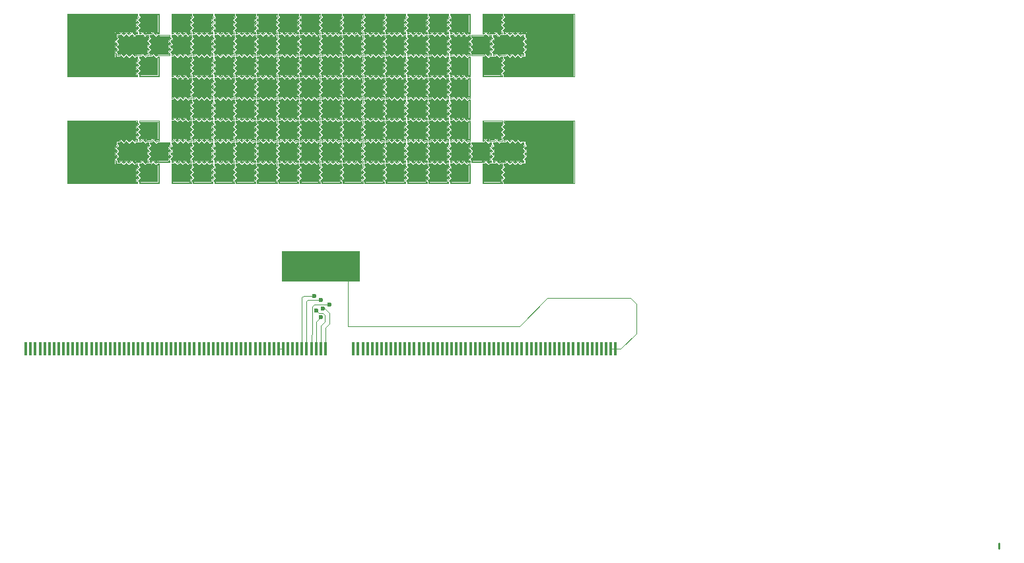
<source format=gbr>
G04 #@! TF.GenerationSoftware,KiCad,Pcbnew,5.1.5+dfsg1-2build2*
G04 #@! TF.CreationDate,2021-04-01T15:45:00+02:00*
G04 #@! TF.ProjectId,DIMMCartridgeV4,44494d4d-4361-4727-9472-696467655634,rev?*
G04 #@! TF.SameCoordinates,Original*
G04 #@! TF.FileFunction,Copper,L1,Top*
G04 #@! TF.FilePolarity,Positive*
%FSLAX46Y46*%
G04 Gerber Fmt 4.6, Leading zero omitted, Abs format (unit mm)*
G04 Created by KiCad (PCBNEW 5.1.5+dfsg1-2build2) date 2021-04-01 15:45:00*
%MOMM*%
%LPD*%
G04 APERTURE LIST*
%ADD10C,0.150000*%
%ADD11C,0.100000*%
%ADD12C,0.152400*%
%ADD13R,0.400000X1.800000*%
%ADD14R,2.270000X2.270000*%
%ADD15C,0.604800*%
%ADD16R,1.500000X2.270000*%
%ADD17R,5.000000X2.400000*%
%ADD18R,2.270000X4.000000*%
%ADD19R,4.000000X8.000000*%
%ADD20R,10.000000X4.000000*%
%ADD21C,0.600000*%
%ADD22C,0.250000*%
%ADD23C,0.110000*%
G04 APERTURE END LIST*
D10*
X83295000Y-93015000D02*
X83425000Y-93145000D01*
X83425000Y-93145000D02*
X83295000Y-93265000D01*
X83295000Y-93265000D02*
X83295000Y-93015000D01*
X83285000Y-92325000D02*
X83415000Y-92455000D01*
X83415000Y-92455000D02*
X83285000Y-92575000D01*
X83285000Y-92575000D02*
X83285000Y-92325000D01*
X83195000Y-91455000D02*
X83305000Y-91455000D01*
X83305000Y-91455000D02*
X83295000Y-91905000D01*
X83295000Y-91905000D02*
X83395000Y-91745000D01*
X80955000Y-92235000D02*
X80825000Y-92105000D01*
X80825000Y-92105000D02*
X80955000Y-91985000D01*
X80955000Y-91985000D02*
X80955000Y-92235000D01*
X80965000Y-92925000D02*
X80835000Y-92795000D01*
X80835000Y-92795000D02*
X80965000Y-92675000D01*
X80965000Y-92675000D02*
X80965000Y-92925000D01*
X81055000Y-93795000D02*
X80945000Y-93795000D01*
X80945000Y-93795000D02*
X80955000Y-93345000D01*
X80955000Y-93345000D02*
X80855000Y-93505000D01*
X81735000Y-93795000D02*
X81605000Y-93925000D01*
X81605000Y-93925000D02*
X81485000Y-93795000D01*
X81485000Y-93795000D02*
X81735000Y-93795000D01*
X82425000Y-93785000D02*
X82295000Y-93915000D01*
X82295000Y-93915000D02*
X82175000Y-93785000D01*
X82175000Y-93785000D02*
X82425000Y-93785000D01*
X83295000Y-93695000D02*
X83295000Y-93805000D01*
X83295000Y-93805000D02*
X82845000Y-93795000D01*
X82845000Y-93795000D02*
X83005000Y-93895000D01*
X82515000Y-91455000D02*
X82645000Y-91325000D01*
X82645000Y-91325000D02*
X82765000Y-91455000D01*
X82765000Y-91455000D02*
X82515000Y-91455000D01*
X81825000Y-91465000D02*
X81955000Y-91335000D01*
X81955000Y-91335000D02*
X82075000Y-91465000D01*
X82075000Y-91465000D02*
X81825000Y-91465000D01*
X80955000Y-91555000D02*
X80955000Y-91445000D01*
X80955000Y-91445000D02*
X81405000Y-91455000D01*
X81405000Y-91455000D02*
X81245000Y-91355000D01*
D11*
X83536000Y-91766000D02*
X83400000Y-91636000D01*
X83400000Y-91636000D02*
X83400000Y-91350000D01*
X83400000Y-91350000D02*
X83199000Y-91350000D01*
X83199000Y-91350000D02*
X82984000Y-91574000D01*
X80714000Y-93484000D02*
X80850000Y-93614000D01*
X80850000Y-93614000D02*
X80850000Y-93900000D01*
X80850000Y-93900000D02*
X81051000Y-93900000D01*
X81051000Y-93900000D02*
X81266000Y-93676000D01*
X82984000Y-94036000D02*
X83114000Y-93900000D01*
X83114000Y-93900000D02*
X83400000Y-93900000D01*
X83400000Y-93900000D02*
X83400000Y-93699000D01*
X83400000Y-93699000D02*
X83176000Y-93484000D01*
X81266000Y-91214000D02*
X81136000Y-91350000D01*
X81136000Y-91350000D02*
X80850000Y-91350000D01*
X80850000Y-91350000D02*
X80850000Y-91551000D01*
X80850000Y-91551000D02*
X81074000Y-91766000D01*
X81265625Y-91214000D02*
X81609375Y-91574000D01*
X82984375Y-94036000D02*
X82640625Y-93676000D01*
X80714000Y-93484375D02*
X81074000Y-93140625D01*
X83536000Y-91765625D02*
X83176000Y-92109375D01*
X81609375Y-91574000D02*
X81953125Y-91214000D01*
X81953125Y-91214000D02*
X82296875Y-91574000D01*
X82640625Y-93676000D02*
X82296875Y-94036000D01*
X82296875Y-94036000D02*
X81953125Y-93676000D01*
X81074000Y-93140625D02*
X80714000Y-92796875D01*
X80714000Y-92796875D02*
X81074000Y-92453125D01*
X83176000Y-92109375D02*
X83536000Y-92453125D01*
X83536000Y-92453125D02*
X83176000Y-92796875D01*
X82296875Y-91574000D02*
X82640625Y-91214000D01*
X82640625Y-91214000D02*
X82984375Y-91574000D01*
X81953125Y-93676000D02*
X81609375Y-94036000D01*
X81609375Y-94036000D02*
X81265625Y-93676000D01*
X81074000Y-92453125D02*
X80714000Y-92109375D01*
X80714000Y-92109375D02*
X81074000Y-91765625D01*
X83176000Y-92796875D02*
X83536000Y-93140625D01*
X83536000Y-93140625D02*
X83176000Y-93484375D01*
X102875000Y-88695000D02*
X105375000Y-88695000D01*
D10*
X105295000Y-90265000D02*
X105425000Y-90395000D01*
X105425000Y-90395000D02*
X105295000Y-90515000D01*
X105295000Y-90515000D02*
X105295000Y-90265000D01*
X105285000Y-89575000D02*
X105415000Y-89705000D01*
X105415000Y-89705000D02*
X105285000Y-89825000D01*
X105285000Y-89825000D02*
X105285000Y-89575000D01*
X105305000Y-88705000D02*
X105295000Y-89155000D01*
X105295000Y-89155000D02*
X105395000Y-88995000D01*
X102955000Y-89485000D02*
X102825000Y-89355000D01*
X102825000Y-89355000D02*
X102955000Y-89235000D01*
X102955000Y-89235000D02*
X102955000Y-89485000D01*
X102965000Y-90175000D02*
X102835000Y-90045000D01*
X102835000Y-90045000D02*
X102965000Y-89925000D01*
X102965000Y-89925000D02*
X102965000Y-90175000D01*
X103055000Y-91045000D02*
X102945000Y-91045000D01*
X102945000Y-91045000D02*
X102955000Y-90595000D01*
X102955000Y-90595000D02*
X102855000Y-90755000D01*
X103735000Y-91045000D02*
X103605000Y-91175000D01*
X103605000Y-91175000D02*
X103485000Y-91045000D01*
X103485000Y-91045000D02*
X103735000Y-91045000D01*
X104425000Y-91035000D02*
X104295000Y-91165000D01*
X104295000Y-91165000D02*
X104175000Y-91035000D01*
X104175000Y-91035000D02*
X104425000Y-91035000D01*
X105295000Y-90945000D02*
X105295000Y-91055000D01*
X105295000Y-91055000D02*
X104845000Y-91045000D01*
X104845000Y-91045000D02*
X105005000Y-91145000D01*
X102955000Y-88805000D02*
X102955000Y-88695000D01*
D11*
X105536000Y-89016000D02*
X105400000Y-88886000D01*
X105400000Y-88886000D02*
X105400000Y-88600000D01*
X102714000Y-90734000D02*
X102850000Y-90864000D01*
X102850000Y-90864000D02*
X102850000Y-91150000D01*
X102850000Y-91150000D02*
X103051000Y-91150000D01*
X103051000Y-91150000D02*
X103266000Y-90926000D01*
X104984000Y-91286000D02*
X105114000Y-91150000D01*
X105114000Y-91150000D02*
X105400000Y-91150000D01*
X105400000Y-91150000D02*
X105400000Y-90949000D01*
X105400000Y-90949000D02*
X105176000Y-90734000D01*
X105400000Y-88600000D02*
X102850000Y-88600000D01*
X102850000Y-88600000D02*
X102850000Y-88801000D01*
X102850000Y-88801000D02*
X103074000Y-89016000D01*
X104984375Y-91286000D02*
X104640625Y-90926000D01*
X102714000Y-90734375D02*
X103074000Y-90390625D01*
X105536000Y-89015625D02*
X105176000Y-89359375D01*
X104640625Y-90926000D02*
X104296875Y-91286000D01*
X104296875Y-91286000D02*
X103953125Y-90926000D01*
X103074000Y-90390625D02*
X102714000Y-90046875D01*
X102714000Y-90046875D02*
X103074000Y-89703125D01*
X105176000Y-89359375D02*
X105536000Y-89703125D01*
X105536000Y-89703125D02*
X105176000Y-90046875D01*
X103953125Y-90926000D02*
X103609375Y-91286000D01*
X103609375Y-91286000D02*
X103265625Y-90926000D01*
X103074000Y-89703125D02*
X102714000Y-89359375D01*
X102714000Y-89359375D02*
X103074000Y-89015625D01*
X105176000Y-90046875D02*
X105536000Y-90390625D01*
X105536000Y-90390625D02*
X105176000Y-90734375D01*
D10*
X83295000Y-106765000D02*
X83425000Y-106895000D01*
X83425000Y-106895000D02*
X83295000Y-107015000D01*
X83295000Y-107015000D02*
X83295000Y-106765000D01*
X83285000Y-106075000D02*
X83415000Y-106205000D01*
X83415000Y-106205000D02*
X83285000Y-106325000D01*
X83285000Y-106325000D02*
X83285000Y-106075000D01*
X83195000Y-105205000D02*
X83305000Y-105205000D01*
X83305000Y-105205000D02*
X83295000Y-105655000D01*
X83295000Y-105655000D02*
X83395000Y-105495000D01*
X80955000Y-105985000D02*
X80825000Y-105855000D01*
X80825000Y-105855000D02*
X80955000Y-105735000D01*
X80955000Y-105735000D02*
X80955000Y-105985000D01*
X80965000Y-106675000D02*
X80835000Y-106545000D01*
X80835000Y-106545000D02*
X80965000Y-106425000D01*
X80965000Y-106425000D02*
X80965000Y-106675000D01*
X81055000Y-107545000D02*
X80945000Y-107545000D01*
X80945000Y-107545000D02*
X80955000Y-107095000D01*
X80955000Y-107095000D02*
X80855000Y-107255000D01*
X81735000Y-107545000D02*
X81605000Y-107675000D01*
X81605000Y-107675000D02*
X81485000Y-107545000D01*
X81485000Y-107545000D02*
X81735000Y-107545000D01*
X82425000Y-107535000D02*
X82295000Y-107665000D01*
X82295000Y-107665000D02*
X82175000Y-107535000D01*
X82175000Y-107535000D02*
X82425000Y-107535000D01*
X83295000Y-107445000D02*
X83295000Y-107555000D01*
X83295000Y-107555000D02*
X82845000Y-107545000D01*
X82845000Y-107545000D02*
X83005000Y-107645000D01*
X82515000Y-105205000D02*
X82645000Y-105075000D01*
X82645000Y-105075000D02*
X82765000Y-105205000D01*
X82765000Y-105205000D02*
X82515000Y-105205000D01*
X81825000Y-105215000D02*
X81955000Y-105085000D01*
X81955000Y-105085000D02*
X82075000Y-105215000D01*
X82075000Y-105215000D02*
X81825000Y-105215000D01*
X80955000Y-105305000D02*
X80955000Y-105195000D01*
X80955000Y-105195000D02*
X81405000Y-105205000D01*
X81405000Y-105205000D02*
X81245000Y-105105000D01*
D11*
X83536000Y-105516000D02*
X83400000Y-105386000D01*
X83400000Y-105386000D02*
X83400000Y-105100000D01*
X83400000Y-105100000D02*
X83199000Y-105100000D01*
X83199000Y-105100000D02*
X82984000Y-105324000D01*
X80714000Y-107234000D02*
X80850000Y-107364000D01*
X80850000Y-107364000D02*
X80850000Y-107650000D01*
X80850000Y-107650000D02*
X81051000Y-107650000D01*
X81051000Y-107650000D02*
X81266000Y-107426000D01*
X82984000Y-107786000D02*
X83114000Y-107650000D01*
X83114000Y-107650000D02*
X83400000Y-107650000D01*
X83400000Y-107650000D02*
X83400000Y-107449000D01*
X83400000Y-107449000D02*
X83176000Y-107234000D01*
X81266000Y-104964000D02*
X81136000Y-105100000D01*
X81136000Y-105100000D02*
X80850000Y-105100000D01*
X80850000Y-105100000D02*
X80850000Y-105301000D01*
X80850000Y-105301000D02*
X81074000Y-105516000D01*
X81265625Y-104964000D02*
X81609375Y-105324000D01*
X82984375Y-107786000D02*
X82640625Y-107426000D01*
X80714000Y-107234375D02*
X81074000Y-106890625D01*
X83536000Y-105515625D02*
X83176000Y-105859375D01*
X81609375Y-105324000D02*
X81953125Y-104964000D01*
X81953125Y-104964000D02*
X82296875Y-105324000D01*
X82640625Y-107426000D02*
X82296875Y-107786000D01*
X82296875Y-107786000D02*
X81953125Y-107426000D01*
X81074000Y-106890625D02*
X80714000Y-106546875D01*
X80714000Y-106546875D02*
X81074000Y-106203125D01*
X83176000Y-105859375D02*
X83536000Y-106203125D01*
X83536000Y-106203125D02*
X83176000Y-106546875D01*
X82296875Y-105324000D02*
X82640625Y-104964000D01*
X82640625Y-104964000D02*
X82984375Y-105324000D01*
X81953125Y-107426000D02*
X81609375Y-107786000D01*
X81609375Y-107786000D02*
X81265625Y-107426000D01*
X81074000Y-106203125D02*
X80714000Y-105859375D01*
X80714000Y-105859375D02*
X81074000Y-105515625D01*
X83176000Y-106546875D02*
X83536000Y-106890625D01*
X83536000Y-106890625D02*
X83176000Y-107234375D01*
D10*
X86045000Y-93015000D02*
X86175000Y-93145000D01*
X86175000Y-93145000D02*
X86045000Y-93265000D01*
X86045000Y-93265000D02*
X86045000Y-93015000D01*
X86035000Y-92325000D02*
X86165000Y-92455000D01*
X86165000Y-92455000D02*
X86035000Y-92575000D01*
X86035000Y-92575000D02*
X86035000Y-92325000D01*
X85945000Y-91455000D02*
X86055000Y-91455000D01*
X86055000Y-91455000D02*
X86045000Y-91905000D01*
X86045000Y-91905000D02*
X86145000Y-91745000D01*
X83705000Y-92235000D02*
X83575000Y-92105000D01*
X83575000Y-92105000D02*
X83705000Y-91985000D01*
X83705000Y-91985000D02*
X83705000Y-92235000D01*
X83715000Y-92925000D02*
X83585000Y-92795000D01*
X83585000Y-92795000D02*
X83715000Y-92675000D01*
X83715000Y-92675000D02*
X83715000Y-92925000D01*
X83805000Y-93795000D02*
X83695000Y-93795000D01*
X83695000Y-93795000D02*
X83705000Y-93345000D01*
X83705000Y-93345000D02*
X83605000Y-93505000D01*
X84485000Y-93795000D02*
X84355000Y-93925000D01*
X84355000Y-93925000D02*
X84235000Y-93795000D01*
X84235000Y-93795000D02*
X84485000Y-93795000D01*
X85175000Y-93785000D02*
X85045000Y-93915000D01*
X85045000Y-93915000D02*
X84925000Y-93785000D01*
X84925000Y-93785000D02*
X85175000Y-93785000D01*
X86045000Y-93695000D02*
X86045000Y-93805000D01*
X86045000Y-93805000D02*
X85595000Y-93795000D01*
X85595000Y-93795000D02*
X85755000Y-93895000D01*
X85265000Y-91455000D02*
X85395000Y-91325000D01*
X85395000Y-91325000D02*
X85515000Y-91455000D01*
X85515000Y-91455000D02*
X85265000Y-91455000D01*
X84575000Y-91465000D02*
X84705000Y-91335000D01*
X84705000Y-91335000D02*
X84825000Y-91465000D01*
X84825000Y-91465000D02*
X84575000Y-91465000D01*
X83705000Y-91555000D02*
X83705000Y-91445000D01*
X83705000Y-91445000D02*
X84155000Y-91455000D01*
X84155000Y-91455000D02*
X83995000Y-91355000D01*
D11*
X86286000Y-91766000D02*
X86150000Y-91636000D01*
X86150000Y-91636000D02*
X86150000Y-91350000D01*
X86150000Y-91350000D02*
X85949000Y-91350000D01*
X85949000Y-91350000D02*
X85734000Y-91574000D01*
X83464000Y-93484000D02*
X83600000Y-93614000D01*
X83600000Y-93614000D02*
X83600000Y-93900000D01*
X83600000Y-93900000D02*
X83801000Y-93900000D01*
X83801000Y-93900000D02*
X84016000Y-93676000D01*
X85734000Y-94036000D02*
X85864000Y-93900000D01*
X85864000Y-93900000D02*
X86150000Y-93900000D01*
X86150000Y-93900000D02*
X86150000Y-93699000D01*
X86150000Y-93699000D02*
X85926000Y-93484000D01*
X84016000Y-91214000D02*
X83886000Y-91350000D01*
X83886000Y-91350000D02*
X83600000Y-91350000D01*
X83600000Y-91350000D02*
X83600000Y-91551000D01*
X83600000Y-91551000D02*
X83824000Y-91766000D01*
X84015625Y-91214000D02*
X84359375Y-91574000D01*
X85734375Y-94036000D02*
X85390625Y-93676000D01*
X83464000Y-93484375D02*
X83824000Y-93140625D01*
X86286000Y-91765625D02*
X85926000Y-92109375D01*
X84359375Y-91574000D02*
X84703125Y-91214000D01*
X84703125Y-91214000D02*
X85046875Y-91574000D01*
X85390625Y-93676000D02*
X85046875Y-94036000D01*
X85046875Y-94036000D02*
X84703125Y-93676000D01*
X83824000Y-93140625D02*
X83464000Y-92796875D01*
X83464000Y-92796875D02*
X83824000Y-92453125D01*
X85926000Y-92109375D02*
X86286000Y-92453125D01*
X86286000Y-92453125D02*
X85926000Y-92796875D01*
X85046875Y-91574000D02*
X85390625Y-91214000D01*
X85390625Y-91214000D02*
X85734375Y-91574000D01*
X84703125Y-93676000D02*
X84359375Y-94036000D01*
X84359375Y-94036000D02*
X84015625Y-93676000D01*
X83824000Y-92453125D02*
X83464000Y-92109375D01*
X83464000Y-92109375D02*
X83824000Y-91765625D01*
X85926000Y-92796875D02*
X86286000Y-93140625D01*
X86286000Y-93140625D02*
X85926000Y-93484375D01*
D10*
X86045000Y-95765000D02*
X86175000Y-95895000D01*
X86175000Y-95895000D02*
X86045000Y-96015000D01*
X86045000Y-96015000D02*
X86045000Y-95765000D01*
X86035000Y-95075000D02*
X86165000Y-95205000D01*
X86165000Y-95205000D02*
X86035000Y-95325000D01*
X86035000Y-95325000D02*
X86035000Y-95075000D01*
X85945000Y-94205000D02*
X86055000Y-94205000D01*
X86055000Y-94205000D02*
X86045000Y-94655000D01*
X86045000Y-94655000D02*
X86145000Y-94495000D01*
X83705000Y-94985000D02*
X83575000Y-94855000D01*
X83575000Y-94855000D02*
X83705000Y-94735000D01*
X83705000Y-94735000D02*
X83705000Y-94985000D01*
X83715000Y-95675000D02*
X83585000Y-95545000D01*
X83585000Y-95545000D02*
X83715000Y-95425000D01*
X83715000Y-95425000D02*
X83715000Y-95675000D01*
X83805000Y-96545000D02*
X83695000Y-96545000D01*
X83695000Y-96545000D02*
X83705000Y-96095000D01*
X83705000Y-96095000D02*
X83605000Y-96255000D01*
X84485000Y-96545000D02*
X84355000Y-96675000D01*
X84355000Y-96675000D02*
X84235000Y-96545000D01*
X84235000Y-96545000D02*
X84485000Y-96545000D01*
X85175000Y-96535000D02*
X85045000Y-96665000D01*
X85045000Y-96665000D02*
X84925000Y-96535000D01*
X84925000Y-96535000D02*
X85175000Y-96535000D01*
X86045000Y-96445000D02*
X86045000Y-96555000D01*
X86045000Y-96555000D02*
X85595000Y-96545000D01*
X85595000Y-96545000D02*
X85755000Y-96645000D01*
X85265000Y-94205000D02*
X85395000Y-94075000D01*
X85395000Y-94075000D02*
X85515000Y-94205000D01*
X85515000Y-94205000D02*
X85265000Y-94205000D01*
X84575000Y-94215000D02*
X84705000Y-94085000D01*
X84705000Y-94085000D02*
X84825000Y-94215000D01*
X84825000Y-94215000D02*
X84575000Y-94215000D01*
X83705000Y-94305000D02*
X83705000Y-94195000D01*
X83705000Y-94195000D02*
X84155000Y-94205000D01*
X84155000Y-94205000D02*
X83995000Y-94105000D01*
D11*
X86286000Y-94516000D02*
X86150000Y-94386000D01*
X86150000Y-94386000D02*
X86150000Y-94100000D01*
X86150000Y-94100000D02*
X85949000Y-94100000D01*
X85949000Y-94100000D02*
X85734000Y-94324000D01*
X83464000Y-96234000D02*
X83600000Y-96364000D01*
X83600000Y-96364000D02*
X83600000Y-96650000D01*
X83600000Y-96650000D02*
X83801000Y-96650000D01*
X83801000Y-96650000D02*
X84016000Y-96426000D01*
X85734000Y-96786000D02*
X85864000Y-96650000D01*
X85864000Y-96650000D02*
X86150000Y-96650000D01*
X86150000Y-96650000D02*
X86150000Y-96449000D01*
X86150000Y-96449000D02*
X85926000Y-96234000D01*
X84016000Y-93964000D02*
X83886000Y-94100000D01*
X83886000Y-94100000D02*
X83600000Y-94100000D01*
X83600000Y-94100000D02*
X83600000Y-94301000D01*
X83600000Y-94301000D02*
X83824000Y-94516000D01*
X84015625Y-93964000D02*
X84359375Y-94324000D01*
X85734375Y-96786000D02*
X85390625Y-96426000D01*
X83464000Y-96234375D02*
X83824000Y-95890625D01*
X86286000Y-94515625D02*
X85926000Y-94859375D01*
X84359375Y-94324000D02*
X84703125Y-93964000D01*
X84703125Y-93964000D02*
X85046875Y-94324000D01*
X85390625Y-96426000D02*
X85046875Y-96786000D01*
X85046875Y-96786000D02*
X84703125Y-96426000D01*
X83824000Y-95890625D02*
X83464000Y-95546875D01*
X83464000Y-95546875D02*
X83824000Y-95203125D01*
X85926000Y-94859375D02*
X86286000Y-95203125D01*
X86286000Y-95203125D02*
X85926000Y-95546875D01*
X85046875Y-94324000D02*
X85390625Y-93964000D01*
X85390625Y-93964000D02*
X85734375Y-94324000D01*
X84703125Y-96426000D02*
X84359375Y-96786000D01*
X84359375Y-96786000D02*
X84015625Y-96426000D01*
X83824000Y-95203125D02*
X83464000Y-94859375D01*
X83464000Y-94859375D02*
X83824000Y-94515625D01*
X85926000Y-95546875D02*
X86286000Y-95890625D01*
X86286000Y-95890625D02*
X85926000Y-96234375D01*
D10*
X86045000Y-98515000D02*
X86175000Y-98645000D01*
X86175000Y-98645000D02*
X86045000Y-98765000D01*
X86045000Y-98765000D02*
X86045000Y-98515000D01*
X86035000Y-97825000D02*
X86165000Y-97955000D01*
X86165000Y-97955000D02*
X86035000Y-98075000D01*
X86035000Y-98075000D02*
X86035000Y-97825000D01*
X85945000Y-96955000D02*
X86055000Y-96955000D01*
X86055000Y-96955000D02*
X86045000Y-97405000D01*
X86045000Y-97405000D02*
X86145000Y-97245000D01*
X83705000Y-97735000D02*
X83575000Y-97605000D01*
X83575000Y-97605000D02*
X83705000Y-97485000D01*
X83705000Y-97485000D02*
X83705000Y-97735000D01*
X83715000Y-98425000D02*
X83585000Y-98295000D01*
X83585000Y-98295000D02*
X83715000Y-98175000D01*
X83715000Y-98175000D02*
X83715000Y-98425000D01*
X83805000Y-99295000D02*
X83695000Y-99295000D01*
X83695000Y-99295000D02*
X83705000Y-98845000D01*
X83705000Y-98845000D02*
X83605000Y-99005000D01*
X84485000Y-99295000D02*
X84355000Y-99425000D01*
X84355000Y-99425000D02*
X84235000Y-99295000D01*
X84235000Y-99295000D02*
X84485000Y-99295000D01*
X85175000Y-99285000D02*
X85045000Y-99415000D01*
X85045000Y-99415000D02*
X84925000Y-99285000D01*
X84925000Y-99285000D02*
X85175000Y-99285000D01*
X86045000Y-99195000D02*
X86045000Y-99305000D01*
X86045000Y-99305000D02*
X85595000Y-99295000D01*
X85595000Y-99295000D02*
X85755000Y-99395000D01*
X85265000Y-96955000D02*
X85395000Y-96825000D01*
X85395000Y-96825000D02*
X85515000Y-96955000D01*
X85515000Y-96955000D02*
X85265000Y-96955000D01*
X84575000Y-96965000D02*
X84705000Y-96835000D01*
X84705000Y-96835000D02*
X84825000Y-96965000D01*
X84825000Y-96965000D02*
X84575000Y-96965000D01*
X83705000Y-97055000D02*
X83705000Y-96945000D01*
X83705000Y-96945000D02*
X84155000Y-96955000D01*
X84155000Y-96955000D02*
X83995000Y-96855000D01*
D11*
X86286000Y-97266000D02*
X86150000Y-97136000D01*
X86150000Y-97136000D02*
X86150000Y-96850000D01*
X86150000Y-96850000D02*
X85949000Y-96850000D01*
X85949000Y-96850000D02*
X85734000Y-97074000D01*
X83464000Y-98984000D02*
X83600000Y-99114000D01*
X83600000Y-99114000D02*
X83600000Y-99400000D01*
X83600000Y-99400000D02*
X83801000Y-99400000D01*
X83801000Y-99400000D02*
X84016000Y-99176000D01*
X85734000Y-99536000D02*
X85864000Y-99400000D01*
X85864000Y-99400000D02*
X86150000Y-99400000D01*
X86150000Y-99400000D02*
X86150000Y-99199000D01*
X86150000Y-99199000D02*
X85926000Y-98984000D01*
X84016000Y-96714000D02*
X83886000Y-96850000D01*
X83886000Y-96850000D02*
X83600000Y-96850000D01*
X83600000Y-96850000D02*
X83600000Y-97051000D01*
X83600000Y-97051000D02*
X83824000Y-97266000D01*
X84015625Y-96714000D02*
X84359375Y-97074000D01*
X85734375Y-99536000D02*
X85390625Y-99176000D01*
X83464000Y-98984375D02*
X83824000Y-98640625D01*
X86286000Y-97265625D02*
X85926000Y-97609375D01*
X84359375Y-97074000D02*
X84703125Y-96714000D01*
X84703125Y-96714000D02*
X85046875Y-97074000D01*
X85390625Y-99176000D02*
X85046875Y-99536000D01*
X85046875Y-99536000D02*
X84703125Y-99176000D01*
X83824000Y-98640625D02*
X83464000Y-98296875D01*
X83464000Y-98296875D02*
X83824000Y-97953125D01*
X85926000Y-97609375D02*
X86286000Y-97953125D01*
X86286000Y-97953125D02*
X85926000Y-98296875D01*
X85046875Y-97074000D02*
X85390625Y-96714000D01*
X85390625Y-96714000D02*
X85734375Y-97074000D01*
X84703125Y-99176000D02*
X84359375Y-99536000D01*
X84359375Y-99536000D02*
X84015625Y-99176000D01*
X83824000Y-97953125D02*
X83464000Y-97609375D01*
X83464000Y-97609375D02*
X83824000Y-97265625D01*
X85926000Y-98296875D02*
X86286000Y-98640625D01*
X86286000Y-98640625D02*
X85926000Y-98984375D01*
D10*
X86045000Y-101265000D02*
X86175000Y-101395000D01*
X86175000Y-101395000D02*
X86045000Y-101515000D01*
X86045000Y-101515000D02*
X86045000Y-101265000D01*
X86035000Y-100575000D02*
X86165000Y-100705000D01*
X86165000Y-100705000D02*
X86035000Y-100825000D01*
X86035000Y-100825000D02*
X86035000Y-100575000D01*
X85945000Y-99705000D02*
X86055000Y-99705000D01*
X86055000Y-99705000D02*
X86045000Y-100155000D01*
X86045000Y-100155000D02*
X86145000Y-99995000D01*
X83705000Y-100485000D02*
X83575000Y-100355000D01*
X83575000Y-100355000D02*
X83705000Y-100235000D01*
X83705000Y-100235000D02*
X83705000Y-100485000D01*
X83715000Y-101175000D02*
X83585000Y-101045000D01*
X83585000Y-101045000D02*
X83715000Y-100925000D01*
X83715000Y-100925000D02*
X83715000Y-101175000D01*
X83805000Y-102045000D02*
X83695000Y-102045000D01*
X83695000Y-102045000D02*
X83705000Y-101595000D01*
X83705000Y-101595000D02*
X83605000Y-101755000D01*
X84485000Y-102045000D02*
X84355000Y-102175000D01*
X84355000Y-102175000D02*
X84235000Y-102045000D01*
X84235000Y-102045000D02*
X84485000Y-102045000D01*
X85175000Y-102035000D02*
X85045000Y-102165000D01*
X85045000Y-102165000D02*
X84925000Y-102035000D01*
X84925000Y-102035000D02*
X85175000Y-102035000D01*
X86045000Y-101945000D02*
X86045000Y-102055000D01*
X86045000Y-102055000D02*
X85595000Y-102045000D01*
X85595000Y-102045000D02*
X85755000Y-102145000D01*
X85265000Y-99705000D02*
X85395000Y-99575000D01*
X85395000Y-99575000D02*
X85515000Y-99705000D01*
X85515000Y-99705000D02*
X85265000Y-99705000D01*
X84575000Y-99715000D02*
X84705000Y-99585000D01*
X84705000Y-99585000D02*
X84825000Y-99715000D01*
X84825000Y-99715000D02*
X84575000Y-99715000D01*
X83705000Y-99805000D02*
X83705000Y-99695000D01*
X83705000Y-99695000D02*
X84155000Y-99705000D01*
X84155000Y-99705000D02*
X83995000Y-99605000D01*
D11*
X86286000Y-100016000D02*
X86150000Y-99886000D01*
X86150000Y-99886000D02*
X86150000Y-99600000D01*
X86150000Y-99600000D02*
X85949000Y-99600000D01*
X85949000Y-99600000D02*
X85734000Y-99824000D01*
X83464000Y-101734000D02*
X83600000Y-101864000D01*
X83600000Y-101864000D02*
X83600000Y-102150000D01*
X83600000Y-102150000D02*
X83801000Y-102150000D01*
X83801000Y-102150000D02*
X84016000Y-101926000D01*
X85734000Y-102286000D02*
X85864000Y-102150000D01*
X85864000Y-102150000D02*
X86150000Y-102150000D01*
X86150000Y-102150000D02*
X86150000Y-101949000D01*
X86150000Y-101949000D02*
X85926000Y-101734000D01*
X84016000Y-99464000D02*
X83886000Y-99600000D01*
X83886000Y-99600000D02*
X83600000Y-99600000D01*
X83600000Y-99600000D02*
X83600000Y-99801000D01*
X83600000Y-99801000D02*
X83824000Y-100016000D01*
X84015625Y-99464000D02*
X84359375Y-99824000D01*
X85734375Y-102286000D02*
X85390625Y-101926000D01*
X83464000Y-101734375D02*
X83824000Y-101390625D01*
X86286000Y-100015625D02*
X85926000Y-100359375D01*
X84359375Y-99824000D02*
X84703125Y-99464000D01*
X84703125Y-99464000D02*
X85046875Y-99824000D01*
X85390625Y-101926000D02*
X85046875Y-102286000D01*
X85046875Y-102286000D02*
X84703125Y-101926000D01*
X83824000Y-101390625D02*
X83464000Y-101046875D01*
X83464000Y-101046875D02*
X83824000Y-100703125D01*
X85926000Y-100359375D02*
X86286000Y-100703125D01*
X86286000Y-100703125D02*
X85926000Y-101046875D01*
X85046875Y-99824000D02*
X85390625Y-99464000D01*
X85390625Y-99464000D02*
X85734375Y-99824000D01*
X84703125Y-101926000D02*
X84359375Y-102286000D01*
X84359375Y-102286000D02*
X84015625Y-101926000D01*
X83824000Y-100703125D02*
X83464000Y-100359375D01*
X83464000Y-100359375D02*
X83824000Y-100015625D01*
X85926000Y-101046875D02*
X86286000Y-101390625D01*
X86286000Y-101390625D02*
X85926000Y-101734375D01*
D10*
X86045000Y-104015000D02*
X86175000Y-104145000D01*
X86175000Y-104145000D02*
X86045000Y-104265000D01*
X86045000Y-104265000D02*
X86045000Y-104015000D01*
X86035000Y-103325000D02*
X86165000Y-103455000D01*
X86165000Y-103455000D02*
X86035000Y-103575000D01*
X86035000Y-103575000D02*
X86035000Y-103325000D01*
X85945000Y-102455000D02*
X86055000Y-102455000D01*
X86055000Y-102455000D02*
X86045000Y-102905000D01*
X86045000Y-102905000D02*
X86145000Y-102745000D01*
X83705000Y-103235000D02*
X83575000Y-103105000D01*
X83575000Y-103105000D02*
X83705000Y-102985000D01*
X83705000Y-102985000D02*
X83705000Y-103235000D01*
X83715000Y-103925000D02*
X83585000Y-103795000D01*
X83585000Y-103795000D02*
X83715000Y-103675000D01*
X83715000Y-103675000D02*
X83715000Y-103925000D01*
X83805000Y-104795000D02*
X83695000Y-104795000D01*
X83695000Y-104795000D02*
X83705000Y-104345000D01*
X83705000Y-104345000D02*
X83605000Y-104505000D01*
X84485000Y-104795000D02*
X84355000Y-104925000D01*
X84355000Y-104925000D02*
X84235000Y-104795000D01*
X84235000Y-104795000D02*
X84485000Y-104795000D01*
X85175000Y-104785000D02*
X85045000Y-104915000D01*
X85045000Y-104915000D02*
X84925000Y-104785000D01*
X84925000Y-104785000D02*
X85175000Y-104785000D01*
X86045000Y-104695000D02*
X86045000Y-104805000D01*
X86045000Y-104805000D02*
X85595000Y-104795000D01*
X85595000Y-104795000D02*
X85755000Y-104895000D01*
X85265000Y-102455000D02*
X85395000Y-102325000D01*
X85395000Y-102325000D02*
X85515000Y-102455000D01*
X85515000Y-102455000D02*
X85265000Y-102455000D01*
X84575000Y-102465000D02*
X84705000Y-102335000D01*
X84705000Y-102335000D02*
X84825000Y-102465000D01*
X84825000Y-102465000D02*
X84575000Y-102465000D01*
X83705000Y-102555000D02*
X83705000Y-102445000D01*
X83705000Y-102445000D02*
X84155000Y-102455000D01*
X84155000Y-102455000D02*
X83995000Y-102355000D01*
D11*
X86286000Y-102766000D02*
X86150000Y-102636000D01*
X86150000Y-102636000D02*
X86150000Y-102350000D01*
X86150000Y-102350000D02*
X85949000Y-102350000D01*
X85949000Y-102350000D02*
X85734000Y-102574000D01*
X83464000Y-104484000D02*
X83600000Y-104614000D01*
X83600000Y-104614000D02*
X83600000Y-104900000D01*
X83600000Y-104900000D02*
X83801000Y-104900000D01*
X83801000Y-104900000D02*
X84016000Y-104676000D01*
X85734000Y-105036000D02*
X85864000Y-104900000D01*
X85864000Y-104900000D02*
X86150000Y-104900000D01*
X86150000Y-104900000D02*
X86150000Y-104699000D01*
X86150000Y-104699000D02*
X85926000Y-104484000D01*
X84016000Y-102214000D02*
X83886000Y-102350000D01*
X83886000Y-102350000D02*
X83600000Y-102350000D01*
X83600000Y-102350000D02*
X83600000Y-102551000D01*
X83600000Y-102551000D02*
X83824000Y-102766000D01*
X84015625Y-102214000D02*
X84359375Y-102574000D01*
X85734375Y-105036000D02*
X85390625Y-104676000D01*
X83464000Y-104484375D02*
X83824000Y-104140625D01*
X86286000Y-102765625D02*
X85926000Y-103109375D01*
X84359375Y-102574000D02*
X84703125Y-102214000D01*
X84703125Y-102214000D02*
X85046875Y-102574000D01*
X85390625Y-104676000D02*
X85046875Y-105036000D01*
X85046875Y-105036000D02*
X84703125Y-104676000D01*
X83824000Y-104140625D02*
X83464000Y-103796875D01*
X83464000Y-103796875D02*
X83824000Y-103453125D01*
X85926000Y-103109375D02*
X86286000Y-103453125D01*
X86286000Y-103453125D02*
X85926000Y-103796875D01*
X85046875Y-102574000D02*
X85390625Y-102214000D01*
X85390625Y-102214000D02*
X85734375Y-102574000D01*
X84703125Y-104676000D02*
X84359375Y-105036000D01*
X84359375Y-105036000D02*
X84015625Y-104676000D01*
X83824000Y-103453125D02*
X83464000Y-103109375D01*
X83464000Y-103109375D02*
X83824000Y-102765625D01*
X85926000Y-103796875D02*
X86286000Y-104140625D01*
X86286000Y-104140625D02*
X85926000Y-104484375D01*
D10*
X86045000Y-106765000D02*
X86175000Y-106895000D01*
X86175000Y-106895000D02*
X86045000Y-107015000D01*
X86045000Y-107015000D02*
X86045000Y-106765000D01*
X86035000Y-106075000D02*
X86165000Y-106205000D01*
X86165000Y-106205000D02*
X86035000Y-106325000D01*
X86035000Y-106325000D02*
X86035000Y-106075000D01*
X85945000Y-105205000D02*
X86055000Y-105205000D01*
X86055000Y-105205000D02*
X86045000Y-105655000D01*
X86045000Y-105655000D02*
X86145000Y-105495000D01*
X83705000Y-105985000D02*
X83575000Y-105855000D01*
X83575000Y-105855000D02*
X83705000Y-105735000D01*
X83705000Y-105735000D02*
X83705000Y-105985000D01*
X83715000Y-106675000D02*
X83585000Y-106545000D01*
X83585000Y-106545000D02*
X83715000Y-106425000D01*
X83715000Y-106425000D02*
X83715000Y-106675000D01*
X83805000Y-107545000D02*
X83695000Y-107545000D01*
X83695000Y-107545000D02*
X83705000Y-107095000D01*
X83705000Y-107095000D02*
X83605000Y-107255000D01*
X84485000Y-107545000D02*
X84355000Y-107675000D01*
X84355000Y-107675000D02*
X84235000Y-107545000D01*
X84235000Y-107545000D02*
X84485000Y-107545000D01*
X85175000Y-107535000D02*
X85045000Y-107665000D01*
X85045000Y-107665000D02*
X84925000Y-107535000D01*
X84925000Y-107535000D02*
X85175000Y-107535000D01*
X86045000Y-107445000D02*
X86045000Y-107555000D01*
X86045000Y-107555000D02*
X85595000Y-107545000D01*
X85595000Y-107545000D02*
X85755000Y-107645000D01*
X85265000Y-105205000D02*
X85395000Y-105075000D01*
X85395000Y-105075000D02*
X85515000Y-105205000D01*
X85515000Y-105205000D02*
X85265000Y-105205000D01*
X84575000Y-105215000D02*
X84705000Y-105085000D01*
X84705000Y-105085000D02*
X84825000Y-105215000D01*
X84825000Y-105215000D02*
X84575000Y-105215000D01*
X83705000Y-105305000D02*
X83705000Y-105195000D01*
X83705000Y-105195000D02*
X84155000Y-105205000D01*
X84155000Y-105205000D02*
X83995000Y-105105000D01*
D11*
X86286000Y-105516000D02*
X86150000Y-105386000D01*
X86150000Y-105386000D02*
X86150000Y-105100000D01*
X86150000Y-105100000D02*
X85949000Y-105100000D01*
X85949000Y-105100000D02*
X85734000Y-105324000D01*
X83464000Y-107234000D02*
X83600000Y-107364000D01*
X83600000Y-107364000D02*
X83600000Y-107650000D01*
X83600000Y-107650000D02*
X83801000Y-107650000D01*
X83801000Y-107650000D02*
X84016000Y-107426000D01*
X85734000Y-107786000D02*
X85864000Y-107650000D01*
X85864000Y-107650000D02*
X86150000Y-107650000D01*
X86150000Y-107650000D02*
X86150000Y-107449000D01*
X86150000Y-107449000D02*
X85926000Y-107234000D01*
X84016000Y-104964000D02*
X83886000Y-105100000D01*
X83886000Y-105100000D02*
X83600000Y-105100000D01*
X83600000Y-105100000D02*
X83600000Y-105301000D01*
X83600000Y-105301000D02*
X83824000Y-105516000D01*
X84015625Y-104964000D02*
X84359375Y-105324000D01*
X85734375Y-107786000D02*
X85390625Y-107426000D01*
X83464000Y-107234375D02*
X83824000Y-106890625D01*
X86286000Y-105515625D02*
X85926000Y-105859375D01*
X84359375Y-105324000D02*
X84703125Y-104964000D01*
X84703125Y-104964000D02*
X85046875Y-105324000D01*
X85390625Y-107426000D02*
X85046875Y-107786000D01*
X85046875Y-107786000D02*
X84703125Y-107426000D01*
X83824000Y-106890625D02*
X83464000Y-106546875D01*
X83464000Y-106546875D02*
X83824000Y-106203125D01*
X85926000Y-105859375D02*
X86286000Y-106203125D01*
X86286000Y-106203125D02*
X85926000Y-106546875D01*
X85046875Y-105324000D02*
X85390625Y-104964000D01*
X85390625Y-104964000D02*
X85734375Y-105324000D01*
X84703125Y-107426000D02*
X84359375Y-107786000D01*
X84359375Y-107786000D02*
X84015625Y-107426000D01*
X83824000Y-106203125D02*
X83464000Y-105859375D01*
X83464000Y-105859375D02*
X83824000Y-105515625D01*
X85926000Y-106546875D02*
X86286000Y-106890625D01*
X86286000Y-106890625D02*
X85926000Y-107234375D01*
D10*
X88795000Y-93015000D02*
X88925000Y-93145000D01*
X88925000Y-93145000D02*
X88795000Y-93265000D01*
X88795000Y-93265000D02*
X88795000Y-93015000D01*
X88785000Y-92325000D02*
X88915000Y-92455000D01*
X88915000Y-92455000D02*
X88785000Y-92575000D01*
X88785000Y-92575000D02*
X88785000Y-92325000D01*
X88695000Y-91455000D02*
X88805000Y-91455000D01*
X88805000Y-91455000D02*
X88795000Y-91905000D01*
X88795000Y-91905000D02*
X88895000Y-91745000D01*
X86455000Y-92235000D02*
X86325000Y-92105000D01*
X86325000Y-92105000D02*
X86455000Y-91985000D01*
X86455000Y-91985000D02*
X86455000Y-92235000D01*
X86465000Y-92925000D02*
X86335000Y-92795000D01*
X86335000Y-92795000D02*
X86465000Y-92675000D01*
X86465000Y-92675000D02*
X86465000Y-92925000D01*
X86555000Y-93795000D02*
X86445000Y-93795000D01*
X86445000Y-93795000D02*
X86455000Y-93345000D01*
X86455000Y-93345000D02*
X86355000Y-93505000D01*
X87235000Y-93795000D02*
X87105000Y-93925000D01*
X87105000Y-93925000D02*
X86985000Y-93795000D01*
X86985000Y-93795000D02*
X87235000Y-93795000D01*
X87925000Y-93785000D02*
X87795000Y-93915000D01*
X87795000Y-93915000D02*
X87675000Y-93785000D01*
X87675000Y-93785000D02*
X87925000Y-93785000D01*
X88795000Y-93695000D02*
X88795000Y-93805000D01*
X88795000Y-93805000D02*
X88345000Y-93795000D01*
X88345000Y-93795000D02*
X88505000Y-93895000D01*
X88015000Y-91455000D02*
X88145000Y-91325000D01*
X88145000Y-91325000D02*
X88265000Y-91455000D01*
X88265000Y-91455000D02*
X88015000Y-91455000D01*
X87325000Y-91465000D02*
X87455000Y-91335000D01*
X87455000Y-91335000D02*
X87575000Y-91465000D01*
X87575000Y-91465000D02*
X87325000Y-91465000D01*
X86455000Y-91555000D02*
X86455000Y-91445000D01*
X86455000Y-91445000D02*
X86905000Y-91455000D01*
X86905000Y-91455000D02*
X86745000Y-91355000D01*
D11*
X89036000Y-91766000D02*
X88900000Y-91636000D01*
X88900000Y-91636000D02*
X88900000Y-91350000D01*
X88900000Y-91350000D02*
X88699000Y-91350000D01*
X88699000Y-91350000D02*
X88484000Y-91574000D01*
X86214000Y-93484000D02*
X86350000Y-93614000D01*
X86350000Y-93614000D02*
X86350000Y-93900000D01*
X86350000Y-93900000D02*
X86551000Y-93900000D01*
X86551000Y-93900000D02*
X86766000Y-93676000D01*
X88484000Y-94036000D02*
X88614000Y-93900000D01*
X88614000Y-93900000D02*
X88900000Y-93900000D01*
X88900000Y-93900000D02*
X88900000Y-93699000D01*
X88900000Y-93699000D02*
X88676000Y-93484000D01*
X86766000Y-91214000D02*
X86636000Y-91350000D01*
X86636000Y-91350000D02*
X86350000Y-91350000D01*
X86350000Y-91350000D02*
X86350000Y-91551000D01*
X86350000Y-91551000D02*
X86574000Y-91766000D01*
X86765625Y-91214000D02*
X87109375Y-91574000D01*
X88484375Y-94036000D02*
X88140625Y-93676000D01*
X86214000Y-93484375D02*
X86574000Y-93140625D01*
X89036000Y-91765625D02*
X88676000Y-92109375D01*
X87109375Y-91574000D02*
X87453125Y-91214000D01*
X87453125Y-91214000D02*
X87796875Y-91574000D01*
X88140625Y-93676000D02*
X87796875Y-94036000D01*
X87796875Y-94036000D02*
X87453125Y-93676000D01*
X86574000Y-93140625D02*
X86214000Y-92796875D01*
X86214000Y-92796875D02*
X86574000Y-92453125D01*
X88676000Y-92109375D02*
X89036000Y-92453125D01*
X89036000Y-92453125D02*
X88676000Y-92796875D01*
X87796875Y-91574000D02*
X88140625Y-91214000D01*
X88140625Y-91214000D02*
X88484375Y-91574000D01*
X87453125Y-93676000D02*
X87109375Y-94036000D01*
X87109375Y-94036000D02*
X86765625Y-93676000D01*
X86574000Y-92453125D02*
X86214000Y-92109375D01*
X86214000Y-92109375D02*
X86574000Y-91765625D01*
X88676000Y-92796875D02*
X89036000Y-93140625D01*
X89036000Y-93140625D02*
X88676000Y-93484375D01*
D10*
X88795000Y-95765000D02*
X88925000Y-95895000D01*
X88925000Y-95895000D02*
X88795000Y-96015000D01*
X88795000Y-96015000D02*
X88795000Y-95765000D01*
X88785000Y-95075000D02*
X88915000Y-95205000D01*
X88915000Y-95205000D02*
X88785000Y-95325000D01*
X88785000Y-95325000D02*
X88785000Y-95075000D01*
X88695000Y-94205000D02*
X88805000Y-94205000D01*
X88805000Y-94205000D02*
X88795000Y-94655000D01*
X88795000Y-94655000D02*
X88895000Y-94495000D01*
X86455000Y-94985000D02*
X86325000Y-94855000D01*
X86325000Y-94855000D02*
X86455000Y-94735000D01*
X86455000Y-94735000D02*
X86455000Y-94985000D01*
X86465000Y-95675000D02*
X86335000Y-95545000D01*
X86335000Y-95545000D02*
X86465000Y-95425000D01*
X86465000Y-95425000D02*
X86465000Y-95675000D01*
X86555000Y-96545000D02*
X86445000Y-96545000D01*
X86445000Y-96545000D02*
X86455000Y-96095000D01*
X86455000Y-96095000D02*
X86355000Y-96255000D01*
X87235000Y-96545000D02*
X87105000Y-96675000D01*
X87105000Y-96675000D02*
X86985000Y-96545000D01*
X86985000Y-96545000D02*
X87235000Y-96545000D01*
X87925000Y-96535000D02*
X87795000Y-96665000D01*
X87795000Y-96665000D02*
X87675000Y-96535000D01*
X87675000Y-96535000D02*
X87925000Y-96535000D01*
X88795000Y-96445000D02*
X88795000Y-96555000D01*
X88795000Y-96555000D02*
X88345000Y-96545000D01*
X88345000Y-96545000D02*
X88505000Y-96645000D01*
X88015000Y-94205000D02*
X88145000Y-94075000D01*
X88145000Y-94075000D02*
X88265000Y-94205000D01*
X88265000Y-94205000D02*
X88015000Y-94205000D01*
X87325000Y-94215000D02*
X87455000Y-94085000D01*
X87455000Y-94085000D02*
X87575000Y-94215000D01*
X87575000Y-94215000D02*
X87325000Y-94215000D01*
X86455000Y-94305000D02*
X86455000Y-94195000D01*
X86455000Y-94195000D02*
X86905000Y-94205000D01*
X86905000Y-94205000D02*
X86745000Y-94105000D01*
D11*
X89036000Y-94516000D02*
X88900000Y-94386000D01*
X88900000Y-94386000D02*
X88900000Y-94100000D01*
X88900000Y-94100000D02*
X88699000Y-94100000D01*
X88699000Y-94100000D02*
X88484000Y-94324000D01*
X86214000Y-96234000D02*
X86350000Y-96364000D01*
X86350000Y-96364000D02*
X86350000Y-96650000D01*
X86350000Y-96650000D02*
X86551000Y-96650000D01*
X86551000Y-96650000D02*
X86766000Y-96426000D01*
X88484000Y-96786000D02*
X88614000Y-96650000D01*
X88614000Y-96650000D02*
X88900000Y-96650000D01*
X88900000Y-96650000D02*
X88900000Y-96449000D01*
X88900000Y-96449000D02*
X88676000Y-96234000D01*
X86766000Y-93964000D02*
X86636000Y-94100000D01*
X86636000Y-94100000D02*
X86350000Y-94100000D01*
X86350000Y-94100000D02*
X86350000Y-94301000D01*
X86350000Y-94301000D02*
X86574000Y-94516000D01*
X86765625Y-93964000D02*
X87109375Y-94324000D01*
X88484375Y-96786000D02*
X88140625Y-96426000D01*
X86214000Y-96234375D02*
X86574000Y-95890625D01*
X89036000Y-94515625D02*
X88676000Y-94859375D01*
X87109375Y-94324000D02*
X87453125Y-93964000D01*
X87453125Y-93964000D02*
X87796875Y-94324000D01*
X88140625Y-96426000D02*
X87796875Y-96786000D01*
X87796875Y-96786000D02*
X87453125Y-96426000D01*
X86574000Y-95890625D02*
X86214000Y-95546875D01*
X86214000Y-95546875D02*
X86574000Y-95203125D01*
X88676000Y-94859375D02*
X89036000Y-95203125D01*
X89036000Y-95203125D02*
X88676000Y-95546875D01*
X87796875Y-94324000D02*
X88140625Y-93964000D01*
X88140625Y-93964000D02*
X88484375Y-94324000D01*
X87453125Y-96426000D02*
X87109375Y-96786000D01*
X87109375Y-96786000D02*
X86765625Y-96426000D01*
X86574000Y-95203125D02*
X86214000Y-94859375D01*
X86214000Y-94859375D02*
X86574000Y-94515625D01*
X88676000Y-95546875D02*
X89036000Y-95890625D01*
X89036000Y-95890625D02*
X88676000Y-96234375D01*
D10*
X88795000Y-98515000D02*
X88925000Y-98645000D01*
X88925000Y-98645000D02*
X88795000Y-98765000D01*
X88795000Y-98765000D02*
X88795000Y-98515000D01*
X88785000Y-97825000D02*
X88915000Y-97955000D01*
X88915000Y-97955000D02*
X88785000Y-98075000D01*
X88785000Y-98075000D02*
X88785000Y-97825000D01*
X88695000Y-96955000D02*
X88805000Y-96955000D01*
X88805000Y-96955000D02*
X88795000Y-97405000D01*
X88795000Y-97405000D02*
X88895000Y-97245000D01*
X86455000Y-97735000D02*
X86325000Y-97605000D01*
X86325000Y-97605000D02*
X86455000Y-97485000D01*
X86455000Y-97485000D02*
X86455000Y-97735000D01*
X86465000Y-98425000D02*
X86335000Y-98295000D01*
X86335000Y-98295000D02*
X86465000Y-98175000D01*
X86465000Y-98175000D02*
X86465000Y-98425000D01*
X86555000Y-99295000D02*
X86445000Y-99295000D01*
X86445000Y-99295000D02*
X86455000Y-98845000D01*
X86455000Y-98845000D02*
X86355000Y-99005000D01*
X87235000Y-99295000D02*
X87105000Y-99425000D01*
X87105000Y-99425000D02*
X86985000Y-99295000D01*
X86985000Y-99295000D02*
X87235000Y-99295000D01*
X87925000Y-99285000D02*
X87795000Y-99415000D01*
X87795000Y-99415000D02*
X87675000Y-99285000D01*
X87675000Y-99285000D02*
X87925000Y-99285000D01*
X88795000Y-99195000D02*
X88795000Y-99305000D01*
X88795000Y-99305000D02*
X88345000Y-99295000D01*
X88345000Y-99295000D02*
X88505000Y-99395000D01*
X88015000Y-96955000D02*
X88145000Y-96825000D01*
X88145000Y-96825000D02*
X88265000Y-96955000D01*
X88265000Y-96955000D02*
X88015000Y-96955000D01*
X87325000Y-96965000D02*
X87455000Y-96835000D01*
X87455000Y-96835000D02*
X87575000Y-96965000D01*
X87575000Y-96965000D02*
X87325000Y-96965000D01*
X86455000Y-97055000D02*
X86455000Y-96945000D01*
X86455000Y-96945000D02*
X86905000Y-96955000D01*
X86905000Y-96955000D02*
X86745000Y-96855000D01*
D11*
X89036000Y-97266000D02*
X88900000Y-97136000D01*
X88900000Y-97136000D02*
X88900000Y-96850000D01*
X88900000Y-96850000D02*
X88699000Y-96850000D01*
X88699000Y-96850000D02*
X88484000Y-97074000D01*
X86214000Y-98984000D02*
X86350000Y-99114000D01*
X86350000Y-99114000D02*
X86350000Y-99400000D01*
X86350000Y-99400000D02*
X86551000Y-99400000D01*
X86551000Y-99400000D02*
X86766000Y-99176000D01*
X88484000Y-99536000D02*
X88614000Y-99400000D01*
X88614000Y-99400000D02*
X88900000Y-99400000D01*
X88900000Y-99400000D02*
X88900000Y-99199000D01*
X88900000Y-99199000D02*
X88676000Y-98984000D01*
X86766000Y-96714000D02*
X86636000Y-96850000D01*
X86636000Y-96850000D02*
X86350000Y-96850000D01*
X86350000Y-96850000D02*
X86350000Y-97051000D01*
X86350000Y-97051000D02*
X86574000Y-97266000D01*
X86765625Y-96714000D02*
X87109375Y-97074000D01*
X88484375Y-99536000D02*
X88140625Y-99176000D01*
X86214000Y-98984375D02*
X86574000Y-98640625D01*
X89036000Y-97265625D02*
X88676000Y-97609375D01*
X87109375Y-97074000D02*
X87453125Y-96714000D01*
X87453125Y-96714000D02*
X87796875Y-97074000D01*
X88140625Y-99176000D02*
X87796875Y-99536000D01*
X87796875Y-99536000D02*
X87453125Y-99176000D01*
X86574000Y-98640625D02*
X86214000Y-98296875D01*
X86214000Y-98296875D02*
X86574000Y-97953125D01*
X88676000Y-97609375D02*
X89036000Y-97953125D01*
X89036000Y-97953125D02*
X88676000Y-98296875D01*
X87796875Y-97074000D02*
X88140625Y-96714000D01*
X88140625Y-96714000D02*
X88484375Y-97074000D01*
X87453125Y-99176000D02*
X87109375Y-99536000D01*
X87109375Y-99536000D02*
X86765625Y-99176000D01*
X86574000Y-97953125D02*
X86214000Y-97609375D01*
X86214000Y-97609375D02*
X86574000Y-97265625D01*
X88676000Y-98296875D02*
X89036000Y-98640625D01*
X89036000Y-98640625D02*
X88676000Y-98984375D01*
D10*
X88795000Y-101265000D02*
X88925000Y-101395000D01*
X88925000Y-101395000D02*
X88795000Y-101515000D01*
X88795000Y-101515000D02*
X88795000Y-101265000D01*
X88785000Y-100575000D02*
X88915000Y-100705000D01*
X88915000Y-100705000D02*
X88785000Y-100825000D01*
X88785000Y-100825000D02*
X88785000Y-100575000D01*
X88695000Y-99705000D02*
X88805000Y-99705000D01*
X88805000Y-99705000D02*
X88795000Y-100155000D01*
X88795000Y-100155000D02*
X88895000Y-99995000D01*
X86455000Y-100485000D02*
X86325000Y-100355000D01*
X86325000Y-100355000D02*
X86455000Y-100235000D01*
X86455000Y-100235000D02*
X86455000Y-100485000D01*
X86465000Y-101175000D02*
X86335000Y-101045000D01*
X86335000Y-101045000D02*
X86465000Y-100925000D01*
X86465000Y-100925000D02*
X86465000Y-101175000D01*
X86555000Y-102045000D02*
X86445000Y-102045000D01*
X86445000Y-102045000D02*
X86455000Y-101595000D01*
X86455000Y-101595000D02*
X86355000Y-101755000D01*
X87235000Y-102045000D02*
X87105000Y-102175000D01*
X87105000Y-102175000D02*
X86985000Y-102045000D01*
X86985000Y-102045000D02*
X87235000Y-102045000D01*
X87925000Y-102035000D02*
X87795000Y-102165000D01*
X87795000Y-102165000D02*
X87675000Y-102035000D01*
X87675000Y-102035000D02*
X87925000Y-102035000D01*
X88795000Y-101945000D02*
X88795000Y-102055000D01*
X88795000Y-102055000D02*
X88345000Y-102045000D01*
X88345000Y-102045000D02*
X88505000Y-102145000D01*
X88015000Y-99705000D02*
X88145000Y-99575000D01*
X88145000Y-99575000D02*
X88265000Y-99705000D01*
X88265000Y-99705000D02*
X88015000Y-99705000D01*
X87325000Y-99715000D02*
X87455000Y-99585000D01*
X87455000Y-99585000D02*
X87575000Y-99715000D01*
X87575000Y-99715000D02*
X87325000Y-99715000D01*
X86455000Y-99805000D02*
X86455000Y-99695000D01*
X86455000Y-99695000D02*
X86905000Y-99705000D01*
X86905000Y-99705000D02*
X86745000Y-99605000D01*
D11*
X89036000Y-100016000D02*
X88900000Y-99886000D01*
X88900000Y-99886000D02*
X88900000Y-99600000D01*
X88900000Y-99600000D02*
X88699000Y-99600000D01*
X88699000Y-99600000D02*
X88484000Y-99824000D01*
X86214000Y-101734000D02*
X86350000Y-101864000D01*
X86350000Y-101864000D02*
X86350000Y-102150000D01*
X86350000Y-102150000D02*
X86551000Y-102150000D01*
X86551000Y-102150000D02*
X86766000Y-101926000D01*
X88484000Y-102286000D02*
X88614000Y-102150000D01*
X88614000Y-102150000D02*
X88900000Y-102150000D01*
X88900000Y-102150000D02*
X88900000Y-101949000D01*
X88900000Y-101949000D02*
X88676000Y-101734000D01*
X86766000Y-99464000D02*
X86636000Y-99600000D01*
X86636000Y-99600000D02*
X86350000Y-99600000D01*
X86350000Y-99600000D02*
X86350000Y-99801000D01*
X86350000Y-99801000D02*
X86574000Y-100016000D01*
X86765625Y-99464000D02*
X87109375Y-99824000D01*
X88484375Y-102286000D02*
X88140625Y-101926000D01*
X86214000Y-101734375D02*
X86574000Y-101390625D01*
X89036000Y-100015625D02*
X88676000Y-100359375D01*
X87109375Y-99824000D02*
X87453125Y-99464000D01*
X87453125Y-99464000D02*
X87796875Y-99824000D01*
X88140625Y-101926000D02*
X87796875Y-102286000D01*
X87796875Y-102286000D02*
X87453125Y-101926000D01*
X86574000Y-101390625D02*
X86214000Y-101046875D01*
X86214000Y-101046875D02*
X86574000Y-100703125D01*
X88676000Y-100359375D02*
X89036000Y-100703125D01*
X89036000Y-100703125D02*
X88676000Y-101046875D01*
X87796875Y-99824000D02*
X88140625Y-99464000D01*
X88140625Y-99464000D02*
X88484375Y-99824000D01*
X87453125Y-101926000D02*
X87109375Y-102286000D01*
X87109375Y-102286000D02*
X86765625Y-101926000D01*
X86574000Y-100703125D02*
X86214000Y-100359375D01*
X86214000Y-100359375D02*
X86574000Y-100015625D01*
X88676000Y-101046875D02*
X89036000Y-101390625D01*
X89036000Y-101390625D02*
X88676000Y-101734375D01*
D10*
X88795000Y-104015000D02*
X88925000Y-104145000D01*
X88925000Y-104145000D02*
X88795000Y-104265000D01*
X88795000Y-104265000D02*
X88795000Y-104015000D01*
X88785000Y-103325000D02*
X88915000Y-103455000D01*
X88915000Y-103455000D02*
X88785000Y-103575000D01*
X88785000Y-103575000D02*
X88785000Y-103325000D01*
X88695000Y-102455000D02*
X88805000Y-102455000D01*
X88805000Y-102455000D02*
X88795000Y-102905000D01*
X88795000Y-102905000D02*
X88895000Y-102745000D01*
X86455000Y-103235000D02*
X86325000Y-103105000D01*
X86325000Y-103105000D02*
X86455000Y-102985000D01*
X86455000Y-102985000D02*
X86455000Y-103235000D01*
X86465000Y-103925000D02*
X86335000Y-103795000D01*
X86335000Y-103795000D02*
X86465000Y-103675000D01*
X86465000Y-103675000D02*
X86465000Y-103925000D01*
X86555000Y-104795000D02*
X86445000Y-104795000D01*
X86445000Y-104795000D02*
X86455000Y-104345000D01*
X86455000Y-104345000D02*
X86355000Y-104505000D01*
X87235000Y-104795000D02*
X87105000Y-104925000D01*
X87105000Y-104925000D02*
X86985000Y-104795000D01*
X86985000Y-104795000D02*
X87235000Y-104795000D01*
X87925000Y-104785000D02*
X87795000Y-104915000D01*
X87795000Y-104915000D02*
X87675000Y-104785000D01*
X87675000Y-104785000D02*
X87925000Y-104785000D01*
X88795000Y-104695000D02*
X88795000Y-104805000D01*
X88795000Y-104805000D02*
X88345000Y-104795000D01*
X88345000Y-104795000D02*
X88505000Y-104895000D01*
X88015000Y-102455000D02*
X88145000Y-102325000D01*
X88145000Y-102325000D02*
X88265000Y-102455000D01*
X88265000Y-102455000D02*
X88015000Y-102455000D01*
X87325000Y-102465000D02*
X87455000Y-102335000D01*
X87455000Y-102335000D02*
X87575000Y-102465000D01*
X87575000Y-102465000D02*
X87325000Y-102465000D01*
X86455000Y-102555000D02*
X86455000Y-102445000D01*
X86455000Y-102445000D02*
X86905000Y-102455000D01*
X86905000Y-102455000D02*
X86745000Y-102355000D01*
D11*
X89036000Y-102766000D02*
X88900000Y-102636000D01*
X88900000Y-102636000D02*
X88900000Y-102350000D01*
X88900000Y-102350000D02*
X88699000Y-102350000D01*
X88699000Y-102350000D02*
X88484000Y-102574000D01*
X86214000Y-104484000D02*
X86350000Y-104614000D01*
X86350000Y-104614000D02*
X86350000Y-104900000D01*
X86350000Y-104900000D02*
X86551000Y-104900000D01*
X86551000Y-104900000D02*
X86766000Y-104676000D01*
X88484000Y-105036000D02*
X88614000Y-104900000D01*
X88614000Y-104900000D02*
X88900000Y-104900000D01*
X88900000Y-104900000D02*
X88900000Y-104699000D01*
X88900000Y-104699000D02*
X88676000Y-104484000D01*
X86766000Y-102214000D02*
X86636000Y-102350000D01*
X86636000Y-102350000D02*
X86350000Y-102350000D01*
X86350000Y-102350000D02*
X86350000Y-102551000D01*
X86350000Y-102551000D02*
X86574000Y-102766000D01*
X86765625Y-102214000D02*
X87109375Y-102574000D01*
X88484375Y-105036000D02*
X88140625Y-104676000D01*
X86214000Y-104484375D02*
X86574000Y-104140625D01*
X89036000Y-102765625D02*
X88676000Y-103109375D01*
X87109375Y-102574000D02*
X87453125Y-102214000D01*
X87453125Y-102214000D02*
X87796875Y-102574000D01*
X88140625Y-104676000D02*
X87796875Y-105036000D01*
X87796875Y-105036000D02*
X87453125Y-104676000D01*
X86574000Y-104140625D02*
X86214000Y-103796875D01*
X86214000Y-103796875D02*
X86574000Y-103453125D01*
X88676000Y-103109375D02*
X89036000Y-103453125D01*
X89036000Y-103453125D02*
X88676000Y-103796875D01*
X87796875Y-102574000D02*
X88140625Y-102214000D01*
X88140625Y-102214000D02*
X88484375Y-102574000D01*
X87453125Y-104676000D02*
X87109375Y-105036000D01*
X87109375Y-105036000D02*
X86765625Y-104676000D01*
X86574000Y-103453125D02*
X86214000Y-103109375D01*
X86214000Y-103109375D02*
X86574000Y-102765625D01*
X88676000Y-103796875D02*
X89036000Y-104140625D01*
X89036000Y-104140625D02*
X88676000Y-104484375D01*
D10*
X88795000Y-106765000D02*
X88925000Y-106895000D01*
X88925000Y-106895000D02*
X88795000Y-107015000D01*
X88795000Y-107015000D02*
X88795000Y-106765000D01*
X88785000Y-106075000D02*
X88915000Y-106205000D01*
X88915000Y-106205000D02*
X88785000Y-106325000D01*
X88785000Y-106325000D02*
X88785000Y-106075000D01*
X88695000Y-105205000D02*
X88805000Y-105205000D01*
X88805000Y-105205000D02*
X88795000Y-105655000D01*
X88795000Y-105655000D02*
X88895000Y-105495000D01*
X86455000Y-105985000D02*
X86325000Y-105855000D01*
X86325000Y-105855000D02*
X86455000Y-105735000D01*
X86455000Y-105735000D02*
X86455000Y-105985000D01*
X86465000Y-106675000D02*
X86335000Y-106545000D01*
X86335000Y-106545000D02*
X86465000Y-106425000D01*
X86465000Y-106425000D02*
X86465000Y-106675000D01*
X86555000Y-107545000D02*
X86445000Y-107545000D01*
X86445000Y-107545000D02*
X86455000Y-107095000D01*
X86455000Y-107095000D02*
X86355000Y-107255000D01*
X87235000Y-107545000D02*
X87105000Y-107675000D01*
X87105000Y-107675000D02*
X86985000Y-107545000D01*
X86985000Y-107545000D02*
X87235000Y-107545000D01*
X87925000Y-107535000D02*
X87795000Y-107665000D01*
X87795000Y-107665000D02*
X87675000Y-107535000D01*
X87675000Y-107535000D02*
X87925000Y-107535000D01*
X88795000Y-107445000D02*
X88795000Y-107555000D01*
X88795000Y-107555000D02*
X88345000Y-107545000D01*
X88345000Y-107545000D02*
X88505000Y-107645000D01*
X88015000Y-105205000D02*
X88145000Y-105075000D01*
X88145000Y-105075000D02*
X88265000Y-105205000D01*
X88265000Y-105205000D02*
X88015000Y-105205000D01*
X87325000Y-105215000D02*
X87455000Y-105085000D01*
X87455000Y-105085000D02*
X87575000Y-105215000D01*
X87575000Y-105215000D02*
X87325000Y-105215000D01*
X86455000Y-105305000D02*
X86455000Y-105195000D01*
X86455000Y-105195000D02*
X86905000Y-105205000D01*
X86905000Y-105205000D02*
X86745000Y-105105000D01*
D11*
X89036000Y-105516000D02*
X88900000Y-105386000D01*
X88900000Y-105386000D02*
X88900000Y-105100000D01*
X88900000Y-105100000D02*
X88699000Y-105100000D01*
X88699000Y-105100000D02*
X88484000Y-105324000D01*
X86214000Y-107234000D02*
X86350000Y-107364000D01*
X86350000Y-107364000D02*
X86350000Y-107650000D01*
X86350000Y-107650000D02*
X86551000Y-107650000D01*
X86551000Y-107650000D02*
X86766000Y-107426000D01*
X88484000Y-107786000D02*
X88614000Y-107650000D01*
X88614000Y-107650000D02*
X88900000Y-107650000D01*
X88900000Y-107650000D02*
X88900000Y-107449000D01*
X88900000Y-107449000D02*
X88676000Y-107234000D01*
X86766000Y-104964000D02*
X86636000Y-105100000D01*
X86636000Y-105100000D02*
X86350000Y-105100000D01*
X86350000Y-105100000D02*
X86350000Y-105301000D01*
X86350000Y-105301000D02*
X86574000Y-105516000D01*
X86765625Y-104964000D02*
X87109375Y-105324000D01*
X88484375Y-107786000D02*
X88140625Y-107426000D01*
X86214000Y-107234375D02*
X86574000Y-106890625D01*
X89036000Y-105515625D02*
X88676000Y-105859375D01*
X87109375Y-105324000D02*
X87453125Y-104964000D01*
X87453125Y-104964000D02*
X87796875Y-105324000D01*
X88140625Y-107426000D02*
X87796875Y-107786000D01*
X87796875Y-107786000D02*
X87453125Y-107426000D01*
X86574000Y-106890625D02*
X86214000Y-106546875D01*
X86214000Y-106546875D02*
X86574000Y-106203125D01*
X88676000Y-105859375D02*
X89036000Y-106203125D01*
X89036000Y-106203125D02*
X88676000Y-106546875D01*
X87796875Y-105324000D02*
X88140625Y-104964000D01*
X88140625Y-104964000D02*
X88484375Y-105324000D01*
X87453125Y-107426000D02*
X87109375Y-107786000D01*
X87109375Y-107786000D02*
X86765625Y-107426000D01*
X86574000Y-106203125D02*
X86214000Y-105859375D01*
X86214000Y-105859375D02*
X86574000Y-105515625D01*
X88676000Y-106546875D02*
X89036000Y-106890625D01*
X89036000Y-106890625D02*
X88676000Y-107234375D01*
D10*
X91545000Y-93015000D02*
X91675000Y-93145000D01*
X91675000Y-93145000D02*
X91545000Y-93265000D01*
X91545000Y-93265000D02*
X91545000Y-93015000D01*
X91535000Y-92325000D02*
X91665000Y-92455000D01*
X91665000Y-92455000D02*
X91535000Y-92575000D01*
X91535000Y-92575000D02*
X91535000Y-92325000D01*
X91445000Y-91455000D02*
X91555000Y-91455000D01*
X91555000Y-91455000D02*
X91545000Y-91905000D01*
X91545000Y-91905000D02*
X91645000Y-91745000D01*
X89205000Y-92235000D02*
X89075000Y-92105000D01*
X89075000Y-92105000D02*
X89205000Y-91985000D01*
X89205000Y-91985000D02*
X89205000Y-92235000D01*
X89215000Y-92925000D02*
X89085000Y-92795000D01*
X89085000Y-92795000D02*
X89215000Y-92675000D01*
X89215000Y-92675000D02*
X89215000Y-92925000D01*
X89305000Y-93795000D02*
X89195000Y-93795000D01*
X89195000Y-93795000D02*
X89205000Y-93345000D01*
X89205000Y-93345000D02*
X89105000Y-93505000D01*
X89985000Y-93795000D02*
X89855000Y-93925000D01*
X89855000Y-93925000D02*
X89735000Y-93795000D01*
X89735000Y-93795000D02*
X89985000Y-93795000D01*
X90675000Y-93785000D02*
X90545000Y-93915000D01*
X90545000Y-93915000D02*
X90425000Y-93785000D01*
X90425000Y-93785000D02*
X90675000Y-93785000D01*
X91545000Y-93695000D02*
X91545000Y-93805000D01*
X91545000Y-93805000D02*
X91095000Y-93795000D01*
X91095000Y-93795000D02*
X91255000Y-93895000D01*
X90765000Y-91455000D02*
X90895000Y-91325000D01*
X90895000Y-91325000D02*
X91015000Y-91455000D01*
X91015000Y-91455000D02*
X90765000Y-91455000D01*
X90075000Y-91465000D02*
X90205000Y-91335000D01*
X90205000Y-91335000D02*
X90325000Y-91465000D01*
X90325000Y-91465000D02*
X90075000Y-91465000D01*
X89205000Y-91555000D02*
X89205000Y-91445000D01*
X89205000Y-91445000D02*
X89655000Y-91455000D01*
X89655000Y-91455000D02*
X89495000Y-91355000D01*
D11*
X91786000Y-91766000D02*
X91650000Y-91636000D01*
X91650000Y-91636000D02*
X91650000Y-91350000D01*
X91650000Y-91350000D02*
X91449000Y-91350000D01*
X91449000Y-91350000D02*
X91234000Y-91574000D01*
X88964000Y-93484000D02*
X89100000Y-93614000D01*
X89100000Y-93614000D02*
X89100000Y-93900000D01*
X89100000Y-93900000D02*
X89301000Y-93900000D01*
X89301000Y-93900000D02*
X89516000Y-93676000D01*
X91234000Y-94036000D02*
X91364000Y-93900000D01*
X91364000Y-93900000D02*
X91650000Y-93900000D01*
X91650000Y-93900000D02*
X91650000Y-93699000D01*
X91650000Y-93699000D02*
X91426000Y-93484000D01*
X89516000Y-91214000D02*
X89386000Y-91350000D01*
X89386000Y-91350000D02*
X89100000Y-91350000D01*
X89100000Y-91350000D02*
X89100000Y-91551000D01*
X89100000Y-91551000D02*
X89324000Y-91766000D01*
X89515625Y-91214000D02*
X89859375Y-91574000D01*
X91234375Y-94036000D02*
X90890625Y-93676000D01*
X88964000Y-93484375D02*
X89324000Y-93140625D01*
X91786000Y-91765625D02*
X91426000Y-92109375D01*
X89859375Y-91574000D02*
X90203125Y-91214000D01*
X90203125Y-91214000D02*
X90546875Y-91574000D01*
X90890625Y-93676000D02*
X90546875Y-94036000D01*
X90546875Y-94036000D02*
X90203125Y-93676000D01*
X89324000Y-93140625D02*
X88964000Y-92796875D01*
X88964000Y-92796875D02*
X89324000Y-92453125D01*
X91426000Y-92109375D02*
X91786000Y-92453125D01*
X91786000Y-92453125D02*
X91426000Y-92796875D01*
X90546875Y-91574000D02*
X90890625Y-91214000D01*
X90890625Y-91214000D02*
X91234375Y-91574000D01*
X90203125Y-93676000D02*
X89859375Y-94036000D01*
X89859375Y-94036000D02*
X89515625Y-93676000D01*
X89324000Y-92453125D02*
X88964000Y-92109375D01*
X88964000Y-92109375D02*
X89324000Y-91765625D01*
X91426000Y-92796875D02*
X91786000Y-93140625D01*
X91786000Y-93140625D02*
X91426000Y-93484375D01*
D10*
X91545000Y-95765000D02*
X91675000Y-95895000D01*
X91675000Y-95895000D02*
X91545000Y-96015000D01*
X91545000Y-96015000D02*
X91545000Y-95765000D01*
X91535000Y-95075000D02*
X91665000Y-95205000D01*
X91665000Y-95205000D02*
X91535000Y-95325000D01*
X91535000Y-95325000D02*
X91535000Y-95075000D01*
X91445000Y-94205000D02*
X91555000Y-94205000D01*
X91555000Y-94205000D02*
X91545000Y-94655000D01*
X91545000Y-94655000D02*
X91645000Y-94495000D01*
X89205000Y-94985000D02*
X89075000Y-94855000D01*
X89075000Y-94855000D02*
X89205000Y-94735000D01*
X89205000Y-94735000D02*
X89205000Y-94985000D01*
X89215000Y-95675000D02*
X89085000Y-95545000D01*
X89085000Y-95545000D02*
X89215000Y-95425000D01*
X89215000Y-95425000D02*
X89215000Y-95675000D01*
X89305000Y-96545000D02*
X89195000Y-96545000D01*
X89195000Y-96545000D02*
X89205000Y-96095000D01*
X89205000Y-96095000D02*
X89105000Y-96255000D01*
X89985000Y-96545000D02*
X89855000Y-96675000D01*
X89855000Y-96675000D02*
X89735000Y-96545000D01*
X89735000Y-96545000D02*
X89985000Y-96545000D01*
X90675000Y-96535000D02*
X90545000Y-96665000D01*
X90545000Y-96665000D02*
X90425000Y-96535000D01*
X90425000Y-96535000D02*
X90675000Y-96535000D01*
X91545000Y-96445000D02*
X91545000Y-96555000D01*
X91545000Y-96555000D02*
X91095000Y-96545000D01*
X91095000Y-96545000D02*
X91255000Y-96645000D01*
X90765000Y-94205000D02*
X90895000Y-94075000D01*
X90895000Y-94075000D02*
X91015000Y-94205000D01*
X91015000Y-94205000D02*
X90765000Y-94205000D01*
X90075000Y-94215000D02*
X90205000Y-94085000D01*
X90205000Y-94085000D02*
X90325000Y-94215000D01*
X90325000Y-94215000D02*
X90075000Y-94215000D01*
X89205000Y-94305000D02*
X89205000Y-94195000D01*
X89205000Y-94195000D02*
X89655000Y-94205000D01*
X89655000Y-94205000D02*
X89495000Y-94105000D01*
D11*
X91786000Y-94516000D02*
X91650000Y-94386000D01*
X91650000Y-94386000D02*
X91650000Y-94100000D01*
X91650000Y-94100000D02*
X91449000Y-94100000D01*
X91449000Y-94100000D02*
X91234000Y-94324000D01*
X88964000Y-96234000D02*
X89100000Y-96364000D01*
X89100000Y-96364000D02*
X89100000Y-96650000D01*
X89100000Y-96650000D02*
X89301000Y-96650000D01*
X89301000Y-96650000D02*
X89516000Y-96426000D01*
X91234000Y-96786000D02*
X91364000Y-96650000D01*
X91364000Y-96650000D02*
X91650000Y-96650000D01*
X91650000Y-96650000D02*
X91650000Y-96449000D01*
X91650000Y-96449000D02*
X91426000Y-96234000D01*
X89516000Y-93964000D02*
X89386000Y-94100000D01*
X89386000Y-94100000D02*
X89100000Y-94100000D01*
X89100000Y-94100000D02*
X89100000Y-94301000D01*
X89100000Y-94301000D02*
X89324000Y-94516000D01*
X89515625Y-93964000D02*
X89859375Y-94324000D01*
X91234375Y-96786000D02*
X90890625Y-96426000D01*
X88964000Y-96234375D02*
X89324000Y-95890625D01*
X91786000Y-94515625D02*
X91426000Y-94859375D01*
X89859375Y-94324000D02*
X90203125Y-93964000D01*
X90203125Y-93964000D02*
X90546875Y-94324000D01*
X90890625Y-96426000D02*
X90546875Y-96786000D01*
X90546875Y-96786000D02*
X90203125Y-96426000D01*
X89324000Y-95890625D02*
X88964000Y-95546875D01*
X88964000Y-95546875D02*
X89324000Y-95203125D01*
X91426000Y-94859375D02*
X91786000Y-95203125D01*
X91786000Y-95203125D02*
X91426000Y-95546875D01*
X90546875Y-94324000D02*
X90890625Y-93964000D01*
X90890625Y-93964000D02*
X91234375Y-94324000D01*
X90203125Y-96426000D02*
X89859375Y-96786000D01*
X89859375Y-96786000D02*
X89515625Y-96426000D01*
X89324000Y-95203125D02*
X88964000Y-94859375D01*
X88964000Y-94859375D02*
X89324000Y-94515625D01*
X91426000Y-95546875D02*
X91786000Y-95890625D01*
X91786000Y-95890625D02*
X91426000Y-96234375D01*
D10*
X91545000Y-98515000D02*
X91675000Y-98645000D01*
X91675000Y-98645000D02*
X91545000Y-98765000D01*
X91545000Y-98765000D02*
X91545000Y-98515000D01*
X91535000Y-97825000D02*
X91665000Y-97955000D01*
X91665000Y-97955000D02*
X91535000Y-98075000D01*
X91535000Y-98075000D02*
X91535000Y-97825000D01*
X91445000Y-96955000D02*
X91555000Y-96955000D01*
X91555000Y-96955000D02*
X91545000Y-97405000D01*
X91545000Y-97405000D02*
X91645000Y-97245000D01*
X89205000Y-97735000D02*
X89075000Y-97605000D01*
X89075000Y-97605000D02*
X89205000Y-97485000D01*
X89205000Y-97485000D02*
X89205000Y-97735000D01*
X89215000Y-98425000D02*
X89085000Y-98295000D01*
X89085000Y-98295000D02*
X89215000Y-98175000D01*
X89215000Y-98175000D02*
X89215000Y-98425000D01*
X89305000Y-99295000D02*
X89195000Y-99295000D01*
X89195000Y-99295000D02*
X89205000Y-98845000D01*
X89205000Y-98845000D02*
X89105000Y-99005000D01*
X89985000Y-99295000D02*
X89855000Y-99425000D01*
X89855000Y-99425000D02*
X89735000Y-99295000D01*
X89735000Y-99295000D02*
X89985000Y-99295000D01*
X90675000Y-99285000D02*
X90545000Y-99415000D01*
X90545000Y-99415000D02*
X90425000Y-99285000D01*
X90425000Y-99285000D02*
X90675000Y-99285000D01*
X91545000Y-99195000D02*
X91545000Y-99305000D01*
X91545000Y-99305000D02*
X91095000Y-99295000D01*
X91095000Y-99295000D02*
X91255000Y-99395000D01*
X90765000Y-96955000D02*
X90895000Y-96825000D01*
X90895000Y-96825000D02*
X91015000Y-96955000D01*
X91015000Y-96955000D02*
X90765000Y-96955000D01*
X90075000Y-96965000D02*
X90205000Y-96835000D01*
X90205000Y-96835000D02*
X90325000Y-96965000D01*
X90325000Y-96965000D02*
X90075000Y-96965000D01*
X89205000Y-97055000D02*
X89205000Y-96945000D01*
X89205000Y-96945000D02*
X89655000Y-96955000D01*
X89655000Y-96955000D02*
X89495000Y-96855000D01*
D11*
X91786000Y-97266000D02*
X91650000Y-97136000D01*
X91650000Y-97136000D02*
X91650000Y-96850000D01*
X91650000Y-96850000D02*
X91449000Y-96850000D01*
X91449000Y-96850000D02*
X91234000Y-97074000D01*
X88964000Y-98984000D02*
X89100000Y-99114000D01*
X89100000Y-99114000D02*
X89100000Y-99400000D01*
X89100000Y-99400000D02*
X89301000Y-99400000D01*
X89301000Y-99400000D02*
X89516000Y-99176000D01*
X91234000Y-99536000D02*
X91364000Y-99400000D01*
X91364000Y-99400000D02*
X91650000Y-99400000D01*
X91650000Y-99400000D02*
X91650000Y-99199000D01*
X91650000Y-99199000D02*
X91426000Y-98984000D01*
X89516000Y-96714000D02*
X89386000Y-96850000D01*
X89386000Y-96850000D02*
X89100000Y-96850000D01*
X89100000Y-96850000D02*
X89100000Y-97051000D01*
X89100000Y-97051000D02*
X89324000Y-97266000D01*
X89515625Y-96714000D02*
X89859375Y-97074000D01*
X91234375Y-99536000D02*
X90890625Y-99176000D01*
X88964000Y-98984375D02*
X89324000Y-98640625D01*
X91786000Y-97265625D02*
X91426000Y-97609375D01*
X89859375Y-97074000D02*
X90203125Y-96714000D01*
X90203125Y-96714000D02*
X90546875Y-97074000D01*
X90890625Y-99176000D02*
X90546875Y-99536000D01*
X90546875Y-99536000D02*
X90203125Y-99176000D01*
X89324000Y-98640625D02*
X88964000Y-98296875D01*
X88964000Y-98296875D02*
X89324000Y-97953125D01*
X91426000Y-97609375D02*
X91786000Y-97953125D01*
X91786000Y-97953125D02*
X91426000Y-98296875D01*
X90546875Y-97074000D02*
X90890625Y-96714000D01*
X90890625Y-96714000D02*
X91234375Y-97074000D01*
X90203125Y-99176000D02*
X89859375Y-99536000D01*
X89859375Y-99536000D02*
X89515625Y-99176000D01*
X89324000Y-97953125D02*
X88964000Y-97609375D01*
X88964000Y-97609375D02*
X89324000Y-97265625D01*
X91426000Y-98296875D02*
X91786000Y-98640625D01*
X91786000Y-98640625D02*
X91426000Y-98984375D01*
D10*
X91545000Y-101265000D02*
X91675000Y-101395000D01*
X91675000Y-101395000D02*
X91545000Y-101515000D01*
X91545000Y-101515000D02*
X91545000Y-101265000D01*
X91535000Y-100575000D02*
X91665000Y-100705000D01*
X91665000Y-100705000D02*
X91535000Y-100825000D01*
X91535000Y-100825000D02*
X91535000Y-100575000D01*
X91445000Y-99705000D02*
X91555000Y-99705000D01*
X91555000Y-99705000D02*
X91545000Y-100155000D01*
X91545000Y-100155000D02*
X91645000Y-99995000D01*
X89205000Y-100485000D02*
X89075000Y-100355000D01*
X89075000Y-100355000D02*
X89205000Y-100235000D01*
X89205000Y-100235000D02*
X89205000Y-100485000D01*
X89215000Y-101175000D02*
X89085000Y-101045000D01*
X89085000Y-101045000D02*
X89215000Y-100925000D01*
X89215000Y-100925000D02*
X89215000Y-101175000D01*
X89305000Y-102045000D02*
X89195000Y-102045000D01*
X89195000Y-102045000D02*
X89205000Y-101595000D01*
X89205000Y-101595000D02*
X89105000Y-101755000D01*
X89985000Y-102045000D02*
X89855000Y-102175000D01*
X89855000Y-102175000D02*
X89735000Y-102045000D01*
X89735000Y-102045000D02*
X89985000Y-102045000D01*
X90675000Y-102035000D02*
X90545000Y-102165000D01*
X90545000Y-102165000D02*
X90425000Y-102035000D01*
X90425000Y-102035000D02*
X90675000Y-102035000D01*
X91545000Y-101945000D02*
X91545000Y-102055000D01*
X91545000Y-102055000D02*
X91095000Y-102045000D01*
X91095000Y-102045000D02*
X91255000Y-102145000D01*
X90765000Y-99705000D02*
X90895000Y-99575000D01*
X90895000Y-99575000D02*
X91015000Y-99705000D01*
X91015000Y-99705000D02*
X90765000Y-99705000D01*
X90075000Y-99715000D02*
X90205000Y-99585000D01*
X90205000Y-99585000D02*
X90325000Y-99715000D01*
X90325000Y-99715000D02*
X90075000Y-99715000D01*
X89205000Y-99805000D02*
X89205000Y-99695000D01*
X89205000Y-99695000D02*
X89655000Y-99705000D01*
X89655000Y-99705000D02*
X89495000Y-99605000D01*
D11*
X91786000Y-100016000D02*
X91650000Y-99886000D01*
X91650000Y-99886000D02*
X91650000Y-99600000D01*
X91650000Y-99600000D02*
X91449000Y-99600000D01*
X91449000Y-99600000D02*
X91234000Y-99824000D01*
X88964000Y-101734000D02*
X89100000Y-101864000D01*
X89100000Y-101864000D02*
X89100000Y-102150000D01*
X89100000Y-102150000D02*
X89301000Y-102150000D01*
X89301000Y-102150000D02*
X89516000Y-101926000D01*
X91234000Y-102286000D02*
X91364000Y-102150000D01*
X91364000Y-102150000D02*
X91650000Y-102150000D01*
X91650000Y-102150000D02*
X91650000Y-101949000D01*
X91650000Y-101949000D02*
X91426000Y-101734000D01*
X89516000Y-99464000D02*
X89386000Y-99600000D01*
X89386000Y-99600000D02*
X89100000Y-99600000D01*
X89100000Y-99600000D02*
X89100000Y-99801000D01*
X89100000Y-99801000D02*
X89324000Y-100016000D01*
X89515625Y-99464000D02*
X89859375Y-99824000D01*
X91234375Y-102286000D02*
X90890625Y-101926000D01*
X88964000Y-101734375D02*
X89324000Y-101390625D01*
X91786000Y-100015625D02*
X91426000Y-100359375D01*
X89859375Y-99824000D02*
X90203125Y-99464000D01*
X90203125Y-99464000D02*
X90546875Y-99824000D01*
X90890625Y-101926000D02*
X90546875Y-102286000D01*
X90546875Y-102286000D02*
X90203125Y-101926000D01*
X89324000Y-101390625D02*
X88964000Y-101046875D01*
X88964000Y-101046875D02*
X89324000Y-100703125D01*
X91426000Y-100359375D02*
X91786000Y-100703125D01*
X91786000Y-100703125D02*
X91426000Y-101046875D01*
X90546875Y-99824000D02*
X90890625Y-99464000D01*
X90890625Y-99464000D02*
X91234375Y-99824000D01*
X90203125Y-101926000D02*
X89859375Y-102286000D01*
X89859375Y-102286000D02*
X89515625Y-101926000D01*
X89324000Y-100703125D02*
X88964000Y-100359375D01*
X88964000Y-100359375D02*
X89324000Y-100015625D01*
X91426000Y-101046875D02*
X91786000Y-101390625D01*
X91786000Y-101390625D02*
X91426000Y-101734375D01*
D10*
X91545000Y-104015000D02*
X91675000Y-104145000D01*
X91675000Y-104145000D02*
X91545000Y-104265000D01*
X91545000Y-104265000D02*
X91545000Y-104015000D01*
X91535000Y-103325000D02*
X91665000Y-103455000D01*
X91665000Y-103455000D02*
X91535000Y-103575000D01*
X91535000Y-103575000D02*
X91535000Y-103325000D01*
X91445000Y-102455000D02*
X91555000Y-102455000D01*
X91555000Y-102455000D02*
X91545000Y-102905000D01*
X91545000Y-102905000D02*
X91645000Y-102745000D01*
X89205000Y-103235000D02*
X89075000Y-103105000D01*
X89075000Y-103105000D02*
X89205000Y-102985000D01*
X89205000Y-102985000D02*
X89205000Y-103235000D01*
X89215000Y-103925000D02*
X89085000Y-103795000D01*
X89085000Y-103795000D02*
X89215000Y-103675000D01*
X89215000Y-103675000D02*
X89215000Y-103925000D01*
X89305000Y-104795000D02*
X89195000Y-104795000D01*
X89195000Y-104795000D02*
X89205000Y-104345000D01*
X89205000Y-104345000D02*
X89105000Y-104505000D01*
X89985000Y-104795000D02*
X89855000Y-104925000D01*
X89855000Y-104925000D02*
X89735000Y-104795000D01*
X89735000Y-104795000D02*
X89985000Y-104795000D01*
X90675000Y-104785000D02*
X90545000Y-104915000D01*
X90545000Y-104915000D02*
X90425000Y-104785000D01*
X90425000Y-104785000D02*
X90675000Y-104785000D01*
X91545000Y-104695000D02*
X91545000Y-104805000D01*
X91545000Y-104805000D02*
X91095000Y-104795000D01*
X91095000Y-104795000D02*
X91255000Y-104895000D01*
X90765000Y-102455000D02*
X90895000Y-102325000D01*
X90895000Y-102325000D02*
X91015000Y-102455000D01*
X91015000Y-102455000D02*
X90765000Y-102455000D01*
X90075000Y-102465000D02*
X90205000Y-102335000D01*
X90205000Y-102335000D02*
X90325000Y-102465000D01*
X90325000Y-102465000D02*
X90075000Y-102465000D01*
X89205000Y-102555000D02*
X89205000Y-102445000D01*
X89205000Y-102445000D02*
X89655000Y-102455000D01*
X89655000Y-102455000D02*
X89495000Y-102355000D01*
D11*
X91786000Y-102766000D02*
X91650000Y-102636000D01*
X91650000Y-102636000D02*
X91650000Y-102350000D01*
X91650000Y-102350000D02*
X91449000Y-102350000D01*
X91449000Y-102350000D02*
X91234000Y-102574000D01*
X88964000Y-104484000D02*
X89100000Y-104614000D01*
X89100000Y-104614000D02*
X89100000Y-104900000D01*
X89100000Y-104900000D02*
X89301000Y-104900000D01*
X89301000Y-104900000D02*
X89516000Y-104676000D01*
X91234000Y-105036000D02*
X91364000Y-104900000D01*
X91364000Y-104900000D02*
X91650000Y-104900000D01*
X91650000Y-104900000D02*
X91650000Y-104699000D01*
X91650000Y-104699000D02*
X91426000Y-104484000D01*
X89516000Y-102214000D02*
X89386000Y-102350000D01*
X89386000Y-102350000D02*
X89100000Y-102350000D01*
X89100000Y-102350000D02*
X89100000Y-102551000D01*
X89100000Y-102551000D02*
X89324000Y-102766000D01*
X89515625Y-102214000D02*
X89859375Y-102574000D01*
X91234375Y-105036000D02*
X90890625Y-104676000D01*
X88964000Y-104484375D02*
X89324000Y-104140625D01*
X91786000Y-102765625D02*
X91426000Y-103109375D01*
X89859375Y-102574000D02*
X90203125Y-102214000D01*
X90203125Y-102214000D02*
X90546875Y-102574000D01*
X90890625Y-104676000D02*
X90546875Y-105036000D01*
X90546875Y-105036000D02*
X90203125Y-104676000D01*
X89324000Y-104140625D02*
X88964000Y-103796875D01*
X88964000Y-103796875D02*
X89324000Y-103453125D01*
X91426000Y-103109375D02*
X91786000Y-103453125D01*
X91786000Y-103453125D02*
X91426000Y-103796875D01*
X90546875Y-102574000D02*
X90890625Y-102214000D01*
X90890625Y-102214000D02*
X91234375Y-102574000D01*
X90203125Y-104676000D02*
X89859375Y-105036000D01*
X89859375Y-105036000D02*
X89515625Y-104676000D01*
X89324000Y-103453125D02*
X88964000Y-103109375D01*
X88964000Y-103109375D02*
X89324000Y-102765625D01*
X91426000Y-103796875D02*
X91786000Y-104140625D01*
X91786000Y-104140625D02*
X91426000Y-104484375D01*
D10*
X91545000Y-106765000D02*
X91675000Y-106895000D01*
X91675000Y-106895000D02*
X91545000Y-107015000D01*
X91545000Y-107015000D02*
X91545000Y-106765000D01*
X91535000Y-106075000D02*
X91665000Y-106205000D01*
X91665000Y-106205000D02*
X91535000Y-106325000D01*
X91535000Y-106325000D02*
X91535000Y-106075000D01*
X91445000Y-105205000D02*
X91555000Y-105205000D01*
X91555000Y-105205000D02*
X91545000Y-105655000D01*
X91545000Y-105655000D02*
X91645000Y-105495000D01*
X89205000Y-105985000D02*
X89075000Y-105855000D01*
X89075000Y-105855000D02*
X89205000Y-105735000D01*
X89205000Y-105735000D02*
X89205000Y-105985000D01*
X89215000Y-106675000D02*
X89085000Y-106545000D01*
X89085000Y-106545000D02*
X89215000Y-106425000D01*
X89215000Y-106425000D02*
X89215000Y-106675000D01*
X89305000Y-107545000D02*
X89195000Y-107545000D01*
X89195000Y-107545000D02*
X89205000Y-107095000D01*
X89205000Y-107095000D02*
X89105000Y-107255000D01*
X89985000Y-107545000D02*
X89855000Y-107675000D01*
X89855000Y-107675000D02*
X89735000Y-107545000D01*
X89735000Y-107545000D02*
X89985000Y-107545000D01*
X90675000Y-107535000D02*
X90545000Y-107665000D01*
X90545000Y-107665000D02*
X90425000Y-107535000D01*
X90425000Y-107535000D02*
X90675000Y-107535000D01*
X91545000Y-107445000D02*
X91545000Y-107555000D01*
X91545000Y-107555000D02*
X91095000Y-107545000D01*
X91095000Y-107545000D02*
X91255000Y-107645000D01*
X90765000Y-105205000D02*
X90895000Y-105075000D01*
X90895000Y-105075000D02*
X91015000Y-105205000D01*
X91015000Y-105205000D02*
X90765000Y-105205000D01*
X90075000Y-105215000D02*
X90205000Y-105085000D01*
X90205000Y-105085000D02*
X90325000Y-105215000D01*
X90325000Y-105215000D02*
X90075000Y-105215000D01*
X89205000Y-105305000D02*
X89205000Y-105195000D01*
X89205000Y-105195000D02*
X89655000Y-105205000D01*
X89655000Y-105205000D02*
X89495000Y-105105000D01*
D11*
X91786000Y-105516000D02*
X91650000Y-105386000D01*
X91650000Y-105386000D02*
X91650000Y-105100000D01*
X91650000Y-105100000D02*
X91449000Y-105100000D01*
X91449000Y-105100000D02*
X91234000Y-105324000D01*
X88964000Y-107234000D02*
X89100000Y-107364000D01*
X89100000Y-107364000D02*
X89100000Y-107650000D01*
X89100000Y-107650000D02*
X89301000Y-107650000D01*
X89301000Y-107650000D02*
X89516000Y-107426000D01*
X91234000Y-107786000D02*
X91364000Y-107650000D01*
X91364000Y-107650000D02*
X91650000Y-107650000D01*
X91650000Y-107650000D02*
X91650000Y-107449000D01*
X91650000Y-107449000D02*
X91426000Y-107234000D01*
X89516000Y-104964000D02*
X89386000Y-105100000D01*
X89386000Y-105100000D02*
X89100000Y-105100000D01*
X89100000Y-105100000D02*
X89100000Y-105301000D01*
X89100000Y-105301000D02*
X89324000Y-105516000D01*
X89515625Y-104964000D02*
X89859375Y-105324000D01*
X91234375Y-107786000D02*
X90890625Y-107426000D01*
X88964000Y-107234375D02*
X89324000Y-106890625D01*
X91786000Y-105515625D02*
X91426000Y-105859375D01*
X89859375Y-105324000D02*
X90203125Y-104964000D01*
X90203125Y-104964000D02*
X90546875Y-105324000D01*
X90890625Y-107426000D02*
X90546875Y-107786000D01*
X90546875Y-107786000D02*
X90203125Y-107426000D01*
X89324000Y-106890625D02*
X88964000Y-106546875D01*
X88964000Y-106546875D02*
X89324000Y-106203125D01*
X91426000Y-105859375D02*
X91786000Y-106203125D01*
X91786000Y-106203125D02*
X91426000Y-106546875D01*
X90546875Y-105324000D02*
X90890625Y-104964000D01*
X90890625Y-104964000D02*
X91234375Y-105324000D01*
X90203125Y-107426000D02*
X89859375Y-107786000D01*
X89859375Y-107786000D02*
X89515625Y-107426000D01*
X89324000Y-106203125D02*
X88964000Y-105859375D01*
X88964000Y-105859375D02*
X89324000Y-105515625D01*
X91426000Y-106546875D02*
X91786000Y-106890625D01*
X91786000Y-106890625D02*
X91426000Y-107234375D01*
D10*
X94295000Y-93015000D02*
X94425000Y-93145000D01*
X94425000Y-93145000D02*
X94295000Y-93265000D01*
X94295000Y-93265000D02*
X94295000Y-93015000D01*
X94285000Y-92325000D02*
X94415000Y-92455000D01*
X94415000Y-92455000D02*
X94285000Y-92575000D01*
X94285000Y-92575000D02*
X94285000Y-92325000D01*
X94195000Y-91455000D02*
X94305000Y-91455000D01*
X94305000Y-91455000D02*
X94295000Y-91905000D01*
X94295000Y-91905000D02*
X94395000Y-91745000D01*
X91955000Y-92235000D02*
X91825000Y-92105000D01*
X91825000Y-92105000D02*
X91955000Y-91985000D01*
X91955000Y-91985000D02*
X91955000Y-92235000D01*
X91965000Y-92925000D02*
X91835000Y-92795000D01*
X91835000Y-92795000D02*
X91965000Y-92675000D01*
X91965000Y-92675000D02*
X91965000Y-92925000D01*
X92055000Y-93795000D02*
X91945000Y-93795000D01*
X91945000Y-93795000D02*
X91955000Y-93345000D01*
X91955000Y-93345000D02*
X91855000Y-93505000D01*
X92735000Y-93795000D02*
X92605000Y-93925000D01*
X92605000Y-93925000D02*
X92485000Y-93795000D01*
X92485000Y-93795000D02*
X92735000Y-93795000D01*
X93425000Y-93785000D02*
X93295000Y-93915000D01*
X93295000Y-93915000D02*
X93175000Y-93785000D01*
X93175000Y-93785000D02*
X93425000Y-93785000D01*
X94295000Y-93695000D02*
X94295000Y-93805000D01*
X94295000Y-93805000D02*
X93845000Y-93795000D01*
X93845000Y-93795000D02*
X94005000Y-93895000D01*
X93515000Y-91455000D02*
X93645000Y-91325000D01*
X93645000Y-91325000D02*
X93765000Y-91455000D01*
X93765000Y-91455000D02*
X93515000Y-91455000D01*
X92825000Y-91465000D02*
X92955000Y-91335000D01*
X92955000Y-91335000D02*
X93075000Y-91465000D01*
X93075000Y-91465000D02*
X92825000Y-91465000D01*
X91955000Y-91555000D02*
X91955000Y-91445000D01*
X91955000Y-91445000D02*
X92405000Y-91455000D01*
X92405000Y-91455000D02*
X92245000Y-91355000D01*
D11*
X94536000Y-91766000D02*
X94400000Y-91636000D01*
X94400000Y-91636000D02*
X94400000Y-91350000D01*
X94400000Y-91350000D02*
X94199000Y-91350000D01*
X94199000Y-91350000D02*
X93984000Y-91574000D01*
X91714000Y-93484000D02*
X91850000Y-93614000D01*
X91850000Y-93614000D02*
X91850000Y-93900000D01*
X91850000Y-93900000D02*
X92051000Y-93900000D01*
X92051000Y-93900000D02*
X92266000Y-93676000D01*
X93984000Y-94036000D02*
X94114000Y-93900000D01*
X94114000Y-93900000D02*
X94400000Y-93900000D01*
X94400000Y-93900000D02*
X94400000Y-93699000D01*
X94400000Y-93699000D02*
X94176000Y-93484000D01*
X92266000Y-91214000D02*
X92136000Y-91350000D01*
X92136000Y-91350000D02*
X91850000Y-91350000D01*
X91850000Y-91350000D02*
X91850000Y-91551000D01*
X91850000Y-91551000D02*
X92074000Y-91766000D01*
X92265625Y-91214000D02*
X92609375Y-91574000D01*
X93984375Y-94036000D02*
X93640625Y-93676000D01*
X91714000Y-93484375D02*
X92074000Y-93140625D01*
X94536000Y-91765625D02*
X94176000Y-92109375D01*
X92609375Y-91574000D02*
X92953125Y-91214000D01*
X92953125Y-91214000D02*
X93296875Y-91574000D01*
X93640625Y-93676000D02*
X93296875Y-94036000D01*
X93296875Y-94036000D02*
X92953125Y-93676000D01*
X92074000Y-93140625D02*
X91714000Y-92796875D01*
X91714000Y-92796875D02*
X92074000Y-92453125D01*
X94176000Y-92109375D02*
X94536000Y-92453125D01*
X94536000Y-92453125D02*
X94176000Y-92796875D01*
X93296875Y-91574000D02*
X93640625Y-91214000D01*
X93640625Y-91214000D02*
X93984375Y-91574000D01*
X92953125Y-93676000D02*
X92609375Y-94036000D01*
X92609375Y-94036000D02*
X92265625Y-93676000D01*
X92074000Y-92453125D02*
X91714000Y-92109375D01*
X91714000Y-92109375D02*
X92074000Y-91765625D01*
X94176000Y-92796875D02*
X94536000Y-93140625D01*
X94536000Y-93140625D02*
X94176000Y-93484375D01*
D10*
X94295000Y-95765000D02*
X94425000Y-95895000D01*
X94425000Y-95895000D02*
X94295000Y-96015000D01*
X94295000Y-96015000D02*
X94295000Y-95765000D01*
X94285000Y-95075000D02*
X94415000Y-95205000D01*
X94415000Y-95205000D02*
X94285000Y-95325000D01*
X94285000Y-95325000D02*
X94285000Y-95075000D01*
X94195000Y-94205000D02*
X94305000Y-94205000D01*
X94305000Y-94205000D02*
X94295000Y-94655000D01*
X94295000Y-94655000D02*
X94395000Y-94495000D01*
X91955000Y-94985000D02*
X91825000Y-94855000D01*
X91825000Y-94855000D02*
X91955000Y-94735000D01*
X91955000Y-94735000D02*
X91955000Y-94985000D01*
X91965000Y-95675000D02*
X91835000Y-95545000D01*
X91835000Y-95545000D02*
X91965000Y-95425000D01*
X91965000Y-95425000D02*
X91965000Y-95675000D01*
X92055000Y-96545000D02*
X91945000Y-96545000D01*
X91945000Y-96545000D02*
X91955000Y-96095000D01*
X91955000Y-96095000D02*
X91855000Y-96255000D01*
X92735000Y-96545000D02*
X92605000Y-96675000D01*
X92605000Y-96675000D02*
X92485000Y-96545000D01*
X92485000Y-96545000D02*
X92735000Y-96545000D01*
X93425000Y-96535000D02*
X93295000Y-96665000D01*
X93295000Y-96665000D02*
X93175000Y-96535000D01*
X93175000Y-96535000D02*
X93425000Y-96535000D01*
X94295000Y-96445000D02*
X94295000Y-96555000D01*
X94295000Y-96555000D02*
X93845000Y-96545000D01*
X93845000Y-96545000D02*
X94005000Y-96645000D01*
X93515000Y-94205000D02*
X93645000Y-94075000D01*
X93645000Y-94075000D02*
X93765000Y-94205000D01*
X93765000Y-94205000D02*
X93515000Y-94205000D01*
X92825000Y-94215000D02*
X92955000Y-94085000D01*
X92955000Y-94085000D02*
X93075000Y-94215000D01*
X93075000Y-94215000D02*
X92825000Y-94215000D01*
X91955000Y-94305000D02*
X91955000Y-94195000D01*
X91955000Y-94195000D02*
X92405000Y-94205000D01*
X92405000Y-94205000D02*
X92245000Y-94105000D01*
D11*
X94536000Y-94516000D02*
X94400000Y-94386000D01*
X94400000Y-94386000D02*
X94400000Y-94100000D01*
X94400000Y-94100000D02*
X94199000Y-94100000D01*
X94199000Y-94100000D02*
X93984000Y-94324000D01*
X91714000Y-96234000D02*
X91850000Y-96364000D01*
X91850000Y-96364000D02*
X91850000Y-96650000D01*
X91850000Y-96650000D02*
X92051000Y-96650000D01*
X92051000Y-96650000D02*
X92266000Y-96426000D01*
X93984000Y-96786000D02*
X94114000Y-96650000D01*
X94114000Y-96650000D02*
X94400000Y-96650000D01*
X94400000Y-96650000D02*
X94400000Y-96449000D01*
X94400000Y-96449000D02*
X94176000Y-96234000D01*
X92266000Y-93964000D02*
X92136000Y-94100000D01*
X92136000Y-94100000D02*
X91850000Y-94100000D01*
X91850000Y-94100000D02*
X91850000Y-94301000D01*
X91850000Y-94301000D02*
X92074000Y-94516000D01*
X92265625Y-93964000D02*
X92609375Y-94324000D01*
X93984375Y-96786000D02*
X93640625Y-96426000D01*
X91714000Y-96234375D02*
X92074000Y-95890625D01*
X94536000Y-94515625D02*
X94176000Y-94859375D01*
X92609375Y-94324000D02*
X92953125Y-93964000D01*
X92953125Y-93964000D02*
X93296875Y-94324000D01*
X93640625Y-96426000D02*
X93296875Y-96786000D01*
X93296875Y-96786000D02*
X92953125Y-96426000D01*
X92074000Y-95890625D02*
X91714000Y-95546875D01*
X91714000Y-95546875D02*
X92074000Y-95203125D01*
X94176000Y-94859375D02*
X94536000Y-95203125D01*
X94536000Y-95203125D02*
X94176000Y-95546875D01*
X93296875Y-94324000D02*
X93640625Y-93964000D01*
X93640625Y-93964000D02*
X93984375Y-94324000D01*
X92953125Y-96426000D02*
X92609375Y-96786000D01*
X92609375Y-96786000D02*
X92265625Y-96426000D01*
X92074000Y-95203125D02*
X91714000Y-94859375D01*
X91714000Y-94859375D02*
X92074000Y-94515625D01*
X94176000Y-95546875D02*
X94536000Y-95890625D01*
X94536000Y-95890625D02*
X94176000Y-96234375D01*
D10*
X94295000Y-98515000D02*
X94425000Y-98645000D01*
X94425000Y-98645000D02*
X94295000Y-98765000D01*
X94295000Y-98765000D02*
X94295000Y-98515000D01*
X94285000Y-97825000D02*
X94415000Y-97955000D01*
X94415000Y-97955000D02*
X94285000Y-98075000D01*
X94285000Y-98075000D02*
X94285000Y-97825000D01*
X94195000Y-96955000D02*
X94305000Y-96955000D01*
X94305000Y-96955000D02*
X94295000Y-97405000D01*
X94295000Y-97405000D02*
X94395000Y-97245000D01*
X91955000Y-97735000D02*
X91825000Y-97605000D01*
X91825000Y-97605000D02*
X91955000Y-97485000D01*
X91955000Y-97485000D02*
X91955000Y-97735000D01*
X91965000Y-98425000D02*
X91835000Y-98295000D01*
X91835000Y-98295000D02*
X91965000Y-98175000D01*
X91965000Y-98175000D02*
X91965000Y-98425000D01*
X92055000Y-99295000D02*
X91945000Y-99295000D01*
X91945000Y-99295000D02*
X91955000Y-98845000D01*
X91955000Y-98845000D02*
X91855000Y-99005000D01*
X92735000Y-99295000D02*
X92605000Y-99425000D01*
X92605000Y-99425000D02*
X92485000Y-99295000D01*
X92485000Y-99295000D02*
X92735000Y-99295000D01*
X93425000Y-99285000D02*
X93295000Y-99415000D01*
X93295000Y-99415000D02*
X93175000Y-99285000D01*
X93175000Y-99285000D02*
X93425000Y-99285000D01*
X94295000Y-99195000D02*
X94295000Y-99305000D01*
X94295000Y-99305000D02*
X93845000Y-99295000D01*
X93845000Y-99295000D02*
X94005000Y-99395000D01*
X93515000Y-96955000D02*
X93645000Y-96825000D01*
X93645000Y-96825000D02*
X93765000Y-96955000D01*
X93765000Y-96955000D02*
X93515000Y-96955000D01*
X92825000Y-96965000D02*
X92955000Y-96835000D01*
X92955000Y-96835000D02*
X93075000Y-96965000D01*
X93075000Y-96965000D02*
X92825000Y-96965000D01*
X91955000Y-97055000D02*
X91955000Y-96945000D01*
X91955000Y-96945000D02*
X92405000Y-96955000D01*
X92405000Y-96955000D02*
X92245000Y-96855000D01*
D11*
X94536000Y-97266000D02*
X94400000Y-97136000D01*
X94400000Y-97136000D02*
X94400000Y-96850000D01*
X94400000Y-96850000D02*
X94199000Y-96850000D01*
X94199000Y-96850000D02*
X93984000Y-97074000D01*
X91714000Y-98984000D02*
X91850000Y-99114000D01*
X91850000Y-99114000D02*
X91850000Y-99400000D01*
X91850000Y-99400000D02*
X92051000Y-99400000D01*
X92051000Y-99400000D02*
X92266000Y-99176000D01*
X93984000Y-99536000D02*
X94114000Y-99400000D01*
X94114000Y-99400000D02*
X94400000Y-99400000D01*
X94400000Y-99400000D02*
X94400000Y-99199000D01*
X94400000Y-99199000D02*
X94176000Y-98984000D01*
X92266000Y-96714000D02*
X92136000Y-96850000D01*
X92136000Y-96850000D02*
X91850000Y-96850000D01*
X91850000Y-96850000D02*
X91850000Y-97051000D01*
X91850000Y-97051000D02*
X92074000Y-97266000D01*
X92265625Y-96714000D02*
X92609375Y-97074000D01*
X93984375Y-99536000D02*
X93640625Y-99176000D01*
X91714000Y-98984375D02*
X92074000Y-98640625D01*
X94536000Y-97265625D02*
X94176000Y-97609375D01*
X92609375Y-97074000D02*
X92953125Y-96714000D01*
X92953125Y-96714000D02*
X93296875Y-97074000D01*
X93640625Y-99176000D02*
X93296875Y-99536000D01*
X93296875Y-99536000D02*
X92953125Y-99176000D01*
X92074000Y-98640625D02*
X91714000Y-98296875D01*
X91714000Y-98296875D02*
X92074000Y-97953125D01*
X94176000Y-97609375D02*
X94536000Y-97953125D01*
X94536000Y-97953125D02*
X94176000Y-98296875D01*
X93296875Y-97074000D02*
X93640625Y-96714000D01*
X93640625Y-96714000D02*
X93984375Y-97074000D01*
X92953125Y-99176000D02*
X92609375Y-99536000D01*
X92609375Y-99536000D02*
X92265625Y-99176000D01*
X92074000Y-97953125D02*
X91714000Y-97609375D01*
X91714000Y-97609375D02*
X92074000Y-97265625D01*
X94176000Y-98296875D02*
X94536000Y-98640625D01*
X94536000Y-98640625D02*
X94176000Y-98984375D01*
D10*
X94295000Y-101265000D02*
X94425000Y-101395000D01*
X94425000Y-101395000D02*
X94295000Y-101515000D01*
X94295000Y-101515000D02*
X94295000Y-101265000D01*
X94285000Y-100575000D02*
X94415000Y-100705000D01*
X94415000Y-100705000D02*
X94285000Y-100825000D01*
X94285000Y-100825000D02*
X94285000Y-100575000D01*
X94195000Y-99705000D02*
X94305000Y-99705000D01*
X94305000Y-99705000D02*
X94295000Y-100155000D01*
X94295000Y-100155000D02*
X94395000Y-99995000D01*
X91955000Y-100485000D02*
X91825000Y-100355000D01*
X91825000Y-100355000D02*
X91955000Y-100235000D01*
X91955000Y-100235000D02*
X91955000Y-100485000D01*
X91965000Y-101175000D02*
X91835000Y-101045000D01*
X91835000Y-101045000D02*
X91965000Y-100925000D01*
X91965000Y-100925000D02*
X91965000Y-101175000D01*
X92055000Y-102045000D02*
X91945000Y-102045000D01*
X91945000Y-102045000D02*
X91955000Y-101595000D01*
X91955000Y-101595000D02*
X91855000Y-101755000D01*
X92735000Y-102045000D02*
X92605000Y-102175000D01*
X92605000Y-102175000D02*
X92485000Y-102045000D01*
X92485000Y-102045000D02*
X92735000Y-102045000D01*
X93425000Y-102035000D02*
X93295000Y-102165000D01*
X93295000Y-102165000D02*
X93175000Y-102035000D01*
X93175000Y-102035000D02*
X93425000Y-102035000D01*
X94295000Y-101945000D02*
X94295000Y-102055000D01*
X94295000Y-102055000D02*
X93845000Y-102045000D01*
X93845000Y-102045000D02*
X94005000Y-102145000D01*
X93515000Y-99705000D02*
X93645000Y-99575000D01*
X93645000Y-99575000D02*
X93765000Y-99705000D01*
X93765000Y-99705000D02*
X93515000Y-99705000D01*
X92825000Y-99715000D02*
X92955000Y-99585000D01*
X92955000Y-99585000D02*
X93075000Y-99715000D01*
X93075000Y-99715000D02*
X92825000Y-99715000D01*
X91955000Y-99805000D02*
X91955000Y-99695000D01*
X91955000Y-99695000D02*
X92405000Y-99705000D01*
X92405000Y-99705000D02*
X92245000Y-99605000D01*
D11*
X94536000Y-100016000D02*
X94400000Y-99886000D01*
X94400000Y-99886000D02*
X94400000Y-99600000D01*
X94400000Y-99600000D02*
X94199000Y-99600000D01*
X94199000Y-99600000D02*
X93984000Y-99824000D01*
X91714000Y-101734000D02*
X91850000Y-101864000D01*
X91850000Y-101864000D02*
X91850000Y-102150000D01*
X91850000Y-102150000D02*
X92051000Y-102150000D01*
X92051000Y-102150000D02*
X92266000Y-101926000D01*
X93984000Y-102286000D02*
X94114000Y-102150000D01*
X94114000Y-102150000D02*
X94400000Y-102150000D01*
X94400000Y-102150000D02*
X94400000Y-101949000D01*
X94400000Y-101949000D02*
X94176000Y-101734000D01*
X92266000Y-99464000D02*
X92136000Y-99600000D01*
X92136000Y-99600000D02*
X91850000Y-99600000D01*
X91850000Y-99600000D02*
X91850000Y-99801000D01*
X91850000Y-99801000D02*
X92074000Y-100016000D01*
X92265625Y-99464000D02*
X92609375Y-99824000D01*
X93984375Y-102286000D02*
X93640625Y-101926000D01*
X91714000Y-101734375D02*
X92074000Y-101390625D01*
X94536000Y-100015625D02*
X94176000Y-100359375D01*
X92609375Y-99824000D02*
X92953125Y-99464000D01*
X92953125Y-99464000D02*
X93296875Y-99824000D01*
X93640625Y-101926000D02*
X93296875Y-102286000D01*
X93296875Y-102286000D02*
X92953125Y-101926000D01*
X92074000Y-101390625D02*
X91714000Y-101046875D01*
X91714000Y-101046875D02*
X92074000Y-100703125D01*
X94176000Y-100359375D02*
X94536000Y-100703125D01*
X94536000Y-100703125D02*
X94176000Y-101046875D01*
X93296875Y-99824000D02*
X93640625Y-99464000D01*
X93640625Y-99464000D02*
X93984375Y-99824000D01*
X92953125Y-101926000D02*
X92609375Y-102286000D01*
X92609375Y-102286000D02*
X92265625Y-101926000D01*
X92074000Y-100703125D02*
X91714000Y-100359375D01*
X91714000Y-100359375D02*
X92074000Y-100015625D01*
X94176000Y-101046875D02*
X94536000Y-101390625D01*
X94536000Y-101390625D02*
X94176000Y-101734375D01*
D10*
X94295000Y-104015000D02*
X94425000Y-104145000D01*
X94425000Y-104145000D02*
X94295000Y-104265000D01*
X94295000Y-104265000D02*
X94295000Y-104015000D01*
X94285000Y-103325000D02*
X94415000Y-103455000D01*
X94415000Y-103455000D02*
X94285000Y-103575000D01*
X94285000Y-103575000D02*
X94285000Y-103325000D01*
X94195000Y-102455000D02*
X94305000Y-102455000D01*
X94305000Y-102455000D02*
X94295000Y-102905000D01*
X94295000Y-102905000D02*
X94395000Y-102745000D01*
X91955000Y-103235000D02*
X91825000Y-103105000D01*
X91825000Y-103105000D02*
X91955000Y-102985000D01*
X91955000Y-102985000D02*
X91955000Y-103235000D01*
X91965000Y-103925000D02*
X91835000Y-103795000D01*
X91835000Y-103795000D02*
X91965000Y-103675000D01*
X91965000Y-103675000D02*
X91965000Y-103925000D01*
X92055000Y-104795000D02*
X91945000Y-104795000D01*
X91945000Y-104795000D02*
X91955000Y-104345000D01*
X91955000Y-104345000D02*
X91855000Y-104505000D01*
X92735000Y-104795000D02*
X92605000Y-104925000D01*
X92605000Y-104925000D02*
X92485000Y-104795000D01*
X92485000Y-104795000D02*
X92735000Y-104795000D01*
X93425000Y-104785000D02*
X93295000Y-104915000D01*
X93295000Y-104915000D02*
X93175000Y-104785000D01*
X93175000Y-104785000D02*
X93425000Y-104785000D01*
X94295000Y-104695000D02*
X94295000Y-104805000D01*
X94295000Y-104805000D02*
X93845000Y-104795000D01*
X93845000Y-104795000D02*
X94005000Y-104895000D01*
X93515000Y-102455000D02*
X93645000Y-102325000D01*
X93645000Y-102325000D02*
X93765000Y-102455000D01*
X93765000Y-102455000D02*
X93515000Y-102455000D01*
X92825000Y-102465000D02*
X92955000Y-102335000D01*
X92955000Y-102335000D02*
X93075000Y-102465000D01*
X93075000Y-102465000D02*
X92825000Y-102465000D01*
X91955000Y-102555000D02*
X91955000Y-102445000D01*
X91955000Y-102445000D02*
X92405000Y-102455000D01*
X92405000Y-102455000D02*
X92245000Y-102355000D01*
D11*
X94536000Y-102766000D02*
X94400000Y-102636000D01*
X94400000Y-102636000D02*
X94400000Y-102350000D01*
X94400000Y-102350000D02*
X94199000Y-102350000D01*
X94199000Y-102350000D02*
X93984000Y-102574000D01*
X91714000Y-104484000D02*
X91850000Y-104614000D01*
X91850000Y-104614000D02*
X91850000Y-104900000D01*
X91850000Y-104900000D02*
X92051000Y-104900000D01*
X92051000Y-104900000D02*
X92266000Y-104676000D01*
X93984000Y-105036000D02*
X94114000Y-104900000D01*
X94114000Y-104900000D02*
X94400000Y-104900000D01*
X94400000Y-104900000D02*
X94400000Y-104699000D01*
X94400000Y-104699000D02*
X94176000Y-104484000D01*
X92266000Y-102214000D02*
X92136000Y-102350000D01*
X92136000Y-102350000D02*
X91850000Y-102350000D01*
X91850000Y-102350000D02*
X91850000Y-102551000D01*
X91850000Y-102551000D02*
X92074000Y-102766000D01*
X92265625Y-102214000D02*
X92609375Y-102574000D01*
X93984375Y-105036000D02*
X93640625Y-104676000D01*
X91714000Y-104484375D02*
X92074000Y-104140625D01*
X94536000Y-102765625D02*
X94176000Y-103109375D01*
X92609375Y-102574000D02*
X92953125Y-102214000D01*
X92953125Y-102214000D02*
X93296875Y-102574000D01*
X93640625Y-104676000D02*
X93296875Y-105036000D01*
X93296875Y-105036000D02*
X92953125Y-104676000D01*
X92074000Y-104140625D02*
X91714000Y-103796875D01*
X91714000Y-103796875D02*
X92074000Y-103453125D01*
X94176000Y-103109375D02*
X94536000Y-103453125D01*
X94536000Y-103453125D02*
X94176000Y-103796875D01*
X93296875Y-102574000D02*
X93640625Y-102214000D01*
X93640625Y-102214000D02*
X93984375Y-102574000D01*
X92953125Y-104676000D02*
X92609375Y-105036000D01*
X92609375Y-105036000D02*
X92265625Y-104676000D01*
X92074000Y-103453125D02*
X91714000Y-103109375D01*
X91714000Y-103109375D02*
X92074000Y-102765625D01*
X94176000Y-103796875D02*
X94536000Y-104140625D01*
X94536000Y-104140625D02*
X94176000Y-104484375D01*
D10*
X94295000Y-106765000D02*
X94425000Y-106895000D01*
X94425000Y-106895000D02*
X94295000Y-107015000D01*
X94295000Y-107015000D02*
X94295000Y-106765000D01*
X94285000Y-106075000D02*
X94415000Y-106205000D01*
X94415000Y-106205000D02*
X94285000Y-106325000D01*
X94285000Y-106325000D02*
X94285000Y-106075000D01*
X94195000Y-105205000D02*
X94305000Y-105205000D01*
X94305000Y-105205000D02*
X94295000Y-105655000D01*
X94295000Y-105655000D02*
X94395000Y-105495000D01*
X91955000Y-105985000D02*
X91825000Y-105855000D01*
X91825000Y-105855000D02*
X91955000Y-105735000D01*
X91955000Y-105735000D02*
X91955000Y-105985000D01*
X91965000Y-106675000D02*
X91835000Y-106545000D01*
X91835000Y-106545000D02*
X91965000Y-106425000D01*
X91965000Y-106425000D02*
X91965000Y-106675000D01*
X92055000Y-107545000D02*
X91945000Y-107545000D01*
X91945000Y-107545000D02*
X91955000Y-107095000D01*
X91955000Y-107095000D02*
X91855000Y-107255000D01*
X92735000Y-107545000D02*
X92605000Y-107675000D01*
X92605000Y-107675000D02*
X92485000Y-107545000D01*
X92485000Y-107545000D02*
X92735000Y-107545000D01*
X93425000Y-107535000D02*
X93295000Y-107665000D01*
X93295000Y-107665000D02*
X93175000Y-107535000D01*
X93175000Y-107535000D02*
X93425000Y-107535000D01*
X94295000Y-107445000D02*
X94295000Y-107555000D01*
X94295000Y-107555000D02*
X93845000Y-107545000D01*
X93845000Y-107545000D02*
X94005000Y-107645000D01*
X93515000Y-105205000D02*
X93645000Y-105075000D01*
X93645000Y-105075000D02*
X93765000Y-105205000D01*
X93765000Y-105205000D02*
X93515000Y-105205000D01*
X92825000Y-105215000D02*
X92955000Y-105085000D01*
X92955000Y-105085000D02*
X93075000Y-105215000D01*
X93075000Y-105215000D02*
X92825000Y-105215000D01*
X91955000Y-105305000D02*
X91955000Y-105195000D01*
X91955000Y-105195000D02*
X92405000Y-105205000D01*
X92405000Y-105205000D02*
X92245000Y-105105000D01*
D11*
X94536000Y-105516000D02*
X94400000Y-105386000D01*
X94400000Y-105386000D02*
X94400000Y-105100000D01*
X94400000Y-105100000D02*
X94199000Y-105100000D01*
X94199000Y-105100000D02*
X93984000Y-105324000D01*
X91714000Y-107234000D02*
X91850000Y-107364000D01*
X91850000Y-107364000D02*
X91850000Y-107650000D01*
X91850000Y-107650000D02*
X92051000Y-107650000D01*
X92051000Y-107650000D02*
X92266000Y-107426000D01*
X93984000Y-107786000D02*
X94114000Y-107650000D01*
X94114000Y-107650000D02*
X94400000Y-107650000D01*
X94400000Y-107650000D02*
X94400000Y-107449000D01*
X94400000Y-107449000D02*
X94176000Y-107234000D01*
X92266000Y-104964000D02*
X92136000Y-105100000D01*
X92136000Y-105100000D02*
X91850000Y-105100000D01*
X91850000Y-105100000D02*
X91850000Y-105301000D01*
X91850000Y-105301000D02*
X92074000Y-105516000D01*
X92265625Y-104964000D02*
X92609375Y-105324000D01*
X93984375Y-107786000D02*
X93640625Y-107426000D01*
X91714000Y-107234375D02*
X92074000Y-106890625D01*
X94536000Y-105515625D02*
X94176000Y-105859375D01*
X92609375Y-105324000D02*
X92953125Y-104964000D01*
X92953125Y-104964000D02*
X93296875Y-105324000D01*
X93640625Y-107426000D02*
X93296875Y-107786000D01*
X93296875Y-107786000D02*
X92953125Y-107426000D01*
X92074000Y-106890625D02*
X91714000Y-106546875D01*
X91714000Y-106546875D02*
X92074000Y-106203125D01*
X94176000Y-105859375D02*
X94536000Y-106203125D01*
X94536000Y-106203125D02*
X94176000Y-106546875D01*
X93296875Y-105324000D02*
X93640625Y-104964000D01*
X93640625Y-104964000D02*
X93984375Y-105324000D01*
X92953125Y-107426000D02*
X92609375Y-107786000D01*
X92609375Y-107786000D02*
X92265625Y-107426000D01*
X92074000Y-106203125D02*
X91714000Y-105859375D01*
X91714000Y-105859375D02*
X92074000Y-105515625D01*
X94176000Y-106546875D02*
X94536000Y-106890625D01*
X94536000Y-106890625D02*
X94176000Y-107234375D01*
D10*
X97045000Y-93015000D02*
X97175000Y-93145000D01*
X97175000Y-93145000D02*
X97045000Y-93265000D01*
X97045000Y-93265000D02*
X97045000Y-93015000D01*
X97035000Y-92325000D02*
X97165000Y-92455000D01*
X97165000Y-92455000D02*
X97035000Y-92575000D01*
X97035000Y-92575000D02*
X97035000Y-92325000D01*
X96945000Y-91455000D02*
X97055000Y-91455000D01*
X97055000Y-91455000D02*
X97045000Y-91905000D01*
X97045000Y-91905000D02*
X97145000Y-91745000D01*
X94705000Y-92235000D02*
X94575000Y-92105000D01*
X94575000Y-92105000D02*
X94705000Y-91985000D01*
X94705000Y-91985000D02*
X94705000Y-92235000D01*
X94715000Y-92925000D02*
X94585000Y-92795000D01*
X94585000Y-92795000D02*
X94715000Y-92675000D01*
X94715000Y-92675000D02*
X94715000Y-92925000D01*
X94805000Y-93795000D02*
X94695000Y-93795000D01*
X94695000Y-93795000D02*
X94705000Y-93345000D01*
X94705000Y-93345000D02*
X94605000Y-93505000D01*
X95485000Y-93795000D02*
X95355000Y-93925000D01*
X95355000Y-93925000D02*
X95235000Y-93795000D01*
X95235000Y-93795000D02*
X95485000Y-93795000D01*
X96175000Y-93785000D02*
X96045000Y-93915000D01*
X96045000Y-93915000D02*
X95925000Y-93785000D01*
X95925000Y-93785000D02*
X96175000Y-93785000D01*
X97045000Y-93695000D02*
X97045000Y-93805000D01*
X97045000Y-93805000D02*
X96595000Y-93795000D01*
X96595000Y-93795000D02*
X96755000Y-93895000D01*
X96265000Y-91455000D02*
X96395000Y-91325000D01*
X96395000Y-91325000D02*
X96515000Y-91455000D01*
X96515000Y-91455000D02*
X96265000Y-91455000D01*
X95575000Y-91465000D02*
X95705000Y-91335000D01*
X95705000Y-91335000D02*
X95825000Y-91465000D01*
X95825000Y-91465000D02*
X95575000Y-91465000D01*
X94705000Y-91555000D02*
X94705000Y-91445000D01*
X94705000Y-91445000D02*
X95155000Y-91455000D01*
X95155000Y-91455000D02*
X94995000Y-91355000D01*
D11*
X97286000Y-91766000D02*
X97150000Y-91636000D01*
X97150000Y-91636000D02*
X97150000Y-91350000D01*
X97150000Y-91350000D02*
X96949000Y-91350000D01*
X96949000Y-91350000D02*
X96734000Y-91574000D01*
X94464000Y-93484000D02*
X94600000Y-93614000D01*
X94600000Y-93614000D02*
X94600000Y-93900000D01*
X94600000Y-93900000D02*
X94801000Y-93900000D01*
X94801000Y-93900000D02*
X95016000Y-93676000D01*
X96734000Y-94036000D02*
X96864000Y-93900000D01*
X96864000Y-93900000D02*
X97150000Y-93900000D01*
X97150000Y-93900000D02*
X97150000Y-93699000D01*
X97150000Y-93699000D02*
X96926000Y-93484000D01*
X95016000Y-91214000D02*
X94886000Y-91350000D01*
X94886000Y-91350000D02*
X94600000Y-91350000D01*
X94600000Y-91350000D02*
X94600000Y-91551000D01*
X94600000Y-91551000D02*
X94824000Y-91766000D01*
X95015625Y-91214000D02*
X95359375Y-91574000D01*
X96734375Y-94036000D02*
X96390625Y-93676000D01*
X94464000Y-93484375D02*
X94824000Y-93140625D01*
X97286000Y-91765625D02*
X96926000Y-92109375D01*
X95359375Y-91574000D02*
X95703125Y-91214000D01*
X95703125Y-91214000D02*
X96046875Y-91574000D01*
X96390625Y-93676000D02*
X96046875Y-94036000D01*
X96046875Y-94036000D02*
X95703125Y-93676000D01*
X94824000Y-93140625D02*
X94464000Y-92796875D01*
X94464000Y-92796875D02*
X94824000Y-92453125D01*
X96926000Y-92109375D02*
X97286000Y-92453125D01*
X97286000Y-92453125D02*
X96926000Y-92796875D01*
X96046875Y-91574000D02*
X96390625Y-91214000D01*
X96390625Y-91214000D02*
X96734375Y-91574000D01*
X95703125Y-93676000D02*
X95359375Y-94036000D01*
X95359375Y-94036000D02*
X95015625Y-93676000D01*
X94824000Y-92453125D02*
X94464000Y-92109375D01*
X94464000Y-92109375D02*
X94824000Y-91765625D01*
X96926000Y-92796875D02*
X97286000Y-93140625D01*
X97286000Y-93140625D02*
X96926000Y-93484375D01*
D10*
X97045000Y-95765000D02*
X97175000Y-95895000D01*
X97175000Y-95895000D02*
X97045000Y-96015000D01*
X97045000Y-96015000D02*
X97045000Y-95765000D01*
X97035000Y-95075000D02*
X97165000Y-95205000D01*
X97165000Y-95205000D02*
X97035000Y-95325000D01*
X97035000Y-95325000D02*
X97035000Y-95075000D01*
X96945000Y-94205000D02*
X97055000Y-94205000D01*
X97055000Y-94205000D02*
X97045000Y-94655000D01*
X97045000Y-94655000D02*
X97145000Y-94495000D01*
X94705000Y-94985000D02*
X94575000Y-94855000D01*
X94575000Y-94855000D02*
X94705000Y-94735000D01*
X94705000Y-94735000D02*
X94705000Y-94985000D01*
X94715000Y-95675000D02*
X94585000Y-95545000D01*
X94585000Y-95545000D02*
X94715000Y-95425000D01*
X94715000Y-95425000D02*
X94715000Y-95675000D01*
X94805000Y-96545000D02*
X94695000Y-96545000D01*
X94695000Y-96545000D02*
X94705000Y-96095000D01*
X94705000Y-96095000D02*
X94605000Y-96255000D01*
X95485000Y-96545000D02*
X95355000Y-96675000D01*
X95355000Y-96675000D02*
X95235000Y-96545000D01*
X95235000Y-96545000D02*
X95485000Y-96545000D01*
X96175000Y-96535000D02*
X96045000Y-96665000D01*
X96045000Y-96665000D02*
X95925000Y-96535000D01*
X95925000Y-96535000D02*
X96175000Y-96535000D01*
X97045000Y-96445000D02*
X97045000Y-96555000D01*
X97045000Y-96555000D02*
X96595000Y-96545000D01*
X96595000Y-96545000D02*
X96755000Y-96645000D01*
X96265000Y-94205000D02*
X96395000Y-94075000D01*
X96395000Y-94075000D02*
X96515000Y-94205000D01*
X96515000Y-94205000D02*
X96265000Y-94205000D01*
X95575000Y-94215000D02*
X95705000Y-94085000D01*
X95705000Y-94085000D02*
X95825000Y-94215000D01*
X95825000Y-94215000D02*
X95575000Y-94215000D01*
X94705000Y-94305000D02*
X94705000Y-94195000D01*
X94705000Y-94195000D02*
X95155000Y-94205000D01*
X95155000Y-94205000D02*
X94995000Y-94105000D01*
D11*
X97286000Y-94516000D02*
X97150000Y-94386000D01*
X97150000Y-94386000D02*
X97150000Y-94100000D01*
X97150000Y-94100000D02*
X96949000Y-94100000D01*
X96949000Y-94100000D02*
X96734000Y-94324000D01*
X94464000Y-96234000D02*
X94600000Y-96364000D01*
X94600000Y-96364000D02*
X94600000Y-96650000D01*
X94600000Y-96650000D02*
X94801000Y-96650000D01*
X94801000Y-96650000D02*
X95016000Y-96426000D01*
X96734000Y-96786000D02*
X96864000Y-96650000D01*
X96864000Y-96650000D02*
X97150000Y-96650000D01*
X97150000Y-96650000D02*
X97150000Y-96449000D01*
X97150000Y-96449000D02*
X96926000Y-96234000D01*
X95016000Y-93964000D02*
X94886000Y-94100000D01*
X94886000Y-94100000D02*
X94600000Y-94100000D01*
X94600000Y-94100000D02*
X94600000Y-94301000D01*
X94600000Y-94301000D02*
X94824000Y-94516000D01*
X95015625Y-93964000D02*
X95359375Y-94324000D01*
X96734375Y-96786000D02*
X96390625Y-96426000D01*
X94464000Y-96234375D02*
X94824000Y-95890625D01*
X97286000Y-94515625D02*
X96926000Y-94859375D01*
X95359375Y-94324000D02*
X95703125Y-93964000D01*
X95703125Y-93964000D02*
X96046875Y-94324000D01*
X96390625Y-96426000D02*
X96046875Y-96786000D01*
X96046875Y-96786000D02*
X95703125Y-96426000D01*
X94824000Y-95890625D02*
X94464000Y-95546875D01*
X94464000Y-95546875D02*
X94824000Y-95203125D01*
X96926000Y-94859375D02*
X97286000Y-95203125D01*
X97286000Y-95203125D02*
X96926000Y-95546875D01*
X96046875Y-94324000D02*
X96390625Y-93964000D01*
X96390625Y-93964000D02*
X96734375Y-94324000D01*
X95703125Y-96426000D02*
X95359375Y-96786000D01*
X95359375Y-96786000D02*
X95015625Y-96426000D01*
X94824000Y-95203125D02*
X94464000Y-94859375D01*
X94464000Y-94859375D02*
X94824000Y-94515625D01*
X96926000Y-95546875D02*
X97286000Y-95890625D01*
X97286000Y-95890625D02*
X96926000Y-96234375D01*
D10*
X97045000Y-98515000D02*
X97175000Y-98645000D01*
X97175000Y-98645000D02*
X97045000Y-98765000D01*
X97045000Y-98765000D02*
X97045000Y-98515000D01*
X97035000Y-97825000D02*
X97165000Y-97955000D01*
X97165000Y-97955000D02*
X97035000Y-98075000D01*
X97035000Y-98075000D02*
X97035000Y-97825000D01*
X96945000Y-96955000D02*
X97055000Y-96955000D01*
X97055000Y-96955000D02*
X97045000Y-97405000D01*
X97045000Y-97405000D02*
X97145000Y-97245000D01*
X94705000Y-97735000D02*
X94575000Y-97605000D01*
X94575000Y-97605000D02*
X94705000Y-97485000D01*
X94705000Y-97485000D02*
X94705000Y-97735000D01*
X94715000Y-98425000D02*
X94585000Y-98295000D01*
X94585000Y-98295000D02*
X94715000Y-98175000D01*
X94715000Y-98175000D02*
X94715000Y-98425000D01*
X94805000Y-99295000D02*
X94695000Y-99295000D01*
X94695000Y-99295000D02*
X94705000Y-98845000D01*
X94705000Y-98845000D02*
X94605000Y-99005000D01*
X95485000Y-99295000D02*
X95355000Y-99425000D01*
X95355000Y-99425000D02*
X95235000Y-99295000D01*
X95235000Y-99295000D02*
X95485000Y-99295000D01*
X96175000Y-99285000D02*
X96045000Y-99415000D01*
X96045000Y-99415000D02*
X95925000Y-99285000D01*
X95925000Y-99285000D02*
X96175000Y-99285000D01*
X97045000Y-99195000D02*
X97045000Y-99305000D01*
X97045000Y-99305000D02*
X96595000Y-99295000D01*
X96595000Y-99295000D02*
X96755000Y-99395000D01*
X96265000Y-96955000D02*
X96395000Y-96825000D01*
X96395000Y-96825000D02*
X96515000Y-96955000D01*
X96515000Y-96955000D02*
X96265000Y-96955000D01*
X95575000Y-96965000D02*
X95705000Y-96835000D01*
X95705000Y-96835000D02*
X95825000Y-96965000D01*
X95825000Y-96965000D02*
X95575000Y-96965000D01*
X94705000Y-97055000D02*
X94705000Y-96945000D01*
X94705000Y-96945000D02*
X95155000Y-96955000D01*
X95155000Y-96955000D02*
X94995000Y-96855000D01*
D11*
X97286000Y-97266000D02*
X97150000Y-97136000D01*
X97150000Y-97136000D02*
X97150000Y-96850000D01*
X97150000Y-96850000D02*
X96949000Y-96850000D01*
X96949000Y-96850000D02*
X96734000Y-97074000D01*
X94464000Y-98984000D02*
X94600000Y-99114000D01*
X94600000Y-99114000D02*
X94600000Y-99400000D01*
X94600000Y-99400000D02*
X94801000Y-99400000D01*
X94801000Y-99400000D02*
X95016000Y-99176000D01*
X96734000Y-99536000D02*
X96864000Y-99400000D01*
X96864000Y-99400000D02*
X97150000Y-99400000D01*
X97150000Y-99400000D02*
X97150000Y-99199000D01*
X97150000Y-99199000D02*
X96926000Y-98984000D01*
X95016000Y-96714000D02*
X94886000Y-96850000D01*
X94886000Y-96850000D02*
X94600000Y-96850000D01*
X94600000Y-96850000D02*
X94600000Y-97051000D01*
X94600000Y-97051000D02*
X94824000Y-97266000D01*
X95015625Y-96714000D02*
X95359375Y-97074000D01*
X96734375Y-99536000D02*
X96390625Y-99176000D01*
X94464000Y-98984375D02*
X94824000Y-98640625D01*
X97286000Y-97265625D02*
X96926000Y-97609375D01*
X95359375Y-97074000D02*
X95703125Y-96714000D01*
X95703125Y-96714000D02*
X96046875Y-97074000D01*
X96390625Y-99176000D02*
X96046875Y-99536000D01*
X96046875Y-99536000D02*
X95703125Y-99176000D01*
X94824000Y-98640625D02*
X94464000Y-98296875D01*
X94464000Y-98296875D02*
X94824000Y-97953125D01*
X96926000Y-97609375D02*
X97286000Y-97953125D01*
X97286000Y-97953125D02*
X96926000Y-98296875D01*
X96046875Y-97074000D02*
X96390625Y-96714000D01*
X96390625Y-96714000D02*
X96734375Y-97074000D01*
X95703125Y-99176000D02*
X95359375Y-99536000D01*
X95359375Y-99536000D02*
X95015625Y-99176000D01*
X94824000Y-97953125D02*
X94464000Y-97609375D01*
X94464000Y-97609375D02*
X94824000Y-97265625D01*
X96926000Y-98296875D02*
X97286000Y-98640625D01*
X97286000Y-98640625D02*
X96926000Y-98984375D01*
D10*
X97045000Y-101265000D02*
X97175000Y-101395000D01*
X97175000Y-101395000D02*
X97045000Y-101515000D01*
X97045000Y-101515000D02*
X97045000Y-101265000D01*
X97035000Y-100575000D02*
X97165000Y-100705000D01*
X97165000Y-100705000D02*
X97035000Y-100825000D01*
X97035000Y-100825000D02*
X97035000Y-100575000D01*
X96945000Y-99705000D02*
X97055000Y-99705000D01*
X97055000Y-99705000D02*
X97045000Y-100155000D01*
X97045000Y-100155000D02*
X97145000Y-99995000D01*
X94705000Y-100485000D02*
X94575000Y-100355000D01*
X94575000Y-100355000D02*
X94705000Y-100235000D01*
X94705000Y-100235000D02*
X94705000Y-100485000D01*
X94715000Y-101175000D02*
X94585000Y-101045000D01*
X94585000Y-101045000D02*
X94715000Y-100925000D01*
X94715000Y-100925000D02*
X94715000Y-101175000D01*
X94805000Y-102045000D02*
X94695000Y-102045000D01*
X94695000Y-102045000D02*
X94705000Y-101595000D01*
X94705000Y-101595000D02*
X94605000Y-101755000D01*
X95485000Y-102045000D02*
X95355000Y-102175000D01*
X95355000Y-102175000D02*
X95235000Y-102045000D01*
X95235000Y-102045000D02*
X95485000Y-102045000D01*
X96175000Y-102035000D02*
X96045000Y-102165000D01*
X96045000Y-102165000D02*
X95925000Y-102035000D01*
X95925000Y-102035000D02*
X96175000Y-102035000D01*
X97045000Y-101945000D02*
X97045000Y-102055000D01*
X97045000Y-102055000D02*
X96595000Y-102045000D01*
X96595000Y-102045000D02*
X96755000Y-102145000D01*
X96265000Y-99705000D02*
X96395000Y-99575000D01*
X96395000Y-99575000D02*
X96515000Y-99705000D01*
X96515000Y-99705000D02*
X96265000Y-99705000D01*
X95575000Y-99715000D02*
X95705000Y-99585000D01*
X95705000Y-99585000D02*
X95825000Y-99715000D01*
X95825000Y-99715000D02*
X95575000Y-99715000D01*
X94705000Y-99805000D02*
X94705000Y-99695000D01*
X94705000Y-99695000D02*
X95155000Y-99705000D01*
X95155000Y-99705000D02*
X94995000Y-99605000D01*
D11*
X97286000Y-100016000D02*
X97150000Y-99886000D01*
X97150000Y-99886000D02*
X97150000Y-99600000D01*
X97150000Y-99600000D02*
X96949000Y-99600000D01*
X96949000Y-99600000D02*
X96734000Y-99824000D01*
X94464000Y-101734000D02*
X94600000Y-101864000D01*
X94600000Y-101864000D02*
X94600000Y-102150000D01*
X94600000Y-102150000D02*
X94801000Y-102150000D01*
X94801000Y-102150000D02*
X95016000Y-101926000D01*
X96734000Y-102286000D02*
X96864000Y-102150000D01*
X96864000Y-102150000D02*
X97150000Y-102150000D01*
X97150000Y-102150000D02*
X97150000Y-101949000D01*
X97150000Y-101949000D02*
X96926000Y-101734000D01*
X95016000Y-99464000D02*
X94886000Y-99600000D01*
X94886000Y-99600000D02*
X94600000Y-99600000D01*
X94600000Y-99600000D02*
X94600000Y-99801000D01*
X94600000Y-99801000D02*
X94824000Y-100016000D01*
X95015625Y-99464000D02*
X95359375Y-99824000D01*
X96734375Y-102286000D02*
X96390625Y-101926000D01*
X94464000Y-101734375D02*
X94824000Y-101390625D01*
X97286000Y-100015625D02*
X96926000Y-100359375D01*
X95359375Y-99824000D02*
X95703125Y-99464000D01*
X95703125Y-99464000D02*
X96046875Y-99824000D01*
X96390625Y-101926000D02*
X96046875Y-102286000D01*
X96046875Y-102286000D02*
X95703125Y-101926000D01*
X94824000Y-101390625D02*
X94464000Y-101046875D01*
X94464000Y-101046875D02*
X94824000Y-100703125D01*
X96926000Y-100359375D02*
X97286000Y-100703125D01*
X97286000Y-100703125D02*
X96926000Y-101046875D01*
X96046875Y-99824000D02*
X96390625Y-99464000D01*
X96390625Y-99464000D02*
X96734375Y-99824000D01*
X95703125Y-101926000D02*
X95359375Y-102286000D01*
X95359375Y-102286000D02*
X95015625Y-101926000D01*
X94824000Y-100703125D02*
X94464000Y-100359375D01*
X94464000Y-100359375D02*
X94824000Y-100015625D01*
X96926000Y-101046875D02*
X97286000Y-101390625D01*
X97286000Y-101390625D02*
X96926000Y-101734375D01*
D10*
X97045000Y-104015000D02*
X97175000Y-104145000D01*
X97175000Y-104145000D02*
X97045000Y-104265000D01*
X97045000Y-104265000D02*
X97045000Y-104015000D01*
X97035000Y-103325000D02*
X97165000Y-103455000D01*
X97165000Y-103455000D02*
X97035000Y-103575000D01*
X97035000Y-103575000D02*
X97035000Y-103325000D01*
X96945000Y-102455000D02*
X97055000Y-102455000D01*
X97055000Y-102455000D02*
X97045000Y-102905000D01*
X97045000Y-102905000D02*
X97145000Y-102745000D01*
X94705000Y-103235000D02*
X94575000Y-103105000D01*
X94575000Y-103105000D02*
X94705000Y-102985000D01*
X94705000Y-102985000D02*
X94705000Y-103235000D01*
X94715000Y-103925000D02*
X94585000Y-103795000D01*
X94585000Y-103795000D02*
X94715000Y-103675000D01*
X94715000Y-103675000D02*
X94715000Y-103925000D01*
X94805000Y-104795000D02*
X94695000Y-104795000D01*
X94695000Y-104795000D02*
X94705000Y-104345000D01*
X94705000Y-104345000D02*
X94605000Y-104505000D01*
X95485000Y-104795000D02*
X95355000Y-104925000D01*
X95355000Y-104925000D02*
X95235000Y-104795000D01*
X95235000Y-104795000D02*
X95485000Y-104795000D01*
X96175000Y-104785000D02*
X96045000Y-104915000D01*
X96045000Y-104915000D02*
X95925000Y-104785000D01*
X95925000Y-104785000D02*
X96175000Y-104785000D01*
X97045000Y-104695000D02*
X97045000Y-104805000D01*
X97045000Y-104805000D02*
X96595000Y-104795000D01*
X96595000Y-104795000D02*
X96755000Y-104895000D01*
X96265000Y-102455000D02*
X96395000Y-102325000D01*
X96395000Y-102325000D02*
X96515000Y-102455000D01*
X96515000Y-102455000D02*
X96265000Y-102455000D01*
X95575000Y-102465000D02*
X95705000Y-102335000D01*
X95705000Y-102335000D02*
X95825000Y-102465000D01*
X95825000Y-102465000D02*
X95575000Y-102465000D01*
X94705000Y-102555000D02*
X94705000Y-102445000D01*
X94705000Y-102445000D02*
X95155000Y-102455000D01*
X95155000Y-102455000D02*
X94995000Y-102355000D01*
D11*
X97286000Y-102766000D02*
X97150000Y-102636000D01*
X97150000Y-102636000D02*
X97150000Y-102350000D01*
X97150000Y-102350000D02*
X96949000Y-102350000D01*
X96949000Y-102350000D02*
X96734000Y-102574000D01*
X94464000Y-104484000D02*
X94600000Y-104614000D01*
X94600000Y-104614000D02*
X94600000Y-104900000D01*
X94600000Y-104900000D02*
X94801000Y-104900000D01*
X94801000Y-104900000D02*
X95016000Y-104676000D01*
X96734000Y-105036000D02*
X96864000Y-104900000D01*
X96864000Y-104900000D02*
X97150000Y-104900000D01*
X97150000Y-104900000D02*
X97150000Y-104699000D01*
X97150000Y-104699000D02*
X96926000Y-104484000D01*
X95016000Y-102214000D02*
X94886000Y-102350000D01*
X94886000Y-102350000D02*
X94600000Y-102350000D01*
X94600000Y-102350000D02*
X94600000Y-102551000D01*
X94600000Y-102551000D02*
X94824000Y-102766000D01*
X95015625Y-102214000D02*
X95359375Y-102574000D01*
X96734375Y-105036000D02*
X96390625Y-104676000D01*
X94464000Y-104484375D02*
X94824000Y-104140625D01*
X97286000Y-102765625D02*
X96926000Y-103109375D01*
X95359375Y-102574000D02*
X95703125Y-102214000D01*
X95703125Y-102214000D02*
X96046875Y-102574000D01*
X96390625Y-104676000D02*
X96046875Y-105036000D01*
X96046875Y-105036000D02*
X95703125Y-104676000D01*
X94824000Y-104140625D02*
X94464000Y-103796875D01*
X94464000Y-103796875D02*
X94824000Y-103453125D01*
X96926000Y-103109375D02*
X97286000Y-103453125D01*
X97286000Y-103453125D02*
X96926000Y-103796875D01*
X96046875Y-102574000D02*
X96390625Y-102214000D01*
X96390625Y-102214000D02*
X96734375Y-102574000D01*
X95703125Y-104676000D02*
X95359375Y-105036000D01*
X95359375Y-105036000D02*
X95015625Y-104676000D01*
X94824000Y-103453125D02*
X94464000Y-103109375D01*
X94464000Y-103109375D02*
X94824000Y-102765625D01*
X96926000Y-103796875D02*
X97286000Y-104140625D01*
X97286000Y-104140625D02*
X96926000Y-104484375D01*
D10*
X97045000Y-106765000D02*
X97175000Y-106895000D01*
X97175000Y-106895000D02*
X97045000Y-107015000D01*
X97045000Y-107015000D02*
X97045000Y-106765000D01*
X97035000Y-106075000D02*
X97165000Y-106205000D01*
X97165000Y-106205000D02*
X97035000Y-106325000D01*
X97035000Y-106325000D02*
X97035000Y-106075000D01*
X96945000Y-105205000D02*
X97055000Y-105205000D01*
X97055000Y-105205000D02*
X97045000Y-105655000D01*
X97045000Y-105655000D02*
X97145000Y-105495000D01*
X94705000Y-105985000D02*
X94575000Y-105855000D01*
X94575000Y-105855000D02*
X94705000Y-105735000D01*
X94705000Y-105735000D02*
X94705000Y-105985000D01*
X94715000Y-106675000D02*
X94585000Y-106545000D01*
X94585000Y-106545000D02*
X94715000Y-106425000D01*
X94715000Y-106425000D02*
X94715000Y-106675000D01*
X94805000Y-107545000D02*
X94695000Y-107545000D01*
X94695000Y-107545000D02*
X94705000Y-107095000D01*
X94705000Y-107095000D02*
X94605000Y-107255000D01*
X95485000Y-107545000D02*
X95355000Y-107675000D01*
X95355000Y-107675000D02*
X95235000Y-107545000D01*
X95235000Y-107545000D02*
X95485000Y-107545000D01*
X96175000Y-107535000D02*
X96045000Y-107665000D01*
X96045000Y-107665000D02*
X95925000Y-107535000D01*
X95925000Y-107535000D02*
X96175000Y-107535000D01*
X97045000Y-107445000D02*
X97045000Y-107555000D01*
X97045000Y-107555000D02*
X96595000Y-107545000D01*
X96595000Y-107545000D02*
X96755000Y-107645000D01*
X96265000Y-105205000D02*
X96395000Y-105075000D01*
X96395000Y-105075000D02*
X96515000Y-105205000D01*
X96515000Y-105205000D02*
X96265000Y-105205000D01*
X95575000Y-105215000D02*
X95705000Y-105085000D01*
X95705000Y-105085000D02*
X95825000Y-105215000D01*
X95825000Y-105215000D02*
X95575000Y-105215000D01*
X94705000Y-105305000D02*
X94705000Y-105195000D01*
X94705000Y-105195000D02*
X95155000Y-105205000D01*
X95155000Y-105205000D02*
X94995000Y-105105000D01*
D11*
X97286000Y-105516000D02*
X97150000Y-105386000D01*
X97150000Y-105386000D02*
X97150000Y-105100000D01*
X97150000Y-105100000D02*
X96949000Y-105100000D01*
X96949000Y-105100000D02*
X96734000Y-105324000D01*
X94464000Y-107234000D02*
X94600000Y-107364000D01*
X94600000Y-107364000D02*
X94600000Y-107650000D01*
X94600000Y-107650000D02*
X94801000Y-107650000D01*
X94801000Y-107650000D02*
X95016000Y-107426000D01*
X96734000Y-107786000D02*
X96864000Y-107650000D01*
X96864000Y-107650000D02*
X97150000Y-107650000D01*
X97150000Y-107650000D02*
X97150000Y-107449000D01*
X97150000Y-107449000D02*
X96926000Y-107234000D01*
X95016000Y-104964000D02*
X94886000Y-105100000D01*
X94886000Y-105100000D02*
X94600000Y-105100000D01*
X94600000Y-105100000D02*
X94600000Y-105301000D01*
X94600000Y-105301000D02*
X94824000Y-105516000D01*
X95015625Y-104964000D02*
X95359375Y-105324000D01*
X96734375Y-107786000D02*
X96390625Y-107426000D01*
X94464000Y-107234375D02*
X94824000Y-106890625D01*
X97286000Y-105515625D02*
X96926000Y-105859375D01*
X95359375Y-105324000D02*
X95703125Y-104964000D01*
X95703125Y-104964000D02*
X96046875Y-105324000D01*
X96390625Y-107426000D02*
X96046875Y-107786000D01*
X96046875Y-107786000D02*
X95703125Y-107426000D01*
X94824000Y-106890625D02*
X94464000Y-106546875D01*
X94464000Y-106546875D02*
X94824000Y-106203125D01*
X96926000Y-105859375D02*
X97286000Y-106203125D01*
X97286000Y-106203125D02*
X96926000Y-106546875D01*
X96046875Y-105324000D02*
X96390625Y-104964000D01*
X96390625Y-104964000D02*
X96734375Y-105324000D01*
X95703125Y-107426000D02*
X95359375Y-107786000D01*
X95359375Y-107786000D02*
X95015625Y-107426000D01*
X94824000Y-106203125D02*
X94464000Y-105859375D01*
X94464000Y-105859375D02*
X94824000Y-105515625D01*
X96926000Y-106546875D02*
X97286000Y-106890625D01*
X97286000Y-106890625D02*
X96926000Y-107234375D01*
D10*
X99795000Y-93015000D02*
X99925000Y-93145000D01*
X99925000Y-93145000D02*
X99795000Y-93265000D01*
X99795000Y-93265000D02*
X99795000Y-93015000D01*
X99785000Y-92325000D02*
X99915000Y-92455000D01*
X99915000Y-92455000D02*
X99785000Y-92575000D01*
X99785000Y-92575000D02*
X99785000Y-92325000D01*
X99695000Y-91455000D02*
X99805000Y-91455000D01*
X99805000Y-91455000D02*
X99795000Y-91905000D01*
X99795000Y-91905000D02*
X99895000Y-91745000D01*
X97455000Y-92235000D02*
X97325000Y-92105000D01*
X97325000Y-92105000D02*
X97455000Y-91985000D01*
X97455000Y-91985000D02*
X97455000Y-92235000D01*
X97465000Y-92925000D02*
X97335000Y-92795000D01*
X97335000Y-92795000D02*
X97465000Y-92675000D01*
X97465000Y-92675000D02*
X97465000Y-92925000D01*
X97555000Y-93795000D02*
X97445000Y-93795000D01*
X97445000Y-93795000D02*
X97455000Y-93345000D01*
X97455000Y-93345000D02*
X97355000Y-93505000D01*
X98235000Y-93795000D02*
X98105000Y-93925000D01*
X98105000Y-93925000D02*
X97985000Y-93795000D01*
X97985000Y-93795000D02*
X98235000Y-93795000D01*
X98925000Y-93785000D02*
X98795000Y-93915000D01*
X98795000Y-93915000D02*
X98675000Y-93785000D01*
X98675000Y-93785000D02*
X98925000Y-93785000D01*
X99795000Y-93695000D02*
X99795000Y-93805000D01*
X99795000Y-93805000D02*
X99345000Y-93795000D01*
X99345000Y-93795000D02*
X99505000Y-93895000D01*
X99015000Y-91455000D02*
X99145000Y-91325000D01*
X99145000Y-91325000D02*
X99265000Y-91455000D01*
X99265000Y-91455000D02*
X99015000Y-91455000D01*
X98325000Y-91465000D02*
X98455000Y-91335000D01*
X98455000Y-91335000D02*
X98575000Y-91465000D01*
X98575000Y-91465000D02*
X98325000Y-91465000D01*
X97455000Y-91555000D02*
X97455000Y-91445000D01*
X97455000Y-91445000D02*
X97905000Y-91455000D01*
X97905000Y-91455000D02*
X97745000Y-91355000D01*
D11*
X100036000Y-91766000D02*
X99900000Y-91636000D01*
X99900000Y-91636000D02*
X99900000Y-91350000D01*
X99900000Y-91350000D02*
X99699000Y-91350000D01*
X99699000Y-91350000D02*
X99484000Y-91574000D01*
X97214000Y-93484000D02*
X97350000Y-93614000D01*
X97350000Y-93614000D02*
X97350000Y-93900000D01*
X97350000Y-93900000D02*
X97551000Y-93900000D01*
X97551000Y-93900000D02*
X97766000Y-93676000D01*
X99484000Y-94036000D02*
X99614000Y-93900000D01*
X99614000Y-93900000D02*
X99900000Y-93900000D01*
X99900000Y-93900000D02*
X99900000Y-93699000D01*
X99900000Y-93699000D02*
X99676000Y-93484000D01*
X97766000Y-91214000D02*
X97636000Y-91350000D01*
X97636000Y-91350000D02*
X97350000Y-91350000D01*
X97350000Y-91350000D02*
X97350000Y-91551000D01*
X97350000Y-91551000D02*
X97574000Y-91766000D01*
X97765625Y-91214000D02*
X98109375Y-91574000D01*
X99484375Y-94036000D02*
X99140625Y-93676000D01*
X97214000Y-93484375D02*
X97574000Y-93140625D01*
X100036000Y-91765625D02*
X99676000Y-92109375D01*
X98109375Y-91574000D02*
X98453125Y-91214000D01*
X98453125Y-91214000D02*
X98796875Y-91574000D01*
X99140625Y-93676000D02*
X98796875Y-94036000D01*
X98796875Y-94036000D02*
X98453125Y-93676000D01*
X97574000Y-93140625D02*
X97214000Y-92796875D01*
X97214000Y-92796875D02*
X97574000Y-92453125D01*
X99676000Y-92109375D02*
X100036000Y-92453125D01*
X100036000Y-92453125D02*
X99676000Y-92796875D01*
X98796875Y-91574000D02*
X99140625Y-91214000D01*
X99140625Y-91214000D02*
X99484375Y-91574000D01*
X98453125Y-93676000D02*
X98109375Y-94036000D01*
X98109375Y-94036000D02*
X97765625Y-93676000D01*
X97574000Y-92453125D02*
X97214000Y-92109375D01*
X97214000Y-92109375D02*
X97574000Y-91765625D01*
X99676000Y-92796875D02*
X100036000Y-93140625D01*
X100036000Y-93140625D02*
X99676000Y-93484375D01*
D10*
X99795000Y-95765000D02*
X99925000Y-95895000D01*
X99925000Y-95895000D02*
X99795000Y-96015000D01*
X99795000Y-96015000D02*
X99795000Y-95765000D01*
X99785000Y-95075000D02*
X99915000Y-95205000D01*
X99915000Y-95205000D02*
X99785000Y-95325000D01*
X99785000Y-95325000D02*
X99785000Y-95075000D01*
X99695000Y-94205000D02*
X99805000Y-94205000D01*
X99805000Y-94205000D02*
X99795000Y-94655000D01*
X99795000Y-94655000D02*
X99895000Y-94495000D01*
X97455000Y-94985000D02*
X97325000Y-94855000D01*
X97325000Y-94855000D02*
X97455000Y-94735000D01*
X97455000Y-94735000D02*
X97455000Y-94985000D01*
X97465000Y-95675000D02*
X97335000Y-95545000D01*
X97335000Y-95545000D02*
X97465000Y-95425000D01*
X97465000Y-95425000D02*
X97465000Y-95675000D01*
X97555000Y-96545000D02*
X97445000Y-96545000D01*
X97445000Y-96545000D02*
X97455000Y-96095000D01*
X97455000Y-96095000D02*
X97355000Y-96255000D01*
X98235000Y-96545000D02*
X98105000Y-96675000D01*
X98105000Y-96675000D02*
X97985000Y-96545000D01*
X97985000Y-96545000D02*
X98235000Y-96545000D01*
X98925000Y-96535000D02*
X98795000Y-96665000D01*
X98795000Y-96665000D02*
X98675000Y-96535000D01*
X98675000Y-96535000D02*
X98925000Y-96535000D01*
X99795000Y-96445000D02*
X99795000Y-96555000D01*
X99795000Y-96555000D02*
X99345000Y-96545000D01*
X99345000Y-96545000D02*
X99505000Y-96645000D01*
X99015000Y-94205000D02*
X99145000Y-94075000D01*
X99145000Y-94075000D02*
X99265000Y-94205000D01*
X99265000Y-94205000D02*
X99015000Y-94205000D01*
X98325000Y-94215000D02*
X98455000Y-94085000D01*
X98455000Y-94085000D02*
X98575000Y-94215000D01*
X98575000Y-94215000D02*
X98325000Y-94215000D01*
X97455000Y-94305000D02*
X97455000Y-94195000D01*
X97455000Y-94195000D02*
X97905000Y-94205000D01*
X97905000Y-94205000D02*
X97745000Y-94105000D01*
D11*
X100036000Y-94516000D02*
X99900000Y-94386000D01*
X99900000Y-94386000D02*
X99900000Y-94100000D01*
X99900000Y-94100000D02*
X99699000Y-94100000D01*
X99699000Y-94100000D02*
X99484000Y-94324000D01*
X97214000Y-96234000D02*
X97350000Y-96364000D01*
X97350000Y-96364000D02*
X97350000Y-96650000D01*
X97350000Y-96650000D02*
X97551000Y-96650000D01*
X97551000Y-96650000D02*
X97766000Y-96426000D01*
X99484000Y-96786000D02*
X99614000Y-96650000D01*
X99614000Y-96650000D02*
X99900000Y-96650000D01*
X99900000Y-96650000D02*
X99900000Y-96449000D01*
X99900000Y-96449000D02*
X99676000Y-96234000D01*
X97766000Y-93964000D02*
X97636000Y-94100000D01*
X97636000Y-94100000D02*
X97350000Y-94100000D01*
X97350000Y-94100000D02*
X97350000Y-94301000D01*
X97350000Y-94301000D02*
X97574000Y-94516000D01*
X97765625Y-93964000D02*
X98109375Y-94324000D01*
X99484375Y-96786000D02*
X99140625Y-96426000D01*
X97214000Y-96234375D02*
X97574000Y-95890625D01*
X100036000Y-94515625D02*
X99676000Y-94859375D01*
X98109375Y-94324000D02*
X98453125Y-93964000D01*
X98453125Y-93964000D02*
X98796875Y-94324000D01*
X99140625Y-96426000D02*
X98796875Y-96786000D01*
X98796875Y-96786000D02*
X98453125Y-96426000D01*
X97574000Y-95890625D02*
X97214000Y-95546875D01*
X97214000Y-95546875D02*
X97574000Y-95203125D01*
X99676000Y-94859375D02*
X100036000Y-95203125D01*
X100036000Y-95203125D02*
X99676000Y-95546875D01*
X98796875Y-94324000D02*
X99140625Y-93964000D01*
X99140625Y-93964000D02*
X99484375Y-94324000D01*
X98453125Y-96426000D02*
X98109375Y-96786000D01*
X98109375Y-96786000D02*
X97765625Y-96426000D01*
X97574000Y-95203125D02*
X97214000Y-94859375D01*
X97214000Y-94859375D02*
X97574000Y-94515625D01*
X99676000Y-95546875D02*
X100036000Y-95890625D01*
X100036000Y-95890625D02*
X99676000Y-96234375D01*
D10*
X99795000Y-98515000D02*
X99925000Y-98645000D01*
X99925000Y-98645000D02*
X99795000Y-98765000D01*
X99795000Y-98765000D02*
X99795000Y-98515000D01*
X99785000Y-97825000D02*
X99915000Y-97955000D01*
X99915000Y-97955000D02*
X99785000Y-98075000D01*
X99785000Y-98075000D02*
X99785000Y-97825000D01*
X99695000Y-96955000D02*
X99805000Y-96955000D01*
X99805000Y-96955000D02*
X99795000Y-97405000D01*
X99795000Y-97405000D02*
X99895000Y-97245000D01*
X97455000Y-97735000D02*
X97325000Y-97605000D01*
X97325000Y-97605000D02*
X97455000Y-97485000D01*
X97455000Y-97485000D02*
X97455000Y-97735000D01*
X97465000Y-98425000D02*
X97335000Y-98295000D01*
X97335000Y-98295000D02*
X97465000Y-98175000D01*
X97465000Y-98175000D02*
X97465000Y-98425000D01*
X97555000Y-99295000D02*
X97445000Y-99295000D01*
X97445000Y-99295000D02*
X97455000Y-98845000D01*
X97455000Y-98845000D02*
X97355000Y-99005000D01*
X98235000Y-99295000D02*
X98105000Y-99425000D01*
X98105000Y-99425000D02*
X97985000Y-99295000D01*
X97985000Y-99295000D02*
X98235000Y-99295000D01*
X98925000Y-99285000D02*
X98795000Y-99415000D01*
X98795000Y-99415000D02*
X98675000Y-99285000D01*
X98675000Y-99285000D02*
X98925000Y-99285000D01*
X99795000Y-99195000D02*
X99795000Y-99305000D01*
X99795000Y-99305000D02*
X99345000Y-99295000D01*
X99345000Y-99295000D02*
X99505000Y-99395000D01*
X99015000Y-96955000D02*
X99145000Y-96825000D01*
X99145000Y-96825000D02*
X99265000Y-96955000D01*
X99265000Y-96955000D02*
X99015000Y-96955000D01*
X98325000Y-96965000D02*
X98455000Y-96835000D01*
X98455000Y-96835000D02*
X98575000Y-96965000D01*
X98575000Y-96965000D02*
X98325000Y-96965000D01*
X97455000Y-97055000D02*
X97455000Y-96945000D01*
X97455000Y-96945000D02*
X97905000Y-96955000D01*
X97905000Y-96955000D02*
X97745000Y-96855000D01*
D11*
X100036000Y-97266000D02*
X99900000Y-97136000D01*
X99900000Y-97136000D02*
X99900000Y-96850000D01*
X99900000Y-96850000D02*
X99699000Y-96850000D01*
X99699000Y-96850000D02*
X99484000Y-97074000D01*
X97214000Y-98984000D02*
X97350000Y-99114000D01*
X97350000Y-99114000D02*
X97350000Y-99400000D01*
X97350000Y-99400000D02*
X97551000Y-99400000D01*
X97551000Y-99400000D02*
X97766000Y-99176000D01*
X99484000Y-99536000D02*
X99614000Y-99400000D01*
X99614000Y-99400000D02*
X99900000Y-99400000D01*
X99900000Y-99400000D02*
X99900000Y-99199000D01*
X99900000Y-99199000D02*
X99676000Y-98984000D01*
X97766000Y-96714000D02*
X97636000Y-96850000D01*
X97636000Y-96850000D02*
X97350000Y-96850000D01*
X97350000Y-96850000D02*
X97350000Y-97051000D01*
X97350000Y-97051000D02*
X97574000Y-97266000D01*
X97765625Y-96714000D02*
X98109375Y-97074000D01*
X99484375Y-99536000D02*
X99140625Y-99176000D01*
X97214000Y-98984375D02*
X97574000Y-98640625D01*
X100036000Y-97265625D02*
X99676000Y-97609375D01*
X98109375Y-97074000D02*
X98453125Y-96714000D01*
X98453125Y-96714000D02*
X98796875Y-97074000D01*
X99140625Y-99176000D02*
X98796875Y-99536000D01*
X98796875Y-99536000D02*
X98453125Y-99176000D01*
X97574000Y-98640625D02*
X97214000Y-98296875D01*
X97214000Y-98296875D02*
X97574000Y-97953125D01*
X99676000Y-97609375D02*
X100036000Y-97953125D01*
X100036000Y-97953125D02*
X99676000Y-98296875D01*
X98796875Y-97074000D02*
X99140625Y-96714000D01*
X99140625Y-96714000D02*
X99484375Y-97074000D01*
X98453125Y-99176000D02*
X98109375Y-99536000D01*
X98109375Y-99536000D02*
X97765625Y-99176000D01*
X97574000Y-97953125D02*
X97214000Y-97609375D01*
X97214000Y-97609375D02*
X97574000Y-97265625D01*
X99676000Y-98296875D02*
X100036000Y-98640625D01*
X100036000Y-98640625D02*
X99676000Y-98984375D01*
D10*
X99795000Y-101265000D02*
X99925000Y-101395000D01*
X99925000Y-101395000D02*
X99795000Y-101515000D01*
X99795000Y-101515000D02*
X99795000Y-101265000D01*
X99785000Y-100575000D02*
X99915000Y-100705000D01*
X99915000Y-100705000D02*
X99785000Y-100825000D01*
X99785000Y-100825000D02*
X99785000Y-100575000D01*
X99695000Y-99705000D02*
X99805000Y-99705000D01*
X99805000Y-99705000D02*
X99795000Y-100155000D01*
X99795000Y-100155000D02*
X99895000Y-99995000D01*
X97455000Y-100485000D02*
X97325000Y-100355000D01*
X97325000Y-100355000D02*
X97455000Y-100235000D01*
X97455000Y-100235000D02*
X97455000Y-100485000D01*
X97465000Y-101175000D02*
X97335000Y-101045000D01*
X97335000Y-101045000D02*
X97465000Y-100925000D01*
X97465000Y-100925000D02*
X97465000Y-101175000D01*
X97555000Y-102045000D02*
X97445000Y-102045000D01*
X97445000Y-102045000D02*
X97455000Y-101595000D01*
X97455000Y-101595000D02*
X97355000Y-101755000D01*
X98235000Y-102045000D02*
X98105000Y-102175000D01*
X98105000Y-102175000D02*
X97985000Y-102045000D01*
X97985000Y-102045000D02*
X98235000Y-102045000D01*
X98925000Y-102035000D02*
X98795000Y-102165000D01*
X98795000Y-102165000D02*
X98675000Y-102035000D01*
X98675000Y-102035000D02*
X98925000Y-102035000D01*
X99795000Y-101945000D02*
X99795000Y-102055000D01*
X99795000Y-102055000D02*
X99345000Y-102045000D01*
X99345000Y-102045000D02*
X99505000Y-102145000D01*
X99015000Y-99705000D02*
X99145000Y-99575000D01*
X99145000Y-99575000D02*
X99265000Y-99705000D01*
X99265000Y-99705000D02*
X99015000Y-99705000D01*
X98325000Y-99715000D02*
X98455000Y-99585000D01*
X98455000Y-99585000D02*
X98575000Y-99715000D01*
X98575000Y-99715000D02*
X98325000Y-99715000D01*
X97455000Y-99805000D02*
X97455000Y-99695000D01*
X97455000Y-99695000D02*
X97905000Y-99705000D01*
X97905000Y-99705000D02*
X97745000Y-99605000D01*
D11*
X100036000Y-100016000D02*
X99900000Y-99886000D01*
X99900000Y-99886000D02*
X99900000Y-99600000D01*
X99900000Y-99600000D02*
X99699000Y-99600000D01*
X99699000Y-99600000D02*
X99484000Y-99824000D01*
X97214000Y-101734000D02*
X97350000Y-101864000D01*
X97350000Y-101864000D02*
X97350000Y-102150000D01*
X97350000Y-102150000D02*
X97551000Y-102150000D01*
X97551000Y-102150000D02*
X97766000Y-101926000D01*
X99484000Y-102286000D02*
X99614000Y-102150000D01*
X99614000Y-102150000D02*
X99900000Y-102150000D01*
X99900000Y-102150000D02*
X99900000Y-101949000D01*
X99900000Y-101949000D02*
X99676000Y-101734000D01*
X97766000Y-99464000D02*
X97636000Y-99600000D01*
X97636000Y-99600000D02*
X97350000Y-99600000D01*
X97350000Y-99600000D02*
X97350000Y-99801000D01*
X97350000Y-99801000D02*
X97574000Y-100016000D01*
X97765625Y-99464000D02*
X98109375Y-99824000D01*
X99484375Y-102286000D02*
X99140625Y-101926000D01*
X97214000Y-101734375D02*
X97574000Y-101390625D01*
X100036000Y-100015625D02*
X99676000Y-100359375D01*
X98109375Y-99824000D02*
X98453125Y-99464000D01*
X98453125Y-99464000D02*
X98796875Y-99824000D01*
X99140625Y-101926000D02*
X98796875Y-102286000D01*
X98796875Y-102286000D02*
X98453125Y-101926000D01*
X97574000Y-101390625D02*
X97214000Y-101046875D01*
X97214000Y-101046875D02*
X97574000Y-100703125D01*
X99676000Y-100359375D02*
X100036000Y-100703125D01*
X100036000Y-100703125D02*
X99676000Y-101046875D01*
X98796875Y-99824000D02*
X99140625Y-99464000D01*
X99140625Y-99464000D02*
X99484375Y-99824000D01*
X98453125Y-101926000D02*
X98109375Y-102286000D01*
X98109375Y-102286000D02*
X97765625Y-101926000D01*
X97574000Y-100703125D02*
X97214000Y-100359375D01*
X97214000Y-100359375D02*
X97574000Y-100015625D01*
X99676000Y-101046875D02*
X100036000Y-101390625D01*
X100036000Y-101390625D02*
X99676000Y-101734375D01*
D10*
X99795000Y-104015000D02*
X99925000Y-104145000D01*
X99925000Y-104145000D02*
X99795000Y-104265000D01*
X99795000Y-104265000D02*
X99795000Y-104015000D01*
X99785000Y-103325000D02*
X99915000Y-103455000D01*
X99915000Y-103455000D02*
X99785000Y-103575000D01*
X99785000Y-103575000D02*
X99785000Y-103325000D01*
X99695000Y-102455000D02*
X99805000Y-102455000D01*
X99805000Y-102455000D02*
X99795000Y-102905000D01*
X99795000Y-102905000D02*
X99895000Y-102745000D01*
X97455000Y-103235000D02*
X97325000Y-103105000D01*
X97325000Y-103105000D02*
X97455000Y-102985000D01*
X97455000Y-102985000D02*
X97455000Y-103235000D01*
X97465000Y-103925000D02*
X97335000Y-103795000D01*
X97335000Y-103795000D02*
X97465000Y-103675000D01*
X97465000Y-103675000D02*
X97465000Y-103925000D01*
X97555000Y-104795000D02*
X97445000Y-104795000D01*
X97445000Y-104795000D02*
X97455000Y-104345000D01*
X97455000Y-104345000D02*
X97355000Y-104505000D01*
X98235000Y-104795000D02*
X98105000Y-104925000D01*
X98105000Y-104925000D02*
X97985000Y-104795000D01*
X97985000Y-104795000D02*
X98235000Y-104795000D01*
X98925000Y-104785000D02*
X98795000Y-104915000D01*
X98795000Y-104915000D02*
X98675000Y-104785000D01*
X98675000Y-104785000D02*
X98925000Y-104785000D01*
X99795000Y-104695000D02*
X99795000Y-104805000D01*
X99795000Y-104805000D02*
X99345000Y-104795000D01*
X99345000Y-104795000D02*
X99505000Y-104895000D01*
X99015000Y-102455000D02*
X99145000Y-102325000D01*
X99145000Y-102325000D02*
X99265000Y-102455000D01*
X99265000Y-102455000D02*
X99015000Y-102455000D01*
X98325000Y-102465000D02*
X98455000Y-102335000D01*
X98455000Y-102335000D02*
X98575000Y-102465000D01*
X98575000Y-102465000D02*
X98325000Y-102465000D01*
X97455000Y-102555000D02*
X97455000Y-102445000D01*
X97455000Y-102445000D02*
X97905000Y-102455000D01*
X97905000Y-102455000D02*
X97745000Y-102355000D01*
D11*
X100036000Y-102766000D02*
X99900000Y-102636000D01*
X99900000Y-102636000D02*
X99900000Y-102350000D01*
X99900000Y-102350000D02*
X99699000Y-102350000D01*
X99699000Y-102350000D02*
X99484000Y-102574000D01*
X97214000Y-104484000D02*
X97350000Y-104614000D01*
X97350000Y-104614000D02*
X97350000Y-104900000D01*
X97350000Y-104900000D02*
X97551000Y-104900000D01*
X97551000Y-104900000D02*
X97766000Y-104676000D01*
X99484000Y-105036000D02*
X99614000Y-104900000D01*
X99614000Y-104900000D02*
X99900000Y-104900000D01*
X99900000Y-104900000D02*
X99900000Y-104699000D01*
X99900000Y-104699000D02*
X99676000Y-104484000D01*
X97766000Y-102214000D02*
X97636000Y-102350000D01*
X97636000Y-102350000D02*
X97350000Y-102350000D01*
X97350000Y-102350000D02*
X97350000Y-102551000D01*
X97350000Y-102551000D02*
X97574000Y-102766000D01*
X97765625Y-102214000D02*
X98109375Y-102574000D01*
X99484375Y-105036000D02*
X99140625Y-104676000D01*
X97214000Y-104484375D02*
X97574000Y-104140625D01*
X100036000Y-102765625D02*
X99676000Y-103109375D01*
X98109375Y-102574000D02*
X98453125Y-102214000D01*
X98453125Y-102214000D02*
X98796875Y-102574000D01*
X99140625Y-104676000D02*
X98796875Y-105036000D01*
X98796875Y-105036000D02*
X98453125Y-104676000D01*
X97574000Y-104140625D02*
X97214000Y-103796875D01*
X97214000Y-103796875D02*
X97574000Y-103453125D01*
X99676000Y-103109375D02*
X100036000Y-103453125D01*
X100036000Y-103453125D02*
X99676000Y-103796875D01*
X98796875Y-102574000D02*
X99140625Y-102214000D01*
X99140625Y-102214000D02*
X99484375Y-102574000D01*
X98453125Y-104676000D02*
X98109375Y-105036000D01*
X98109375Y-105036000D02*
X97765625Y-104676000D01*
X97574000Y-103453125D02*
X97214000Y-103109375D01*
X97214000Y-103109375D02*
X97574000Y-102765625D01*
X99676000Y-103796875D02*
X100036000Y-104140625D01*
X100036000Y-104140625D02*
X99676000Y-104484375D01*
D10*
X99795000Y-106765000D02*
X99925000Y-106895000D01*
X99925000Y-106895000D02*
X99795000Y-107015000D01*
X99795000Y-107015000D02*
X99795000Y-106765000D01*
X99785000Y-106075000D02*
X99915000Y-106205000D01*
X99915000Y-106205000D02*
X99785000Y-106325000D01*
X99785000Y-106325000D02*
X99785000Y-106075000D01*
X99695000Y-105205000D02*
X99805000Y-105205000D01*
X99805000Y-105205000D02*
X99795000Y-105655000D01*
X99795000Y-105655000D02*
X99895000Y-105495000D01*
X97455000Y-105985000D02*
X97325000Y-105855000D01*
X97325000Y-105855000D02*
X97455000Y-105735000D01*
X97455000Y-105735000D02*
X97455000Y-105985000D01*
X97465000Y-106675000D02*
X97335000Y-106545000D01*
X97335000Y-106545000D02*
X97465000Y-106425000D01*
X97465000Y-106425000D02*
X97465000Y-106675000D01*
X97555000Y-107545000D02*
X97445000Y-107545000D01*
X97445000Y-107545000D02*
X97455000Y-107095000D01*
X97455000Y-107095000D02*
X97355000Y-107255000D01*
X98235000Y-107545000D02*
X98105000Y-107675000D01*
X98105000Y-107675000D02*
X97985000Y-107545000D01*
X97985000Y-107545000D02*
X98235000Y-107545000D01*
X98925000Y-107535000D02*
X98795000Y-107665000D01*
X98795000Y-107665000D02*
X98675000Y-107535000D01*
X98675000Y-107535000D02*
X98925000Y-107535000D01*
X99795000Y-107445000D02*
X99795000Y-107555000D01*
X99795000Y-107555000D02*
X99345000Y-107545000D01*
X99345000Y-107545000D02*
X99505000Y-107645000D01*
X99015000Y-105205000D02*
X99145000Y-105075000D01*
X99145000Y-105075000D02*
X99265000Y-105205000D01*
X99265000Y-105205000D02*
X99015000Y-105205000D01*
X98325000Y-105215000D02*
X98455000Y-105085000D01*
X98455000Y-105085000D02*
X98575000Y-105215000D01*
X98575000Y-105215000D02*
X98325000Y-105215000D01*
X97455000Y-105305000D02*
X97455000Y-105195000D01*
X97455000Y-105195000D02*
X97905000Y-105205000D01*
X97905000Y-105205000D02*
X97745000Y-105105000D01*
D11*
X100036000Y-105516000D02*
X99900000Y-105386000D01*
X99900000Y-105386000D02*
X99900000Y-105100000D01*
X99900000Y-105100000D02*
X99699000Y-105100000D01*
X99699000Y-105100000D02*
X99484000Y-105324000D01*
X97214000Y-107234000D02*
X97350000Y-107364000D01*
X97350000Y-107364000D02*
X97350000Y-107650000D01*
X97350000Y-107650000D02*
X97551000Y-107650000D01*
X97551000Y-107650000D02*
X97766000Y-107426000D01*
X99484000Y-107786000D02*
X99614000Y-107650000D01*
X99614000Y-107650000D02*
X99900000Y-107650000D01*
X99900000Y-107650000D02*
X99900000Y-107449000D01*
X99900000Y-107449000D02*
X99676000Y-107234000D01*
X97766000Y-104964000D02*
X97636000Y-105100000D01*
X97636000Y-105100000D02*
X97350000Y-105100000D01*
X97350000Y-105100000D02*
X97350000Y-105301000D01*
X97350000Y-105301000D02*
X97574000Y-105516000D01*
X97765625Y-104964000D02*
X98109375Y-105324000D01*
X99484375Y-107786000D02*
X99140625Y-107426000D01*
X97214000Y-107234375D02*
X97574000Y-106890625D01*
X100036000Y-105515625D02*
X99676000Y-105859375D01*
X98109375Y-105324000D02*
X98453125Y-104964000D01*
X98453125Y-104964000D02*
X98796875Y-105324000D01*
X99140625Y-107426000D02*
X98796875Y-107786000D01*
X98796875Y-107786000D02*
X98453125Y-107426000D01*
X97574000Y-106890625D02*
X97214000Y-106546875D01*
X97214000Y-106546875D02*
X97574000Y-106203125D01*
X99676000Y-105859375D02*
X100036000Y-106203125D01*
X100036000Y-106203125D02*
X99676000Y-106546875D01*
X98796875Y-105324000D02*
X99140625Y-104964000D01*
X99140625Y-104964000D02*
X99484375Y-105324000D01*
X98453125Y-107426000D02*
X98109375Y-107786000D01*
X98109375Y-107786000D02*
X97765625Y-107426000D01*
X97574000Y-106203125D02*
X97214000Y-105859375D01*
X97214000Y-105859375D02*
X97574000Y-105515625D01*
X99676000Y-106546875D02*
X100036000Y-106890625D01*
X100036000Y-106890625D02*
X99676000Y-107234375D01*
D10*
X102545000Y-93015000D02*
X102675000Y-93145000D01*
X102675000Y-93145000D02*
X102545000Y-93265000D01*
X102545000Y-93265000D02*
X102545000Y-93015000D01*
X102535000Y-92325000D02*
X102665000Y-92455000D01*
X102665000Y-92455000D02*
X102535000Y-92575000D01*
X102535000Y-92575000D02*
X102535000Y-92325000D01*
X102445000Y-91455000D02*
X102555000Y-91455000D01*
X102555000Y-91455000D02*
X102545000Y-91905000D01*
X102545000Y-91905000D02*
X102645000Y-91745000D01*
X100205000Y-92235000D02*
X100075000Y-92105000D01*
X100075000Y-92105000D02*
X100205000Y-91985000D01*
X100205000Y-91985000D02*
X100205000Y-92235000D01*
X100215000Y-92925000D02*
X100085000Y-92795000D01*
X100085000Y-92795000D02*
X100215000Y-92675000D01*
X100215000Y-92675000D02*
X100215000Y-92925000D01*
X100305000Y-93795000D02*
X100195000Y-93795000D01*
X100195000Y-93795000D02*
X100205000Y-93345000D01*
X100205000Y-93345000D02*
X100105000Y-93505000D01*
X100985000Y-93795000D02*
X100855000Y-93925000D01*
X100855000Y-93925000D02*
X100735000Y-93795000D01*
X100735000Y-93795000D02*
X100985000Y-93795000D01*
X101675000Y-93785000D02*
X101545000Y-93915000D01*
X101545000Y-93915000D02*
X101425000Y-93785000D01*
X101425000Y-93785000D02*
X101675000Y-93785000D01*
X102545000Y-93695000D02*
X102545000Y-93805000D01*
X102545000Y-93805000D02*
X102095000Y-93795000D01*
X102095000Y-93795000D02*
X102255000Y-93895000D01*
X101765000Y-91455000D02*
X101895000Y-91325000D01*
X101895000Y-91325000D02*
X102015000Y-91455000D01*
X102015000Y-91455000D02*
X101765000Y-91455000D01*
X101075000Y-91465000D02*
X101205000Y-91335000D01*
X101205000Y-91335000D02*
X101325000Y-91465000D01*
X101325000Y-91465000D02*
X101075000Y-91465000D01*
X100205000Y-91555000D02*
X100205000Y-91445000D01*
X100205000Y-91445000D02*
X100655000Y-91455000D01*
X100655000Y-91455000D02*
X100495000Y-91355000D01*
D11*
X102786000Y-91766000D02*
X102650000Y-91636000D01*
X102650000Y-91636000D02*
X102650000Y-91350000D01*
X102650000Y-91350000D02*
X102449000Y-91350000D01*
X102449000Y-91350000D02*
X102234000Y-91574000D01*
X99964000Y-93484000D02*
X100100000Y-93614000D01*
X100100000Y-93614000D02*
X100100000Y-93900000D01*
X100100000Y-93900000D02*
X100301000Y-93900000D01*
X100301000Y-93900000D02*
X100516000Y-93676000D01*
X102234000Y-94036000D02*
X102364000Y-93900000D01*
X102364000Y-93900000D02*
X102650000Y-93900000D01*
X102650000Y-93900000D02*
X102650000Y-93699000D01*
X102650000Y-93699000D02*
X102426000Y-93484000D01*
X100516000Y-91214000D02*
X100386000Y-91350000D01*
X100386000Y-91350000D02*
X100100000Y-91350000D01*
X100100000Y-91350000D02*
X100100000Y-91551000D01*
X100100000Y-91551000D02*
X100324000Y-91766000D01*
X100515625Y-91214000D02*
X100859375Y-91574000D01*
X102234375Y-94036000D02*
X101890625Y-93676000D01*
X99964000Y-93484375D02*
X100324000Y-93140625D01*
X102786000Y-91765625D02*
X102426000Y-92109375D01*
X100859375Y-91574000D02*
X101203125Y-91214000D01*
X101203125Y-91214000D02*
X101546875Y-91574000D01*
X101890625Y-93676000D02*
X101546875Y-94036000D01*
X101546875Y-94036000D02*
X101203125Y-93676000D01*
X100324000Y-93140625D02*
X99964000Y-92796875D01*
X99964000Y-92796875D02*
X100324000Y-92453125D01*
X102426000Y-92109375D02*
X102786000Y-92453125D01*
X102786000Y-92453125D02*
X102426000Y-92796875D01*
X101546875Y-91574000D02*
X101890625Y-91214000D01*
X101890625Y-91214000D02*
X102234375Y-91574000D01*
X101203125Y-93676000D02*
X100859375Y-94036000D01*
X100859375Y-94036000D02*
X100515625Y-93676000D01*
X100324000Y-92453125D02*
X99964000Y-92109375D01*
X99964000Y-92109375D02*
X100324000Y-91765625D01*
X102426000Y-92796875D02*
X102786000Y-93140625D01*
X102786000Y-93140625D02*
X102426000Y-93484375D01*
D10*
X102545000Y-95765000D02*
X102675000Y-95895000D01*
X102675000Y-95895000D02*
X102545000Y-96015000D01*
X102545000Y-96015000D02*
X102545000Y-95765000D01*
X102535000Y-95075000D02*
X102665000Y-95205000D01*
X102665000Y-95205000D02*
X102535000Y-95325000D01*
X102535000Y-95325000D02*
X102535000Y-95075000D01*
X102445000Y-94205000D02*
X102555000Y-94205000D01*
X102555000Y-94205000D02*
X102545000Y-94655000D01*
X102545000Y-94655000D02*
X102645000Y-94495000D01*
X100205000Y-94985000D02*
X100075000Y-94855000D01*
X100075000Y-94855000D02*
X100205000Y-94735000D01*
X100205000Y-94735000D02*
X100205000Y-94985000D01*
X100215000Y-95675000D02*
X100085000Y-95545000D01*
X100085000Y-95545000D02*
X100215000Y-95425000D01*
X100215000Y-95425000D02*
X100215000Y-95675000D01*
X100305000Y-96545000D02*
X100195000Y-96545000D01*
X100195000Y-96545000D02*
X100205000Y-96095000D01*
X100205000Y-96095000D02*
X100105000Y-96255000D01*
X100985000Y-96545000D02*
X100855000Y-96675000D01*
X100855000Y-96675000D02*
X100735000Y-96545000D01*
X100735000Y-96545000D02*
X100985000Y-96545000D01*
X101675000Y-96535000D02*
X101545000Y-96665000D01*
X101545000Y-96665000D02*
X101425000Y-96535000D01*
X101425000Y-96535000D02*
X101675000Y-96535000D01*
X102545000Y-96445000D02*
X102545000Y-96555000D01*
X102545000Y-96555000D02*
X102095000Y-96545000D01*
X102095000Y-96545000D02*
X102255000Y-96645000D01*
X101765000Y-94205000D02*
X101895000Y-94075000D01*
X101895000Y-94075000D02*
X102015000Y-94205000D01*
X102015000Y-94205000D02*
X101765000Y-94205000D01*
X101075000Y-94215000D02*
X101205000Y-94085000D01*
X101205000Y-94085000D02*
X101325000Y-94215000D01*
X101325000Y-94215000D02*
X101075000Y-94215000D01*
X100205000Y-94305000D02*
X100205000Y-94195000D01*
X100205000Y-94195000D02*
X100655000Y-94205000D01*
X100655000Y-94205000D02*
X100495000Y-94105000D01*
D11*
X102786000Y-94516000D02*
X102650000Y-94386000D01*
X102650000Y-94386000D02*
X102650000Y-94100000D01*
X102650000Y-94100000D02*
X102449000Y-94100000D01*
X102449000Y-94100000D02*
X102234000Y-94324000D01*
X99964000Y-96234000D02*
X100100000Y-96364000D01*
X100100000Y-96364000D02*
X100100000Y-96650000D01*
X100100000Y-96650000D02*
X100301000Y-96650000D01*
X100301000Y-96650000D02*
X100516000Y-96426000D01*
X102234000Y-96786000D02*
X102364000Y-96650000D01*
X102364000Y-96650000D02*
X102650000Y-96650000D01*
X102650000Y-96650000D02*
X102650000Y-96449000D01*
X102650000Y-96449000D02*
X102426000Y-96234000D01*
X100516000Y-93964000D02*
X100386000Y-94100000D01*
X100386000Y-94100000D02*
X100100000Y-94100000D01*
X100100000Y-94100000D02*
X100100000Y-94301000D01*
X100100000Y-94301000D02*
X100324000Y-94516000D01*
X100515625Y-93964000D02*
X100859375Y-94324000D01*
X102234375Y-96786000D02*
X101890625Y-96426000D01*
X99964000Y-96234375D02*
X100324000Y-95890625D01*
X102786000Y-94515625D02*
X102426000Y-94859375D01*
X100859375Y-94324000D02*
X101203125Y-93964000D01*
X101203125Y-93964000D02*
X101546875Y-94324000D01*
X101890625Y-96426000D02*
X101546875Y-96786000D01*
X101546875Y-96786000D02*
X101203125Y-96426000D01*
X100324000Y-95890625D02*
X99964000Y-95546875D01*
X99964000Y-95546875D02*
X100324000Y-95203125D01*
X102426000Y-94859375D02*
X102786000Y-95203125D01*
X102786000Y-95203125D02*
X102426000Y-95546875D01*
X101546875Y-94324000D02*
X101890625Y-93964000D01*
X101890625Y-93964000D02*
X102234375Y-94324000D01*
X101203125Y-96426000D02*
X100859375Y-96786000D01*
X100859375Y-96786000D02*
X100515625Y-96426000D01*
X100324000Y-95203125D02*
X99964000Y-94859375D01*
X99964000Y-94859375D02*
X100324000Y-94515625D01*
X102426000Y-95546875D02*
X102786000Y-95890625D01*
X102786000Y-95890625D02*
X102426000Y-96234375D01*
D10*
X102545000Y-98515000D02*
X102675000Y-98645000D01*
X102675000Y-98645000D02*
X102545000Y-98765000D01*
X102545000Y-98765000D02*
X102545000Y-98515000D01*
X102535000Y-97825000D02*
X102665000Y-97955000D01*
X102665000Y-97955000D02*
X102535000Y-98075000D01*
X102535000Y-98075000D02*
X102535000Y-97825000D01*
X102445000Y-96955000D02*
X102555000Y-96955000D01*
X102555000Y-96955000D02*
X102545000Y-97405000D01*
X102545000Y-97405000D02*
X102645000Y-97245000D01*
X100205000Y-97735000D02*
X100075000Y-97605000D01*
X100075000Y-97605000D02*
X100205000Y-97485000D01*
X100205000Y-97485000D02*
X100205000Y-97735000D01*
X100215000Y-98425000D02*
X100085000Y-98295000D01*
X100085000Y-98295000D02*
X100215000Y-98175000D01*
X100215000Y-98175000D02*
X100215000Y-98425000D01*
X100305000Y-99295000D02*
X100195000Y-99295000D01*
X100195000Y-99295000D02*
X100205000Y-98845000D01*
X100205000Y-98845000D02*
X100105000Y-99005000D01*
X100985000Y-99295000D02*
X100855000Y-99425000D01*
X100855000Y-99425000D02*
X100735000Y-99295000D01*
X100735000Y-99295000D02*
X100985000Y-99295000D01*
X101675000Y-99285000D02*
X101545000Y-99415000D01*
X101545000Y-99415000D02*
X101425000Y-99285000D01*
X101425000Y-99285000D02*
X101675000Y-99285000D01*
X102545000Y-99195000D02*
X102545000Y-99305000D01*
X102545000Y-99305000D02*
X102095000Y-99295000D01*
X102095000Y-99295000D02*
X102255000Y-99395000D01*
X101765000Y-96955000D02*
X101895000Y-96825000D01*
X101895000Y-96825000D02*
X102015000Y-96955000D01*
X102015000Y-96955000D02*
X101765000Y-96955000D01*
X101075000Y-96965000D02*
X101205000Y-96835000D01*
X101205000Y-96835000D02*
X101325000Y-96965000D01*
X101325000Y-96965000D02*
X101075000Y-96965000D01*
X100205000Y-97055000D02*
X100205000Y-96945000D01*
X100205000Y-96945000D02*
X100655000Y-96955000D01*
X100655000Y-96955000D02*
X100495000Y-96855000D01*
D11*
X102786000Y-97266000D02*
X102650000Y-97136000D01*
X102650000Y-97136000D02*
X102650000Y-96850000D01*
X102650000Y-96850000D02*
X102449000Y-96850000D01*
X102449000Y-96850000D02*
X102234000Y-97074000D01*
X99964000Y-98984000D02*
X100100000Y-99114000D01*
X100100000Y-99114000D02*
X100100000Y-99400000D01*
X100100000Y-99400000D02*
X100301000Y-99400000D01*
X100301000Y-99400000D02*
X100516000Y-99176000D01*
X102234000Y-99536000D02*
X102364000Y-99400000D01*
X102364000Y-99400000D02*
X102650000Y-99400000D01*
X102650000Y-99400000D02*
X102650000Y-99199000D01*
X102650000Y-99199000D02*
X102426000Y-98984000D01*
X100516000Y-96714000D02*
X100386000Y-96850000D01*
X100386000Y-96850000D02*
X100100000Y-96850000D01*
X100100000Y-96850000D02*
X100100000Y-97051000D01*
X100100000Y-97051000D02*
X100324000Y-97266000D01*
X100515625Y-96714000D02*
X100859375Y-97074000D01*
X102234375Y-99536000D02*
X101890625Y-99176000D01*
X99964000Y-98984375D02*
X100324000Y-98640625D01*
X102786000Y-97265625D02*
X102426000Y-97609375D01*
X100859375Y-97074000D02*
X101203125Y-96714000D01*
X101203125Y-96714000D02*
X101546875Y-97074000D01*
X101890625Y-99176000D02*
X101546875Y-99536000D01*
X101546875Y-99536000D02*
X101203125Y-99176000D01*
X100324000Y-98640625D02*
X99964000Y-98296875D01*
X99964000Y-98296875D02*
X100324000Y-97953125D01*
X102426000Y-97609375D02*
X102786000Y-97953125D01*
X102786000Y-97953125D02*
X102426000Y-98296875D01*
X101546875Y-97074000D02*
X101890625Y-96714000D01*
X101890625Y-96714000D02*
X102234375Y-97074000D01*
X101203125Y-99176000D02*
X100859375Y-99536000D01*
X100859375Y-99536000D02*
X100515625Y-99176000D01*
X100324000Y-97953125D02*
X99964000Y-97609375D01*
X99964000Y-97609375D02*
X100324000Y-97265625D01*
X102426000Y-98296875D02*
X102786000Y-98640625D01*
X102786000Y-98640625D02*
X102426000Y-98984375D01*
D10*
X102545000Y-101265000D02*
X102675000Y-101395000D01*
X102675000Y-101395000D02*
X102545000Y-101515000D01*
X102545000Y-101515000D02*
X102545000Y-101265000D01*
X102535000Y-100575000D02*
X102665000Y-100705000D01*
X102665000Y-100705000D02*
X102535000Y-100825000D01*
X102535000Y-100825000D02*
X102535000Y-100575000D01*
X102445000Y-99705000D02*
X102555000Y-99705000D01*
X102555000Y-99705000D02*
X102545000Y-100155000D01*
X102545000Y-100155000D02*
X102645000Y-99995000D01*
X100205000Y-100485000D02*
X100075000Y-100355000D01*
X100075000Y-100355000D02*
X100205000Y-100235000D01*
X100205000Y-100235000D02*
X100205000Y-100485000D01*
X100215000Y-101175000D02*
X100085000Y-101045000D01*
X100085000Y-101045000D02*
X100215000Y-100925000D01*
X100215000Y-100925000D02*
X100215000Y-101175000D01*
X100305000Y-102045000D02*
X100195000Y-102045000D01*
X100195000Y-102045000D02*
X100205000Y-101595000D01*
X100205000Y-101595000D02*
X100105000Y-101755000D01*
X100985000Y-102045000D02*
X100855000Y-102175000D01*
X100855000Y-102175000D02*
X100735000Y-102045000D01*
X100735000Y-102045000D02*
X100985000Y-102045000D01*
X101675000Y-102035000D02*
X101545000Y-102165000D01*
X101545000Y-102165000D02*
X101425000Y-102035000D01*
X101425000Y-102035000D02*
X101675000Y-102035000D01*
X102545000Y-101945000D02*
X102545000Y-102055000D01*
X102545000Y-102055000D02*
X102095000Y-102045000D01*
X102095000Y-102045000D02*
X102255000Y-102145000D01*
X101765000Y-99705000D02*
X101895000Y-99575000D01*
X101895000Y-99575000D02*
X102015000Y-99705000D01*
X102015000Y-99705000D02*
X101765000Y-99705000D01*
X101075000Y-99715000D02*
X101205000Y-99585000D01*
X101205000Y-99585000D02*
X101325000Y-99715000D01*
X101325000Y-99715000D02*
X101075000Y-99715000D01*
X100205000Y-99805000D02*
X100205000Y-99695000D01*
X100205000Y-99695000D02*
X100655000Y-99705000D01*
X100655000Y-99705000D02*
X100495000Y-99605000D01*
D11*
X102786000Y-100016000D02*
X102650000Y-99886000D01*
X102650000Y-99886000D02*
X102650000Y-99600000D01*
X102650000Y-99600000D02*
X102449000Y-99600000D01*
X102449000Y-99600000D02*
X102234000Y-99824000D01*
X99964000Y-101734000D02*
X100100000Y-101864000D01*
X100100000Y-101864000D02*
X100100000Y-102150000D01*
X100100000Y-102150000D02*
X100301000Y-102150000D01*
X100301000Y-102150000D02*
X100516000Y-101926000D01*
X102234000Y-102286000D02*
X102364000Y-102150000D01*
X102364000Y-102150000D02*
X102650000Y-102150000D01*
X102650000Y-102150000D02*
X102650000Y-101949000D01*
X102650000Y-101949000D02*
X102426000Y-101734000D01*
X100516000Y-99464000D02*
X100386000Y-99600000D01*
X100386000Y-99600000D02*
X100100000Y-99600000D01*
X100100000Y-99600000D02*
X100100000Y-99801000D01*
X100100000Y-99801000D02*
X100324000Y-100016000D01*
X100515625Y-99464000D02*
X100859375Y-99824000D01*
X102234375Y-102286000D02*
X101890625Y-101926000D01*
X99964000Y-101734375D02*
X100324000Y-101390625D01*
X102786000Y-100015625D02*
X102426000Y-100359375D01*
X100859375Y-99824000D02*
X101203125Y-99464000D01*
X101203125Y-99464000D02*
X101546875Y-99824000D01*
X101890625Y-101926000D02*
X101546875Y-102286000D01*
X101546875Y-102286000D02*
X101203125Y-101926000D01*
X100324000Y-101390625D02*
X99964000Y-101046875D01*
X99964000Y-101046875D02*
X100324000Y-100703125D01*
X102426000Y-100359375D02*
X102786000Y-100703125D01*
X102786000Y-100703125D02*
X102426000Y-101046875D01*
X101546875Y-99824000D02*
X101890625Y-99464000D01*
X101890625Y-99464000D02*
X102234375Y-99824000D01*
X101203125Y-101926000D02*
X100859375Y-102286000D01*
X100859375Y-102286000D02*
X100515625Y-101926000D01*
X100324000Y-100703125D02*
X99964000Y-100359375D01*
X99964000Y-100359375D02*
X100324000Y-100015625D01*
X102426000Y-101046875D02*
X102786000Y-101390625D01*
X102786000Y-101390625D02*
X102426000Y-101734375D01*
D10*
X102545000Y-104015000D02*
X102675000Y-104145000D01*
X102675000Y-104145000D02*
X102545000Y-104265000D01*
X102545000Y-104265000D02*
X102545000Y-104015000D01*
X102535000Y-103325000D02*
X102665000Y-103455000D01*
X102665000Y-103455000D02*
X102535000Y-103575000D01*
X102535000Y-103575000D02*
X102535000Y-103325000D01*
X102445000Y-102455000D02*
X102555000Y-102455000D01*
X102555000Y-102455000D02*
X102545000Y-102905000D01*
X102545000Y-102905000D02*
X102645000Y-102745000D01*
X100205000Y-103235000D02*
X100075000Y-103105000D01*
X100075000Y-103105000D02*
X100205000Y-102985000D01*
X100205000Y-102985000D02*
X100205000Y-103235000D01*
X100215000Y-103925000D02*
X100085000Y-103795000D01*
X100085000Y-103795000D02*
X100215000Y-103675000D01*
X100215000Y-103675000D02*
X100215000Y-103925000D01*
X100305000Y-104795000D02*
X100195000Y-104795000D01*
X100195000Y-104795000D02*
X100205000Y-104345000D01*
X100205000Y-104345000D02*
X100105000Y-104505000D01*
X100985000Y-104795000D02*
X100855000Y-104925000D01*
X100855000Y-104925000D02*
X100735000Y-104795000D01*
X100735000Y-104795000D02*
X100985000Y-104795000D01*
X101675000Y-104785000D02*
X101545000Y-104915000D01*
X101545000Y-104915000D02*
X101425000Y-104785000D01*
X101425000Y-104785000D02*
X101675000Y-104785000D01*
X102545000Y-104695000D02*
X102545000Y-104805000D01*
X102545000Y-104805000D02*
X102095000Y-104795000D01*
X102095000Y-104795000D02*
X102255000Y-104895000D01*
X101765000Y-102455000D02*
X101895000Y-102325000D01*
X101895000Y-102325000D02*
X102015000Y-102455000D01*
X102015000Y-102455000D02*
X101765000Y-102455000D01*
X101075000Y-102465000D02*
X101205000Y-102335000D01*
X101205000Y-102335000D02*
X101325000Y-102465000D01*
X101325000Y-102465000D02*
X101075000Y-102465000D01*
X100205000Y-102555000D02*
X100205000Y-102445000D01*
X100205000Y-102445000D02*
X100655000Y-102455000D01*
X100655000Y-102455000D02*
X100495000Y-102355000D01*
D11*
X102786000Y-102766000D02*
X102650000Y-102636000D01*
X102650000Y-102636000D02*
X102650000Y-102350000D01*
X102650000Y-102350000D02*
X102449000Y-102350000D01*
X102449000Y-102350000D02*
X102234000Y-102574000D01*
X99964000Y-104484000D02*
X100100000Y-104614000D01*
X100100000Y-104614000D02*
X100100000Y-104900000D01*
X100100000Y-104900000D02*
X100301000Y-104900000D01*
X100301000Y-104900000D02*
X100516000Y-104676000D01*
X102234000Y-105036000D02*
X102364000Y-104900000D01*
X102364000Y-104900000D02*
X102650000Y-104900000D01*
X102650000Y-104900000D02*
X102650000Y-104699000D01*
X102650000Y-104699000D02*
X102426000Y-104484000D01*
X100516000Y-102214000D02*
X100386000Y-102350000D01*
X100386000Y-102350000D02*
X100100000Y-102350000D01*
X100100000Y-102350000D02*
X100100000Y-102551000D01*
X100100000Y-102551000D02*
X100324000Y-102766000D01*
X100515625Y-102214000D02*
X100859375Y-102574000D01*
X102234375Y-105036000D02*
X101890625Y-104676000D01*
X99964000Y-104484375D02*
X100324000Y-104140625D01*
X102786000Y-102765625D02*
X102426000Y-103109375D01*
X100859375Y-102574000D02*
X101203125Y-102214000D01*
X101203125Y-102214000D02*
X101546875Y-102574000D01*
X101890625Y-104676000D02*
X101546875Y-105036000D01*
X101546875Y-105036000D02*
X101203125Y-104676000D01*
X100324000Y-104140625D02*
X99964000Y-103796875D01*
X99964000Y-103796875D02*
X100324000Y-103453125D01*
X102426000Y-103109375D02*
X102786000Y-103453125D01*
X102786000Y-103453125D02*
X102426000Y-103796875D01*
X101546875Y-102574000D02*
X101890625Y-102214000D01*
X101890625Y-102214000D02*
X102234375Y-102574000D01*
X101203125Y-104676000D02*
X100859375Y-105036000D01*
X100859375Y-105036000D02*
X100515625Y-104676000D01*
X100324000Y-103453125D02*
X99964000Y-103109375D01*
X99964000Y-103109375D02*
X100324000Y-102765625D01*
X102426000Y-103796875D02*
X102786000Y-104140625D01*
X102786000Y-104140625D02*
X102426000Y-104484375D01*
D10*
X102545000Y-106765000D02*
X102675000Y-106895000D01*
X102675000Y-106895000D02*
X102545000Y-107015000D01*
X102545000Y-107015000D02*
X102545000Y-106765000D01*
X102535000Y-106075000D02*
X102665000Y-106205000D01*
X102665000Y-106205000D02*
X102535000Y-106325000D01*
X102535000Y-106325000D02*
X102535000Y-106075000D01*
X102445000Y-105205000D02*
X102555000Y-105205000D01*
X102555000Y-105205000D02*
X102545000Y-105655000D01*
X102545000Y-105655000D02*
X102645000Y-105495000D01*
X100205000Y-105985000D02*
X100075000Y-105855000D01*
X100075000Y-105855000D02*
X100205000Y-105735000D01*
X100205000Y-105735000D02*
X100205000Y-105985000D01*
X100215000Y-106675000D02*
X100085000Y-106545000D01*
X100085000Y-106545000D02*
X100215000Y-106425000D01*
X100215000Y-106425000D02*
X100215000Y-106675000D01*
X100305000Y-107545000D02*
X100195000Y-107545000D01*
X100195000Y-107545000D02*
X100205000Y-107095000D01*
X100205000Y-107095000D02*
X100105000Y-107255000D01*
X100985000Y-107545000D02*
X100855000Y-107675000D01*
X100855000Y-107675000D02*
X100735000Y-107545000D01*
X100735000Y-107545000D02*
X100985000Y-107545000D01*
X101675000Y-107535000D02*
X101545000Y-107665000D01*
X101545000Y-107665000D02*
X101425000Y-107535000D01*
X101425000Y-107535000D02*
X101675000Y-107535000D01*
X102545000Y-107445000D02*
X102545000Y-107555000D01*
X102545000Y-107555000D02*
X102095000Y-107545000D01*
X102095000Y-107545000D02*
X102255000Y-107645000D01*
X101765000Y-105205000D02*
X101895000Y-105075000D01*
X101895000Y-105075000D02*
X102015000Y-105205000D01*
X102015000Y-105205000D02*
X101765000Y-105205000D01*
X101075000Y-105215000D02*
X101205000Y-105085000D01*
X101205000Y-105085000D02*
X101325000Y-105215000D01*
X101325000Y-105215000D02*
X101075000Y-105215000D01*
X100205000Y-105305000D02*
X100205000Y-105195000D01*
X100205000Y-105195000D02*
X100655000Y-105205000D01*
X100655000Y-105205000D02*
X100495000Y-105105000D01*
D11*
X102786000Y-105516000D02*
X102650000Y-105386000D01*
X102650000Y-105386000D02*
X102650000Y-105100000D01*
X102650000Y-105100000D02*
X102449000Y-105100000D01*
X102449000Y-105100000D02*
X102234000Y-105324000D01*
X99964000Y-107234000D02*
X100100000Y-107364000D01*
X100100000Y-107364000D02*
X100100000Y-107650000D01*
X100100000Y-107650000D02*
X100301000Y-107650000D01*
X100301000Y-107650000D02*
X100516000Y-107426000D01*
X102234000Y-107786000D02*
X102364000Y-107650000D01*
X102364000Y-107650000D02*
X102650000Y-107650000D01*
X102650000Y-107650000D02*
X102650000Y-107449000D01*
X102650000Y-107449000D02*
X102426000Y-107234000D01*
X100516000Y-104964000D02*
X100386000Y-105100000D01*
X100386000Y-105100000D02*
X100100000Y-105100000D01*
X100100000Y-105100000D02*
X100100000Y-105301000D01*
X100100000Y-105301000D02*
X100324000Y-105516000D01*
X100515625Y-104964000D02*
X100859375Y-105324000D01*
X102234375Y-107786000D02*
X101890625Y-107426000D01*
X99964000Y-107234375D02*
X100324000Y-106890625D01*
X102786000Y-105515625D02*
X102426000Y-105859375D01*
X100859375Y-105324000D02*
X101203125Y-104964000D01*
X101203125Y-104964000D02*
X101546875Y-105324000D01*
X101890625Y-107426000D02*
X101546875Y-107786000D01*
X101546875Y-107786000D02*
X101203125Y-107426000D01*
X100324000Y-106890625D02*
X99964000Y-106546875D01*
X99964000Y-106546875D02*
X100324000Y-106203125D01*
X102426000Y-105859375D02*
X102786000Y-106203125D01*
X102786000Y-106203125D02*
X102426000Y-106546875D01*
X101546875Y-105324000D02*
X101890625Y-104964000D01*
X101890625Y-104964000D02*
X102234375Y-105324000D01*
X101203125Y-107426000D02*
X100859375Y-107786000D01*
X100859375Y-107786000D02*
X100515625Y-107426000D01*
X100324000Y-106203125D02*
X99964000Y-105859375D01*
X99964000Y-105859375D02*
X100324000Y-105515625D01*
X102426000Y-106546875D02*
X102786000Y-106890625D01*
X102786000Y-106890625D02*
X102426000Y-107234375D01*
D10*
X105295000Y-93015000D02*
X105425000Y-93145000D01*
X105425000Y-93145000D02*
X105295000Y-93265000D01*
X105295000Y-93265000D02*
X105295000Y-93015000D01*
X105285000Y-92325000D02*
X105415000Y-92455000D01*
X105415000Y-92455000D02*
X105285000Y-92575000D01*
X105285000Y-92575000D02*
X105285000Y-92325000D01*
X105195000Y-91455000D02*
X105305000Y-91455000D01*
X105305000Y-91455000D02*
X105295000Y-91905000D01*
X105295000Y-91905000D02*
X105395000Y-91745000D01*
X102955000Y-92235000D02*
X102825000Y-92105000D01*
X102825000Y-92105000D02*
X102955000Y-91985000D01*
X102955000Y-91985000D02*
X102955000Y-92235000D01*
X102965000Y-92925000D02*
X102835000Y-92795000D01*
X102835000Y-92795000D02*
X102965000Y-92675000D01*
X102965000Y-92675000D02*
X102965000Y-92925000D01*
X103055000Y-93795000D02*
X102945000Y-93795000D01*
X102945000Y-93795000D02*
X102955000Y-93345000D01*
X102955000Y-93345000D02*
X102855000Y-93505000D01*
X103735000Y-93795000D02*
X103605000Y-93925000D01*
X103605000Y-93925000D02*
X103485000Y-93795000D01*
X103485000Y-93795000D02*
X103735000Y-93795000D01*
X104425000Y-93785000D02*
X104295000Y-93915000D01*
X104295000Y-93915000D02*
X104175000Y-93785000D01*
X104175000Y-93785000D02*
X104425000Y-93785000D01*
X105295000Y-93695000D02*
X105295000Y-93805000D01*
X105295000Y-93805000D02*
X104845000Y-93795000D01*
X104845000Y-93795000D02*
X105005000Y-93895000D01*
X104515000Y-91455000D02*
X104645000Y-91325000D01*
X104645000Y-91325000D02*
X104765000Y-91455000D01*
X104765000Y-91455000D02*
X104515000Y-91455000D01*
X103825000Y-91465000D02*
X103955000Y-91335000D01*
X103955000Y-91335000D02*
X104075000Y-91465000D01*
X104075000Y-91465000D02*
X103825000Y-91465000D01*
X102955000Y-91555000D02*
X102955000Y-91445000D01*
X102955000Y-91445000D02*
X103405000Y-91455000D01*
X103405000Y-91455000D02*
X103245000Y-91355000D01*
D11*
X105536000Y-91766000D02*
X105400000Y-91636000D01*
X105400000Y-91636000D02*
X105400000Y-91350000D01*
X105400000Y-91350000D02*
X105199000Y-91350000D01*
X105199000Y-91350000D02*
X104984000Y-91574000D01*
X102714000Y-93484000D02*
X102850000Y-93614000D01*
X102850000Y-93614000D02*
X102850000Y-93900000D01*
X102850000Y-93900000D02*
X103051000Y-93900000D01*
X103051000Y-93900000D02*
X103266000Y-93676000D01*
X104984000Y-94036000D02*
X105114000Y-93900000D01*
X105114000Y-93900000D02*
X105400000Y-93900000D01*
X105400000Y-93900000D02*
X105400000Y-93699000D01*
X105400000Y-93699000D02*
X105176000Y-93484000D01*
X103266000Y-91214000D02*
X103136000Y-91350000D01*
X103136000Y-91350000D02*
X102850000Y-91350000D01*
X102850000Y-91350000D02*
X102850000Y-91551000D01*
X102850000Y-91551000D02*
X103074000Y-91766000D01*
X103265625Y-91214000D02*
X103609375Y-91574000D01*
X104984375Y-94036000D02*
X104640625Y-93676000D01*
X102714000Y-93484375D02*
X103074000Y-93140625D01*
X105536000Y-91765625D02*
X105176000Y-92109375D01*
X103609375Y-91574000D02*
X103953125Y-91214000D01*
X103953125Y-91214000D02*
X104296875Y-91574000D01*
X104640625Y-93676000D02*
X104296875Y-94036000D01*
X104296875Y-94036000D02*
X103953125Y-93676000D01*
X103074000Y-93140625D02*
X102714000Y-92796875D01*
X102714000Y-92796875D02*
X103074000Y-92453125D01*
X105176000Y-92109375D02*
X105536000Y-92453125D01*
X105536000Y-92453125D02*
X105176000Y-92796875D01*
X104296875Y-91574000D02*
X104640625Y-91214000D01*
X104640625Y-91214000D02*
X104984375Y-91574000D01*
X103953125Y-93676000D02*
X103609375Y-94036000D01*
X103609375Y-94036000D02*
X103265625Y-93676000D01*
X103074000Y-92453125D02*
X102714000Y-92109375D01*
X102714000Y-92109375D02*
X103074000Y-91765625D01*
X105176000Y-92796875D02*
X105536000Y-93140625D01*
X105536000Y-93140625D02*
X105176000Y-93484375D01*
D10*
X105295000Y-95765000D02*
X105425000Y-95895000D01*
X105425000Y-95895000D02*
X105295000Y-96015000D01*
X105295000Y-96015000D02*
X105295000Y-95765000D01*
X105285000Y-95075000D02*
X105415000Y-95205000D01*
X105415000Y-95205000D02*
X105285000Y-95325000D01*
X105285000Y-95325000D02*
X105285000Y-95075000D01*
X105195000Y-94205000D02*
X105305000Y-94205000D01*
X105305000Y-94205000D02*
X105295000Y-94655000D01*
X105295000Y-94655000D02*
X105395000Y-94495000D01*
X102955000Y-94985000D02*
X102825000Y-94855000D01*
X102825000Y-94855000D02*
X102955000Y-94735000D01*
X102955000Y-94735000D02*
X102955000Y-94985000D01*
X102965000Y-95675000D02*
X102835000Y-95545000D01*
X102835000Y-95545000D02*
X102965000Y-95425000D01*
X102965000Y-95425000D02*
X102965000Y-95675000D01*
X103055000Y-96545000D02*
X102945000Y-96545000D01*
X102945000Y-96545000D02*
X102955000Y-96095000D01*
X102955000Y-96095000D02*
X102855000Y-96255000D01*
X103735000Y-96545000D02*
X103605000Y-96675000D01*
X103605000Y-96675000D02*
X103485000Y-96545000D01*
X103485000Y-96545000D02*
X103735000Y-96545000D01*
X104425000Y-96535000D02*
X104295000Y-96665000D01*
X104295000Y-96665000D02*
X104175000Y-96535000D01*
X104175000Y-96535000D02*
X104425000Y-96535000D01*
X105295000Y-96445000D02*
X105295000Y-96555000D01*
X105295000Y-96555000D02*
X104845000Y-96545000D01*
X104845000Y-96545000D02*
X105005000Y-96645000D01*
X104515000Y-94205000D02*
X104645000Y-94075000D01*
X104645000Y-94075000D02*
X104765000Y-94205000D01*
X104765000Y-94205000D02*
X104515000Y-94205000D01*
X103825000Y-94215000D02*
X103955000Y-94085000D01*
X103955000Y-94085000D02*
X104075000Y-94215000D01*
X104075000Y-94215000D02*
X103825000Y-94215000D01*
X102955000Y-94305000D02*
X102955000Y-94195000D01*
X102955000Y-94195000D02*
X103405000Y-94205000D01*
X103405000Y-94205000D02*
X103245000Y-94105000D01*
D11*
X105536000Y-94516000D02*
X105400000Y-94386000D01*
X105400000Y-94386000D02*
X105400000Y-94100000D01*
X105400000Y-94100000D02*
X105199000Y-94100000D01*
X105199000Y-94100000D02*
X104984000Y-94324000D01*
X102714000Y-96234000D02*
X102850000Y-96364000D01*
X102850000Y-96364000D02*
X102850000Y-96650000D01*
X102850000Y-96650000D02*
X103051000Y-96650000D01*
X103051000Y-96650000D02*
X103266000Y-96426000D01*
X104984000Y-96786000D02*
X105114000Y-96650000D01*
X105114000Y-96650000D02*
X105400000Y-96650000D01*
X105400000Y-96650000D02*
X105400000Y-96449000D01*
X105400000Y-96449000D02*
X105176000Y-96234000D01*
X103266000Y-93964000D02*
X103136000Y-94100000D01*
X103136000Y-94100000D02*
X102850000Y-94100000D01*
X102850000Y-94100000D02*
X102850000Y-94301000D01*
X102850000Y-94301000D02*
X103074000Y-94516000D01*
X103265625Y-93964000D02*
X103609375Y-94324000D01*
X104984375Y-96786000D02*
X104640625Y-96426000D01*
X102714000Y-96234375D02*
X103074000Y-95890625D01*
X105536000Y-94515625D02*
X105176000Y-94859375D01*
X103609375Y-94324000D02*
X103953125Y-93964000D01*
X103953125Y-93964000D02*
X104296875Y-94324000D01*
X104640625Y-96426000D02*
X104296875Y-96786000D01*
X104296875Y-96786000D02*
X103953125Y-96426000D01*
X103074000Y-95890625D02*
X102714000Y-95546875D01*
X102714000Y-95546875D02*
X103074000Y-95203125D01*
X105176000Y-94859375D02*
X105536000Y-95203125D01*
X105536000Y-95203125D02*
X105176000Y-95546875D01*
X104296875Y-94324000D02*
X104640625Y-93964000D01*
X104640625Y-93964000D02*
X104984375Y-94324000D01*
X103953125Y-96426000D02*
X103609375Y-96786000D01*
X103609375Y-96786000D02*
X103265625Y-96426000D01*
X103074000Y-95203125D02*
X102714000Y-94859375D01*
X102714000Y-94859375D02*
X103074000Y-94515625D01*
X105176000Y-95546875D02*
X105536000Y-95890625D01*
X105536000Y-95890625D02*
X105176000Y-96234375D01*
D10*
X105295000Y-98515000D02*
X105425000Y-98645000D01*
X105425000Y-98645000D02*
X105295000Y-98765000D01*
X105295000Y-98765000D02*
X105295000Y-98515000D01*
X105285000Y-97825000D02*
X105415000Y-97955000D01*
X105415000Y-97955000D02*
X105285000Y-98075000D01*
X105285000Y-98075000D02*
X105285000Y-97825000D01*
X105195000Y-96955000D02*
X105305000Y-96955000D01*
X105305000Y-96955000D02*
X105295000Y-97405000D01*
X105295000Y-97405000D02*
X105395000Y-97245000D01*
X102955000Y-97735000D02*
X102825000Y-97605000D01*
X102825000Y-97605000D02*
X102955000Y-97485000D01*
X102955000Y-97485000D02*
X102955000Y-97735000D01*
X102965000Y-98425000D02*
X102835000Y-98295000D01*
X102835000Y-98295000D02*
X102965000Y-98175000D01*
X102965000Y-98175000D02*
X102965000Y-98425000D01*
X103055000Y-99295000D02*
X102945000Y-99295000D01*
X102945000Y-99295000D02*
X102955000Y-98845000D01*
X102955000Y-98845000D02*
X102855000Y-99005000D01*
X103735000Y-99295000D02*
X103605000Y-99425000D01*
X103605000Y-99425000D02*
X103485000Y-99295000D01*
X103485000Y-99295000D02*
X103735000Y-99295000D01*
X104425000Y-99285000D02*
X104295000Y-99415000D01*
X104295000Y-99415000D02*
X104175000Y-99285000D01*
X104175000Y-99285000D02*
X104425000Y-99285000D01*
X105295000Y-99195000D02*
X105295000Y-99305000D01*
X105295000Y-99305000D02*
X104845000Y-99295000D01*
X104845000Y-99295000D02*
X105005000Y-99395000D01*
X104515000Y-96955000D02*
X104645000Y-96825000D01*
X104645000Y-96825000D02*
X104765000Y-96955000D01*
X104765000Y-96955000D02*
X104515000Y-96955000D01*
X103825000Y-96965000D02*
X103955000Y-96835000D01*
X103955000Y-96835000D02*
X104075000Y-96965000D01*
X104075000Y-96965000D02*
X103825000Y-96965000D01*
X102955000Y-97055000D02*
X102955000Y-96945000D01*
X102955000Y-96945000D02*
X103405000Y-96955000D01*
X103405000Y-96955000D02*
X103245000Y-96855000D01*
D11*
X105536000Y-97266000D02*
X105400000Y-97136000D01*
X105400000Y-97136000D02*
X105400000Y-96850000D01*
X105400000Y-96850000D02*
X105199000Y-96850000D01*
X105199000Y-96850000D02*
X104984000Y-97074000D01*
X102714000Y-98984000D02*
X102850000Y-99114000D01*
X102850000Y-99114000D02*
X102850000Y-99400000D01*
X102850000Y-99400000D02*
X103051000Y-99400000D01*
X103051000Y-99400000D02*
X103266000Y-99176000D01*
X104984000Y-99536000D02*
X105114000Y-99400000D01*
X105114000Y-99400000D02*
X105400000Y-99400000D01*
X105400000Y-99400000D02*
X105400000Y-99199000D01*
X105400000Y-99199000D02*
X105176000Y-98984000D01*
X103266000Y-96714000D02*
X103136000Y-96850000D01*
X103136000Y-96850000D02*
X102850000Y-96850000D01*
X102850000Y-96850000D02*
X102850000Y-97051000D01*
X102850000Y-97051000D02*
X103074000Y-97266000D01*
X103265625Y-96714000D02*
X103609375Y-97074000D01*
X104984375Y-99536000D02*
X104640625Y-99176000D01*
X102714000Y-98984375D02*
X103074000Y-98640625D01*
X105536000Y-97265625D02*
X105176000Y-97609375D01*
X103609375Y-97074000D02*
X103953125Y-96714000D01*
X103953125Y-96714000D02*
X104296875Y-97074000D01*
X104640625Y-99176000D02*
X104296875Y-99536000D01*
X104296875Y-99536000D02*
X103953125Y-99176000D01*
X103074000Y-98640625D02*
X102714000Y-98296875D01*
X102714000Y-98296875D02*
X103074000Y-97953125D01*
X105176000Y-97609375D02*
X105536000Y-97953125D01*
X105536000Y-97953125D02*
X105176000Y-98296875D01*
X104296875Y-97074000D02*
X104640625Y-96714000D01*
X104640625Y-96714000D02*
X104984375Y-97074000D01*
X103953125Y-99176000D02*
X103609375Y-99536000D01*
X103609375Y-99536000D02*
X103265625Y-99176000D01*
X103074000Y-97953125D02*
X102714000Y-97609375D01*
X102714000Y-97609375D02*
X103074000Y-97265625D01*
X105176000Y-98296875D02*
X105536000Y-98640625D01*
X105536000Y-98640625D02*
X105176000Y-98984375D01*
D10*
X105295000Y-101265000D02*
X105425000Y-101395000D01*
X105425000Y-101395000D02*
X105295000Y-101515000D01*
X105295000Y-101515000D02*
X105295000Y-101265000D01*
X105285000Y-100575000D02*
X105415000Y-100705000D01*
X105415000Y-100705000D02*
X105285000Y-100825000D01*
X105285000Y-100825000D02*
X105285000Y-100575000D01*
X105195000Y-99705000D02*
X105305000Y-99705000D01*
X105305000Y-99705000D02*
X105295000Y-100155000D01*
X105295000Y-100155000D02*
X105395000Y-99995000D01*
X102955000Y-100485000D02*
X102825000Y-100355000D01*
X102825000Y-100355000D02*
X102955000Y-100235000D01*
X102955000Y-100235000D02*
X102955000Y-100485000D01*
X102965000Y-101175000D02*
X102835000Y-101045000D01*
X102835000Y-101045000D02*
X102965000Y-100925000D01*
X102965000Y-100925000D02*
X102965000Y-101175000D01*
X103055000Y-102045000D02*
X102945000Y-102045000D01*
X102945000Y-102045000D02*
X102955000Y-101595000D01*
X102955000Y-101595000D02*
X102855000Y-101755000D01*
X103735000Y-102045000D02*
X103605000Y-102175000D01*
X103605000Y-102175000D02*
X103485000Y-102045000D01*
X103485000Y-102045000D02*
X103735000Y-102045000D01*
X104425000Y-102035000D02*
X104295000Y-102165000D01*
X104295000Y-102165000D02*
X104175000Y-102035000D01*
X104175000Y-102035000D02*
X104425000Y-102035000D01*
X105295000Y-101945000D02*
X105295000Y-102055000D01*
X105295000Y-102055000D02*
X104845000Y-102045000D01*
X104845000Y-102045000D02*
X105005000Y-102145000D01*
X104515000Y-99705000D02*
X104645000Y-99575000D01*
X104645000Y-99575000D02*
X104765000Y-99705000D01*
X104765000Y-99705000D02*
X104515000Y-99705000D01*
X103825000Y-99715000D02*
X103955000Y-99585000D01*
X103955000Y-99585000D02*
X104075000Y-99715000D01*
X104075000Y-99715000D02*
X103825000Y-99715000D01*
X102955000Y-99805000D02*
X102955000Y-99695000D01*
X102955000Y-99695000D02*
X103405000Y-99705000D01*
X103405000Y-99705000D02*
X103245000Y-99605000D01*
D11*
X105536000Y-100016000D02*
X105400000Y-99886000D01*
X105400000Y-99886000D02*
X105400000Y-99600000D01*
X105400000Y-99600000D02*
X105199000Y-99600000D01*
X105199000Y-99600000D02*
X104984000Y-99824000D01*
X102714000Y-101734000D02*
X102850000Y-101864000D01*
X102850000Y-101864000D02*
X102850000Y-102150000D01*
X102850000Y-102150000D02*
X103051000Y-102150000D01*
X103051000Y-102150000D02*
X103266000Y-101926000D01*
X104984000Y-102286000D02*
X105114000Y-102150000D01*
X105114000Y-102150000D02*
X105400000Y-102150000D01*
X105400000Y-102150000D02*
X105400000Y-101949000D01*
X105400000Y-101949000D02*
X105176000Y-101734000D01*
X103266000Y-99464000D02*
X103136000Y-99600000D01*
X103136000Y-99600000D02*
X102850000Y-99600000D01*
X102850000Y-99600000D02*
X102850000Y-99801000D01*
X102850000Y-99801000D02*
X103074000Y-100016000D01*
X103265625Y-99464000D02*
X103609375Y-99824000D01*
X104984375Y-102286000D02*
X104640625Y-101926000D01*
X102714000Y-101734375D02*
X103074000Y-101390625D01*
X105536000Y-100015625D02*
X105176000Y-100359375D01*
X103609375Y-99824000D02*
X103953125Y-99464000D01*
X103953125Y-99464000D02*
X104296875Y-99824000D01*
X104640625Y-101926000D02*
X104296875Y-102286000D01*
X104296875Y-102286000D02*
X103953125Y-101926000D01*
X103074000Y-101390625D02*
X102714000Y-101046875D01*
X102714000Y-101046875D02*
X103074000Y-100703125D01*
X105176000Y-100359375D02*
X105536000Y-100703125D01*
X105536000Y-100703125D02*
X105176000Y-101046875D01*
X104296875Y-99824000D02*
X104640625Y-99464000D01*
X104640625Y-99464000D02*
X104984375Y-99824000D01*
X103953125Y-101926000D02*
X103609375Y-102286000D01*
X103609375Y-102286000D02*
X103265625Y-101926000D01*
X103074000Y-100703125D02*
X102714000Y-100359375D01*
X102714000Y-100359375D02*
X103074000Y-100015625D01*
X105176000Y-101046875D02*
X105536000Y-101390625D01*
X105536000Y-101390625D02*
X105176000Y-101734375D01*
D10*
X105295000Y-104015000D02*
X105425000Y-104145000D01*
X105425000Y-104145000D02*
X105295000Y-104265000D01*
X105295000Y-104265000D02*
X105295000Y-104015000D01*
X105285000Y-103325000D02*
X105415000Y-103455000D01*
X105415000Y-103455000D02*
X105285000Y-103575000D01*
X105285000Y-103575000D02*
X105285000Y-103325000D01*
X105195000Y-102455000D02*
X105305000Y-102455000D01*
X105305000Y-102455000D02*
X105295000Y-102905000D01*
X105295000Y-102905000D02*
X105395000Y-102745000D01*
X102955000Y-103235000D02*
X102825000Y-103105000D01*
X102825000Y-103105000D02*
X102955000Y-102985000D01*
X102955000Y-102985000D02*
X102955000Y-103235000D01*
X102965000Y-103925000D02*
X102835000Y-103795000D01*
X102835000Y-103795000D02*
X102965000Y-103675000D01*
X102965000Y-103675000D02*
X102965000Y-103925000D01*
X103055000Y-104795000D02*
X102945000Y-104795000D01*
X102945000Y-104795000D02*
X102955000Y-104345000D01*
X102955000Y-104345000D02*
X102855000Y-104505000D01*
X103735000Y-104795000D02*
X103605000Y-104925000D01*
X103605000Y-104925000D02*
X103485000Y-104795000D01*
X103485000Y-104795000D02*
X103735000Y-104795000D01*
X104425000Y-104785000D02*
X104295000Y-104915000D01*
X104295000Y-104915000D02*
X104175000Y-104785000D01*
X104175000Y-104785000D02*
X104425000Y-104785000D01*
X105295000Y-104695000D02*
X105295000Y-104805000D01*
X105295000Y-104805000D02*
X104845000Y-104795000D01*
X104845000Y-104795000D02*
X105005000Y-104895000D01*
X104515000Y-102455000D02*
X104645000Y-102325000D01*
X104645000Y-102325000D02*
X104765000Y-102455000D01*
X104765000Y-102455000D02*
X104515000Y-102455000D01*
X103825000Y-102465000D02*
X103955000Y-102335000D01*
X103955000Y-102335000D02*
X104075000Y-102465000D01*
X104075000Y-102465000D02*
X103825000Y-102465000D01*
X102955000Y-102555000D02*
X102955000Y-102445000D01*
X102955000Y-102445000D02*
X103405000Y-102455000D01*
X103405000Y-102455000D02*
X103245000Y-102355000D01*
D11*
X105536000Y-102766000D02*
X105400000Y-102636000D01*
X105400000Y-102636000D02*
X105400000Y-102350000D01*
X105400000Y-102350000D02*
X105199000Y-102350000D01*
X105199000Y-102350000D02*
X104984000Y-102574000D01*
X102714000Y-104484000D02*
X102850000Y-104614000D01*
X102850000Y-104614000D02*
X102850000Y-104900000D01*
X102850000Y-104900000D02*
X103051000Y-104900000D01*
X103051000Y-104900000D02*
X103266000Y-104676000D01*
X104984000Y-105036000D02*
X105114000Y-104900000D01*
X105114000Y-104900000D02*
X105400000Y-104900000D01*
X105400000Y-104900000D02*
X105400000Y-104699000D01*
X105400000Y-104699000D02*
X105176000Y-104484000D01*
X103266000Y-102214000D02*
X103136000Y-102350000D01*
X103136000Y-102350000D02*
X102850000Y-102350000D01*
X102850000Y-102350000D02*
X102850000Y-102551000D01*
X102850000Y-102551000D02*
X103074000Y-102766000D01*
X103265625Y-102214000D02*
X103609375Y-102574000D01*
X104984375Y-105036000D02*
X104640625Y-104676000D01*
X102714000Y-104484375D02*
X103074000Y-104140625D01*
X105536000Y-102765625D02*
X105176000Y-103109375D01*
X103609375Y-102574000D02*
X103953125Y-102214000D01*
X103953125Y-102214000D02*
X104296875Y-102574000D01*
X104640625Y-104676000D02*
X104296875Y-105036000D01*
X104296875Y-105036000D02*
X103953125Y-104676000D01*
X103074000Y-104140625D02*
X102714000Y-103796875D01*
X102714000Y-103796875D02*
X103074000Y-103453125D01*
X105176000Y-103109375D02*
X105536000Y-103453125D01*
X105536000Y-103453125D02*
X105176000Y-103796875D01*
X104296875Y-102574000D02*
X104640625Y-102214000D01*
X104640625Y-102214000D02*
X104984375Y-102574000D01*
X103953125Y-104676000D02*
X103609375Y-105036000D01*
X103609375Y-105036000D02*
X103265625Y-104676000D01*
X103074000Y-103453125D02*
X102714000Y-103109375D01*
X102714000Y-103109375D02*
X103074000Y-102765625D01*
X105176000Y-103796875D02*
X105536000Y-104140625D01*
X105536000Y-104140625D02*
X105176000Y-104484375D01*
D10*
X105295000Y-106765000D02*
X105425000Y-106895000D01*
X105425000Y-106895000D02*
X105295000Y-107015000D01*
X105295000Y-107015000D02*
X105295000Y-106765000D01*
X105285000Y-106075000D02*
X105415000Y-106205000D01*
X105415000Y-106205000D02*
X105285000Y-106325000D01*
X105285000Y-106325000D02*
X105285000Y-106075000D01*
X105195000Y-105205000D02*
X105305000Y-105205000D01*
X105305000Y-105205000D02*
X105295000Y-105655000D01*
X105295000Y-105655000D02*
X105395000Y-105495000D01*
X102955000Y-105985000D02*
X102825000Y-105855000D01*
X102825000Y-105855000D02*
X102955000Y-105735000D01*
X102955000Y-105735000D02*
X102955000Y-105985000D01*
X102965000Y-106675000D02*
X102835000Y-106545000D01*
X102835000Y-106545000D02*
X102965000Y-106425000D01*
X102965000Y-106425000D02*
X102965000Y-106675000D01*
X103055000Y-107545000D02*
X102945000Y-107545000D01*
X102945000Y-107545000D02*
X102955000Y-107095000D01*
X102955000Y-107095000D02*
X102855000Y-107255000D01*
X103735000Y-107545000D02*
X103605000Y-107675000D01*
X103605000Y-107675000D02*
X103485000Y-107545000D01*
X103485000Y-107545000D02*
X103735000Y-107545000D01*
X104425000Y-107535000D02*
X104295000Y-107665000D01*
X104295000Y-107665000D02*
X104175000Y-107535000D01*
X104175000Y-107535000D02*
X104425000Y-107535000D01*
X105295000Y-107445000D02*
X105295000Y-107555000D01*
X105295000Y-107555000D02*
X104845000Y-107545000D01*
X104845000Y-107545000D02*
X105005000Y-107645000D01*
X104515000Y-105205000D02*
X104645000Y-105075000D01*
X104645000Y-105075000D02*
X104765000Y-105205000D01*
X104765000Y-105205000D02*
X104515000Y-105205000D01*
X103825000Y-105215000D02*
X103955000Y-105085000D01*
X103955000Y-105085000D02*
X104075000Y-105215000D01*
X104075000Y-105215000D02*
X103825000Y-105215000D01*
X102955000Y-105305000D02*
X102955000Y-105195000D01*
X102955000Y-105195000D02*
X103405000Y-105205000D01*
X103405000Y-105205000D02*
X103245000Y-105105000D01*
D11*
X105536000Y-105516000D02*
X105400000Y-105386000D01*
X105400000Y-105386000D02*
X105400000Y-105100000D01*
X105400000Y-105100000D02*
X105199000Y-105100000D01*
X105199000Y-105100000D02*
X104984000Y-105324000D01*
X102714000Y-107234000D02*
X102850000Y-107364000D01*
X102850000Y-107364000D02*
X102850000Y-107650000D01*
X102850000Y-107650000D02*
X103051000Y-107650000D01*
X103051000Y-107650000D02*
X103266000Y-107426000D01*
X104984000Y-107786000D02*
X105114000Y-107650000D01*
X105114000Y-107650000D02*
X105400000Y-107650000D01*
X105400000Y-107650000D02*
X105400000Y-107449000D01*
X105400000Y-107449000D02*
X105176000Y-107234000D01*
X103266000Y-104964000D02*
X103136000Y-105100000D01*
X103136000Y-105100000D02*
X102850000Y-105100000D01*
X102850000Y-105100000D02*
X102850000Y-105301000D01*
X102850000Y-105301000D02*
X103074000Y-105516000D01*
X103265625Y-104964000D02*
X103609375Y-105324000D01*
X104984375Y-107786000D02*
X104640625Y-107426000D01*
X102714000Y-107234375D02*
X103074000Y-106890625D01*
X105536000Y-105515625D02*
X105176000Y-105859375D01*
X103609375Y-105324000D02*
X103953125Y-104964000D01*
X103953125Y-104964000D02*
X104296875Y-105324000D01*
X104640625Y-107426000D02*
X104296875Y-107786000D01*
X104296875Y-107786000D02*
X103953125Y-107426000D01*
X103074000Y-106890625D02*
X102714000Y-106546875D01*
X102714000Y-106546875D02*
X103074000Y-106203125D01*
X105176000Y-105859375D02*
X105536000Y-106203125D01*
X105536000Y-106203125D02*
X105176000Y-106546875D01*
X104296875Y-105324000D02*
X104640625Y-104964000D01*
X104640625Y-104964000D02*
X104984375Y-105324000D01*
X103953125Y-107426000D02*
X103609375Y-107786000D01*
X103609375Y-107786000D02*
X103265625Y-107426000D01*
X103074000Y-106203125D02*
X102714000Y-105859375D01*
X102714000Y-105859375D02*
X103074000Y-105515625D01*
X105176000Y-106546875D02*
X105536000Y-106890625D01*
X105536000Y-106890625D02*
X105176000Y-107234375D01*
D10*
X108045000Y-93015000D02*
X108175000Y-93145000D01*
X108175000Y-93145000D02*
X108045000Y-93265000D01*
X108045000Y-93265000D02*
X108045000Y-93015000D01*
X108035000Y-92325000D02*
X108165000Y-92455000D01*
X108165000Y-92455000D02*
X108035000Y-92575000D01*
X108035000Y-92575000D02*
X108035000Y-92325000D01*
X107945000Y-91455000D02*
X108055000Y-91455000D01*
X108055000Y-91455000D02*
X108045000Y-91905000D01*
X108045000Y-91905000D02*
X108145000Y-91745000D01*
X105705000Y-92235000D02*
X105575000Y-92105000D01*
X105575000Y-92105000D02*
X105705000Y-91985000D01*
X105705000Y-91985000D02*
X105705000Y-92235000D01*
X105715000Y-92925000D02*
X105585000Y-92795000D01*
X105585000Y-92795000D02*
X105715000Y-92675000D01*
X105715000Y-92675000D02*
X105715000Y-92925000D01*
X105805000Y-93795000D02*
X105695000Y-93795000D01*
X105695000Y-93795000D02*
X105705000Y-93345000D01*
X105705000Y-93345000D02*
X105605000Y-93505000D01*
X106485000Y-93795000D02*
X106355000Y-93925000D01*
X106355000Y-93925000D02*
X106235000Y-93795000D01*
X106235000Y-93795000D02*
X106485000Y-93795000D01*
X107175000Y-93785000D02*
X107045000Y-93915000D01*
X107045000Y-93915000D02*
X106925000Y-93785000D01*
X106925000Y-93785000D02*
X107175000Y-93785000D01*
X108045000Y-93695000D02*
X108045000Y-93805000D01*
X108045000Y-93805000D02*
X107595000Y-93795000D01*
X107595000Y-93795000D02*
X107755000Y-93895000D01*
X107265000Y-91455000D02*
X107395000Y-91325000D01*
X107395000Y-91325000D02*
X107515000Y-91455000D01*
X107515000Y-91455000D02*
X107265000Y-91455000D01*
X106575000Y-91465000D02*
X106705000Y-91335000D01*
X106705000Y-91335000D02*
X106825000Y-91465000D01*
X106825000Y-91465000D02*
X106575000Y-91465000D01*
X105705000Y-91555000D02*
X105705000Y-91445000D01*
X105705000Y-91445000D02*
X106155000Y-91455000D01*
X106155000Y-91455000D02*
X105995000Y-91355000D01*
D11*
X108286000Y-91766000D02*
X108150000Y-91636000D01*
X108150000Y-91636000D02*
X108150000Y-91350000D01*
X108150000Y-91350000D02*
X107949000Y-91350000D01*
X107949000Y-91350000D02*
X107734000Y-91574000D01*
X105464000Y-93484000D02*
X105600000Y-93614000D01*
X105600000Y-93614000D02*
X105600000Y-93900000D01*
X105600000Y-93900000D02*
X105801000Y-93900000D01*
X105801000Y-93900000D02*
X106016000Y-93676000D01*
X107734000Y-94036000D02*
X107864000Y-93900000D01*
X107864000Y-93900000D02*
X108150000Y-93900000D01*
X108150000Y-93900000D02*
X108150000Y-93699000D01*
X108150000Y-93699000D02*
X107926000Y-93484000D01*
X106016000Y-91214000D02*
X105886000Y-91350000D01*
X105886000Y-91350000D02*
X105600000Y-91350000D01*
X105600000Y-91350000D02*
X105600000Y-91551000D01*
X105600000Y-91551000D02*
X105824000Y-91766000D01*
X106015625Y-91214000D02*
X106359375Y-91574000D01*
X107734375Y-94036000D02*
X107390625Y-93676000D01*
X105464000Y-93484375D02*
X105824000Y-93140625D01*
X108286000Y-91765625D02*
X107926000Y-92109375D01*
X106359375Y-91574000D02*
X106703125Y-91214000D01*
X106703125Y-91214000D02*
X107046875Y-91574000D01*
X107390625Y-93676000D02*
X107046875Y-94036000D01*
X107046875Y-94036000D02*
X106703125Y-93676000D01*
X105824000Y-93140625D02*
X105464000Y-92796875D01*
X105464000Y-92796875D02*
X105824000Y-92453125D01*
X107926000Y-92109375D02*
X108286000Y-92453125D01*
X108286000Y-92453125D02*
X107926000Y-92796875D01*
X107046875Y-91574000D02*
X107390625Y-91214000D01*
X107390625Y-91214000D02*
X107734375Y-91574000D01*
X106703125Y-93676000D02*
X106359375Y-94036000D01*
X106359375Y-94036000D02*
X106015625Y-93676000D01*
X105824000Y-92453125D02*
X105464000Y-92109375D01*
X105464000Y-92109375D02*
X105824000Y-91765625D01*
X107926000Y-92796875D02*
X108286000Y-93140625D01*
X108286000Y-93140625D02*
X107926000Y-93484375D01*
D10*
X108045000Y-95765000D02*
X108175000Y-95895000D01*
X108175000Y-95895000D02*
X108045000Y-96015000D01*
X108045000Y-96015000D02*
X108045000Y-95765000D01*
X108035000Y-95075000D02*
X108165000Y-95205000D01*
X108165000Y-95205000D02*
X108035000Y-95325000D01*
X108035000Y-95325000D02*
X108035000Y-95075000D01*
X107945000Y-94205000D02*
X108055000Y-94205000D01*
X108055000Y-94205000D02*
X108045000Y-94655000D01*
X108045000Y-94655000D02*
X108145000Y-94495000D01*
X105705000Y-94985000D02*
X105575000Y-94855000D01*
X105575000Y-94855000D02*
X105705000Y-94735000D01*
X105705000Y-94735000D02*
X105705000Y-94985000D01*
X105715000Y-95675000D02*
X105585000Y-95545000D01*
X105585000Y-95545000D02*
X105715000Y-95425000D01*
X105715000Y-95425000D02*
X105715000Y-95675000D01*
X105805000Y-96545000D02*
X105695000Y-96545000D01*
X105695000Y-96545000D02*
X105705000Y-96095000D01*
X105705000Y-96095000D02*
X105605000Y-96255000D01*
X106485000Y-96545000D02*
X106355000Y-96675000D01*
X106355000Y-96675000D02*
X106235000Y-96545000D01*
X106235000Y-96545000D02*
X106485000Y-96545000D01*
X107175000Y-96535000D02*
X107045000Y-96665000D01*
X107045000Y-96665000D02*
X106925000Y-96535000D01*
X106925000Y-96535000D02*
X107175000Y-96535000D01*
X108045000Y-96445000D02*
X108045000Y-96555000D01*
X108045000Y-96555000D02*
X107595000Y-96545000D01*
X107595000Y-96545000D02*
X107755000Y-96645000D01*
X107265000Y-94205000D02*
X107395000Y-94075000D01*
X107395000Y-94075000D02*
X107515000Y-94205000D01*
X107515000Y-94205000D02*
X107265000Y-94205000D01*
X106575000Y-94215000D02*
X106705000Y-94085000D01*
X106705000Y-94085000D02*
X106825000Y-94215000D01*
X106825000Y-94215000D02*
X106575000Y-94215000D01*
X105705000Y-94305000D02*
X105705000Y-94195000D01*
X105705000Y-94195000D02*
X106155000Y-94205000D01*
X106155000Y-94205000D02*
X105995000Y-94105000D01*
D11*
X108286000Y-94516000D02*
X108150000Y-94386000D01*
X108150000Y-94386000D02*
X108150000Y-94100000D01*
X108150000Y-94100000D02*
X107949000Y-94100000D01*
X107949000Y-94100000D02*
X107734000Y-94324000D01*
X105464000Y-96234000D02*
X105600000Y-96364000D01*
X105600000Y-96364000D02*
X105600000Y-96650000D01*
X105600000Y-96650000D02*
X105801000Y-96650000D01*
X105801000Y-96650000D02*
X106016000Y-96426000D01*
X107734000Y-96786000D02*
X107864000Y-96650000D01*
X107864000Y-96650000D02*
X108150000Y-96650000D01*
X108150000Y-96650000D02*
X108150000Y-96449000D01*
X108150000Y-96449000D02*
X107926000Y-96234000D01*
X106016000Y-93964000D02*
X105886000Y-94100000D01*
X105886000Y-94100000D02*
X105600000Y-94100000D01*
X105600000Y-94100000D02*
X105600000Y-94301000D01*
X105600000Y-94301000D02*
X105824000Y-94516000D01*
X106015625Y-93964000D02*
X106359375Y-94324000D01*
X107734375Y-96786000D02*
X107390625Y-96426000D01*
X105464000Y-96234375D02*
X105824000Y-95890625D01*
X108286000Y-94515625D02*
X107926000Y-94859375D01*
X106359375Y-94324000D02*
X106703125Y-93964000D01*
X106703125Y-93964000D02*
X107046875Y-94324000D01*
X107390625Y-96426000D02*
X107046875Y-96786000D01*
X107046875Y-96786000D02*
X106703125Y-96426000D01*
X105824000Y-95890625D02*
X105464000Y-95546875D01*
X105464000Y-95546875D02*
X105824000Y-95203125D01*
X107926000Y-94859375D02*
X108286000Y-95203125D01*
X108286000Y-95203125D02*
X107926000Y-95546875D01*
X107046875Y-94324000D02*
X107390625Y-93964000D01*
X107390625Y-93964000D02*
X107734375Y-94324000D01*
X106703125Y-96426000D02*
X106359375Y-96786000D01*
X106359375Y-96786000D02*
X106015625Y-96426000D01*
X105824000Y-95203125D02*
X105464000Y-94859375D01*
X105464000Y-94859375D02*
X105824000Y-94515625D01*
X107926000Y-95546875D02*
X108286000Y-95890625D01*
X108286000Y-95890625D02*
X107926000Y-96234375D01*
D10*
X108045000Y-98515000D02*
X108175000Y-98645000D01*
X108175000Y-98645000D02*
X108045000Y-98765000D01*
X108045000Y-98765000D02*
X108045000Y-98515000D01*
X108035000Y-97825000D02*
X108165000Y-97955000D01*
X108165000Y-97955000D02*
X108035000Y-98075000D01*
X108035000Y-98075000D02*
X108035000Y-97825000D01*
X107945000Y-96955000D02*
X108055000Y-96955000D01*
X108055000Y-96955000D02*
X108045000Y-97405000D01*
X108045000Y-97405000D02*
X108145000Y-97245000D01*
X105705000Y-97735000D02*
X105575000Y-97605000D01*
X105575000Y-97605000D02*
X105705000Y-97485000D01*
X105705000Y-97485000D02*
X105705000Y-97735000D01*
X105715000Y-98425000D02*
X105585000Y-98295000D01*
X105585000Y-98295000D02*
X105715000Y-98175000D01*
X105715000Y-98175000D02*
X105715000Y-98425000D01*
X105805000Y-99295000D02*
X105695000Y-99295000D01*
X105695000Y-99295000D02*
X105705000Y-98845000D01*
X105705000Y-98845000D02*
X105605000Y-99005000D01*
X106485000Y-99295000D02*
X106355000Y-99425000D01*
X106355000Y-99425000D02*
X106235000Y-99295000D01*
X106235000Y-99295000D02*
X106485000Y-99295000D01*
X107175000Y-99285000D02*
X107045000Y-99415000D01*
X107045000Y-99415000D02*
X106925000Y-99285000D01*
X106925000Y-99285000D02*
X107175000Y-99285000D01*
X108045000Y-99195000D02*
X108045000Y-99305000D01*
X108045000Y-99305000D02*
X107595000Y-99295000D01*
X107595000Y-99295000D02*
X107755000Y-99395000D01*
X107265000Y-96955000D02*
X107395000Y-96825000D01*
X107395000Y-96825000D02*
X107515000Y-96955000D01*
X107515000Y-96955000D02*
X107265000Y-96955000D01*
X106575000Y-96965000D02*
X106705000Y-96835000D01*
X106705000Y-96835000D02*
X106825000Y-96965000D01*
X106825000Y-96965000D02*
X106575000Y-96965000D01*
X105705000Y-97055000D02*
X105705000Y-96945000D01*
X105705000Y-96945000D02*
X106155000Y-96955000D01*
X106155000Y-96955000D02*
X105995000Y-96855000D01*
D11*
X108286000Y-97266000D02*
X108150000Y-97136000D01*
X108150000Y-97136000D02*
X108150000Y-96850000D01*
X108150000Y-96850000D02*
X107949000Y-96850000D01*
X107949000Y-96850000D02*
X107734000Y-97074000D01*
X105464000Y-98984000D02*
X105600000Y-99114000D01*
X105600000Y-99114000D02*
X105600000Y-99400000D01*
X105600000Y-99400000D02*
X105801000Y-99400000D01*
X105801000Y-99400000D02*
X106016000Y-99176000D01*
X107734000Y-99536000D02*
X107864000Y-99400000D01*
X107864000Y-99400000D02*
X108150000Y-99400000D01*
X108150000Y-99400000D02*
X108150000Y-99199000D01*
X108150000Y-99199000D02*
X107926000Y-98984000D01*
X106016000Y-96714000D02*
X105886000Y-96850000D01*
X105886000Y-96850000D02*
X105600000Y-96850000D01*
X105600000Y-96850000D02*
X105600000Y-97051000D01*
X105600000Y-97051000D02*
X105824000Y-97266000D01*
X106015625Y-96714000D02*
X106359375Y-97074000D01*
X107734375Y-99536000D02*
X107390625Y-99176000D01*
X105464000Y-98984375D02*
X105824000Y-98640625D01*
X108286000Y-97265625D02*
X107926000Y-97609375D01*
X106359375Y-97074000D02*
X106703125Y-96714000D01*
X106703125Y-96714000D02*
X107046875Y-97074000D01*
X107390625Y-99176000D02*
X107046875Y-99536000D01*
X107046875Y-99536000D02*
X106703125Y-99176000D01*
X105824000Y-98640625D02*
X105464000Y-98296875D01*
X105464000Y-98296875D02*
X105824000Y-97953125D01*
X107926000Y-97609375D02*
X108286000Y-97953125D01*
X108286000Y-97953125D02*
X107926000Y-98296875D01*
X107046875Y-97074000D02*
X107390625Y-96714000D01*
X107390625Y-96714000D02*
X107734375Y-97074000D01*
X106703125Y-99176000D02*
X106359375Y-99536000D01*
X106359375Y-99536000D02*
X106015625Y-99176000D01*
X105824000Y-97953125D02*
X105464000Y-97609375D01*
X105464000Y-97609375D02*
X105824000Y-97265625D01*
X107926000Y-98296875D02*
X108286000Y-98640625D01*
X108286000Y-98640625D02*
X107926000Y-98984375D01*
D10*
X108045000Y-101265000D02*
X108175000Y-101395000D01*
X108175000Y-101395000D02*
X108045000Y-101515000D01*
X108045000Y-101515000D02*
X108045000Y-101265000D01*
X108035000Y-100575000D02*
X108165000Y-100705000D01*
X108165000Y-100705000D02*
X108035000Y-100825000D01*
X108035000Y-100825000D02*
X108035000Y-100575000D01*
X107945000Y-99705000D02*
X108055000Y-99705000D01*
X108055000Y-99705000D02*
X108045000Y-100155000D01*
X108045000Y-100155000D02*
X108145000Y-99995000D01*
X105705000Y-100485000D02*
X105575000Y-100355000D01*
X105575000Y-100355000D02*
X105705000Y-100235000D01*
X105705000Y-100235000D02*
X105705000Y-100485000D01*
X105715000Y-101175000D02*
X105585000Y-101045000D01*
X105585000Y-101045000D02*
X105715000Y-100925000D01*
X105715000Y-100925000D02*
X105715000Y-101175000D01*
X105805000Y-102045000D02*
X105695000Y-102045000D01*
X105695000Y-102045000D02*
X105705000Y-101595000D01*
X105705000Y-101595000D02*
X105605000Y-101755000D01*
X106485000Y-102045000D02*
X106355000Y-102175000D01*
X106355000Y-102175000D02*
X106235000Y-102045000D01*
X106235000Y-102045000D02*
X106485000Y-102045000D01*
X107175000Y-102035000D02*
X107045000Y-102165000D01*
X107045000Y-102165000D02*
X106925000Y-102035000D01*
X106925000Y-102035000D02*
X107175000Y-102035000D01*
X108045000Y-101945000D02*
X108045000Y-102055000D01*
X108045000Y-102055000D02*
X107595000Y-102045000D01*
X107595000Y-102045000D02*
X107755000Y-102145000D01*
X107265000Y-99705000D02*
X107395000Y-99575000D01*
X107395000Y-99575000D02*
X107515000Y-99705000D01*
X107515000Y-99705000D02*
X107265000Y-99705000D01*
X106575000Y-99715000D02*
X106705000Y-99585000D01*
X106705000Y-99585000D02*
X106825000Y-99715000D01*
X106825000Y-99715000D02*
X106575000Y-99715000D01*
X105705000Y-99805000D02*
X105705000Y-99695000D01*
X105705000Y-99695000D02*
X106155000Y-99705000D01*
X106155000Y-99705000D02*
X105995000Y-99605000D01*
D11*
X108286000Y-100016000D02*
X108150000Y-99886000D01*
X108150000Y-99886000D02*
X108150000Y-99600000D01*
X108150000Y-99600000D02*
X107949000Y-99600000D01*
X107949000Y-99600000D02*
X107734000Y-99824000D01*
X105464000Y-101734000D02*
X105600000Y-101864000D01*
X105600000Y-101864000D02*
X105600000Y-102150000D01*
X105600000Y-102150000D02*
X105801000Y-102150000D01*
X105801000Y-102150000D02*
X106016000Y-101926000D01*
X107734000Y-102286000D02*
X107864000Y-102150000D01*
X107864000Y-102150000D02*
X108150000Y-102150000D01*
X108150000Y-102150000D02*
X108150000Y-101949000D01*
X108150000Y-101949000D02*
X107926000Y-101734000D01*
X106016000Y-99464000D02*
X105886000Y-99600000D01*
X105886000Y-99600000D02*
X105600000Y-99600000D01*
X105600000Y-99600000D02*
X105600000Y-99801000D01*
X105600000Y-99801000D02*
X105824000Y-100016000D01*
X106015625Y-99464000D02*
X106359375Y-99824000D01*
X107734375Y-102286000D02*
X107390625Y-101926000D01*
X105464000Y-101734375D02*
X105824000Y-101390625D01*
X108286000Y-100015625D02*
X107926000Y-100359375D01*
X106359375Y-99824000D02*
X106703125Y-99464000D01*
X106703125Y-99464000D02*
X107046875Y-99824000D01*
X107390625Y-101926000D02*
X107046875Y-102286000D01*
X107046875Y-102286000D02*
X106703125Y-101926000D01*
X105824000Y-101390625D02*
X105464000Y-101046875D01*
X105464000Y-101046875D02*
X105824000Y-100703125D01*
X107926000Y-100359375D02*
X108286000Y-100703125D01*
X108286000Y-100703125D02*
X107926000Y-101046875D01*
X107046875Y-99824000D02*
X107390625Y-99464000D01*
X107390625Y-99464000D02*
X107734375Y-99824000D01*
X106703125Y-101926000D02*
X106359375Y-102286000D01*
X106359375Y-102286000D02*
X106015625Y-101926000D01*
X105824000Y-100703125D02*
X105464000Y-100359375D01*
X105464000Y-100359375D02*
X105824000Y-100015625D01*
X107926000Y-101046875D02*
X108286000Y-101390625D01*
X108286000Y-101390625D02*
X107926000Y-101734375D01*
D10*
X108045000Y-104015000D02*
X108175000Y-104145000D01*
X108175000Y-104145000D02*
X108045000Y-104265000D01*
X108045000Y-104265000D02*
X108045000Y-104015000D01*
X108035000Y-103325000D02*
X108165000Y-103455000D01*
X108165000Y-103455000D02*
X108035000Y-103575000D01*
X108035000Y-103575000D02*
X108035000Y-103325000D01*
X107945000Y-102455000D02*
X108055000Y-102455000D01*
X108055000Y-102455000D02*
X108045000Y-102905000D01*
X108045000Y-102905000D02*
X108145000Y-102745000D01*
X105705000Y-103235000D02*
X105575000Y-103105000D01*
X105575000Y-103105000D02*
X105705000Y-102985000D01*
X105705000Y-102985000D02*
X105705000Y-103235000D01*
X105715000Y-103925000D02*
X105585000Y-103795000D01*
X105585000Y-103795000D02*
X105715000Y-103675000D01*
X105715000Y-103675000D02*
X105715000Y-103925000D01*
X105805000Y-104795000D02*
X105695000Y-104795000D01*
X105695000Y-104795000D02*
X105705000Y-104345000D01*
X105705000Y-104345000D02*
X105605000Y-104505000D01*
X106485000Y-104795000D02*
X106355000Y-104925000D01*
X106355000Y-104925000D02*
X106235000Y-104795000D01*
X106235000Y-104795000D02*
X106485000Y-104795000D01*
X107175000Y-104785000D02*
X107045000Y-104915000D01*
X107045000Y-104915000D02*
X106925000Y-104785000D01*
X106925000Y-104785000D02*
X107175000Y-104785000D01*
X108045000Y-104695000D02*
X108045000Y-104805000D01*
X108045000Y-104805000D02*
X107595000Y-104795000D01*
X107595000Y-104795000D02*
X107755000Y-104895000D01*
X107265000Y-102455000D02*
X107395000Y-102325000D01*
X107395000Y-102325000D02*
X107515000Y-102455000D01*
X107515000Y-102455000D02*
X107265000Y-102455000D01*
X106575000Y-102465000D02*
X106705000Y-102335000D01*
X106705000Y-102335000D02*
X106825000Y-102465000D01*
X106825000Y-102465000D02*
X106575000Y-102465000D01*
X105705000Y-102555000D02*
X105705000Y-102445000D01*
X105705000Y-102445000D02*
X106155000Y-102455000D01*
X106155000Y-102455000D02*
X105995000Y-102355000D01*
D11*
X108286000Y-102766000D02*
X108150000Y-102636000D01*
X108150000Y-102636000D02*
X108150000Y-102350000D01*
X108150000Y-102350000D02*
X107949000Y-102350000D01*
X107949000Y-102350000D02*
X107734000Y-102574000D01*
X105464000Y-104484000D02*
X105600000Y-104614000D01*
X105600000Y-104614000D02*
X105600000Y-104900000D01*
X105600000Y-104900000D02*
X105801000Y-104900000D01*
X105801000Y-104900000D02*
X106016000Y-104676000D01*
X107734000Y-105036000D02*
X107864000Y-104900000D01*
X107864000Y-104900000D02*
X108150000Y-104900000D01*
X108150000Y-104900000D02*
X108150000Y-104699000D01*
X108150000Y-104699000D02*
X107926000Y-104484000D01*
X106016000Y-102214000D02*
X105886000Y-102350000D01*
X105886000Y-102350000D02*
X105600000Y-102350000D01*
X105600000Y-102350000D02*
X105600000Y-102551000D01*
X105600000Y-102551000D02*
X105824000Y-102766000D01*
X106015625Y-102214000D02*
X106359375Y-102574000D01*
X107734375Y-105036000D02*
X107390625Y-104676000D01*
X105464000Y-104484375D02*
X105824000Y-104140625D01*
X108286000Y-102765625D02*
X107926000Y-103109375D01*
X106359375Y-102574000D02*
X106703125Y-102214000D01*
X106703125Y-102214000D02*
X107046875Y-102574000D01*
X107390625Y-104676000D02*
X107046875Y-105036000D01*
X107046875Y-105036000D02*
X106703125Y-104676000D01*
X105824000Y-104140625D02*
X105464000Y-103796875D01*
X105464000Y-103796875D02*
X105824000Y-103453125D01*
X107926000Y-103109375D02*
X108286000Y-103453125D01*
X108286000Y-103453125D02*
X107926000Y-103796875D01*
X107046875Y-102574000D02*
X107390625Y-102214000D01*
X107390625Y-102214000D02*
X107734375Y-102574000D01*
X106703125Y-104676000D02*
X106359375Y-105036000D01*
X106359375Y-105036000D02*
X106015625Y-104676000D01*

... [253441 chars truncated]
</source>
